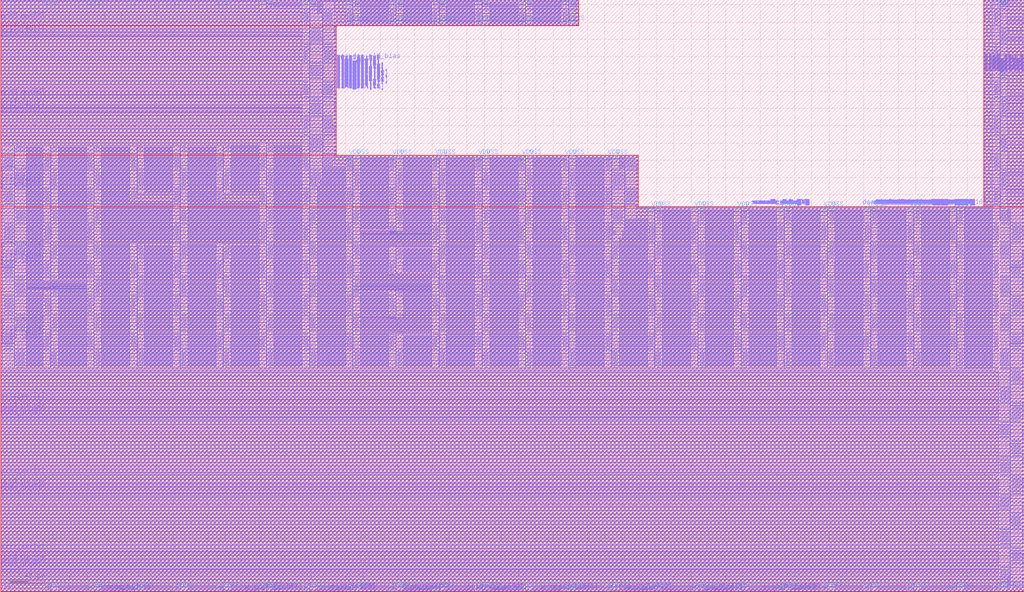
<source format=lef>
##
## LEF for PtnCells ;
## created by Innovus v20.12-s088_1 on Sat Nov 15 16:00:48 2025
##

VERSION 5.8 ;

BUSBITCHARS "[]" ;
DIVIDERCHAR "/" ;

MACRO MCU
  CLASS BLOCK ;
  SIZE 1186.000000 BY 686.000000 ;
  FOREIGN MCU 0.000000 0.000000 ;
  ORIGIN 0 0 ;
  SYMMETRY X Y R90 ;
  PIN resetn_in
    DIRECTION INPUT ;
    USE SIGNAL ;
    ANTENNAPARTIALMETALAREA 0.0555 LAYER M2  ;
    ANTENNAPARTIALMETALSIDEAREA 0.2442 LAYER M2  ;
    ANTENNAPARTIALCUTAREA 0.02 LAYER VIA2  ;
    ANTENNAPARTIALMETALAREA 0.442 LAYER M3  ;
    ANTENNAPARTIALMETALSIDEAREA 1.9888 LAYER M3  ;
    ANTENNAPARTIALCUTAREA 0.02 LAYER VIA3  ;
    ANTENNAPARTIALMETALAREA 0.1444 LAYER M4  ;
    ANTENNAPARTIALMETALSIDEAREA 0.3344 LAYER M4  ;
    ANTENNAPARTIALCUTAREA 0.02 LAYER VIA4  ;
    ANTENNAPARTIALMETALAREA 0.052 LAYER M5  ;
    ANTENNAPARTIALMETALSIDEAREA 0.2728 LAYER M5  ;
    ANTENNAPARTIALCUTAREA 0.02 LAYER VIA5  ;
    ANTENNAPARTIALMETALAREA 25.842 LAYER M6  ;
    ANTENNAPARTIALMETALSIDEAREA 113.749 LAYER M6  ;
    ANTENNAMODEL OXIDE1 ;
    ANTENNAGATEAREA 0.0271 LAYER M6  ;
    ANTENNAMAXAREACAR 974.013 LAYER M6  ;
    ANTENNAMAXSIDEAREACAR 4292.32 LAYER M6  ;
    ANTENNAMAXCUTCAR 3.32103 LAYER VIA6  ;
    PORT
      LAYER M2 ;
        RECT 131.365000 0.000000 131.465000 0.520000 ;
    END
  END resetn_in
  PIN resetn_out
    DIRECTION OUTPUT ;
    USE SIGNAL ;
    ANTENNADIFFAREA 1.692 LAYER M2  ;
    ANTENNAPARTIALMETALAREA 0.325 LAYER M2  ;
    ANTENNAPARTIALMETALSIDEAREA 1.474 LAYER M2  ;
    PORT
      LAYER M2 ;
        RECT 111.130000 0.000000 111.230000 0.520000 ;
    END
  END resetn_out
  PIN resetn_dir
    DIRECTION OUTPUT ;
    USE SIGNAL ;
    ANTENNADIFFAREA 1.692 LAYER M2  ;
    ANTENNAPARTIALMETALAREA 0.6365 LAYER M2  ;
    ANTENNAPARTIALMETALSIDEAREA 2.8446 LAYER M2  ;
    PORT
      LAYER M2 ;
        RECT 121.725000 0.000000 121.825000 0.520000 ;
    END
  END resetn_dir
  PIN resetn_ren
    DIRECTION OUTPUT ;
    USE SIGNAL ;
    ANTENNADIFFAREA 1.458 LAYER M2  ;
    ANTENNAPARTIALMETALAREA 0.5895 LAYER M2  ;
    ANTENNAPARTIALMETALSIDEAREA 2.6378 LAYER M2  ;
    PORT
      LAYER M2 ;
        RECT 125.685000 0.000000 125.785000 0.520000 ;
    END
  END resetn_ren
  PIN prt1_in[7]
    DIRECTION INPUT ;
    USE SIGNAL ;
    ANTENNAPARTIALMETALAREA 15.4155 LAYER M2  ;
    ANTENNAPARTIALMETALSIDEAREA 67.9162 LAYER M2  ;
    ANTENNAMODEL OXIDE1 ;
    ANTENNAGATEAREA 0.0271 LAYER M2  ;
    ANTENNAMAXAREACAR 570.452 LAYER M2  ;
    ANTENNAMAXSIDEAREACAR 2511.78 LAYER M2  ;
    ANTENNAMAXCUTCAR 0.369004 LAYER VIA2  ;
    PORT
      LAYER M2 ;
        RECT 1185.480000 45.565000 1186.000000 45.665000 ;
    END
  END prt1_in[7]
  PIN prt1_in[6]
    DIRECTION INPUT ;
    USE SIGNAL ;
    ANTENNAPARTIALMETALAREA 22.6125 LAYER M2  ;
    ANTENNAPARTIALMETALSIDEAREA 99.495 LAYER M2  ;
    ANTENNAPARTIALCUTAREA 0.02 LAYER VIA2  ;
    ANTENNAPARTIALMETALAREA 10.962 LAYER M3  ;
    ANTENNAPARTIALMETALSIDEAREA 48.2768 LAYER M3  ;
    ANTENNAMODEL OXIDE1 ;
    ANTENNAGATEAREA 0.1038 LAYER M3  ;
    ANTENNAMAXAREACAR 112.492 LAYER M3  ;
    ANTENNAMAXSIDEAREACAR 485.767 LAYER M3  ;
    ANTENNAMAXCUTCAR 1.08401 LAYER VIA3  ;
    PORT
      LAYER M2 ;
        RECT 1185.480000 133.565000 1186.000000 133.665000 ;
    END
  END prt1_in[6]
  PIN prt1_in[5]
    DIRECTION INPUT ;
    USE SIGNAL ;
    ANTENNAPARTIALMETALAREA 14.0905 LAYER M2  ;
    ANTENNAPARTIALMETALSIDEAREA 62.0422 LAYER M2  ;
    ANTENNAPARTIALCUTAREA 0.02 LAYER VIA2  ;
    ANTENNAPARTIALMETALAREA 11.706 LAYER M3  ;
    ANTENNAPARTIALMETALSIDEAREA 51.5504 LAYER M3  ;
    ANTENNAMODEL OXIDE1 ;
    ANTENNAGATEAREA 0.1305 LAYER M3  ;
    ANTENNAMAXAREACAR 98.311 LAYER M3  ;
    ANTENNAMAXSIDEAREACAR 432.269 LAYER M3  ;
    ANTENNAPARTIALCUTAREA 0.02 LAYER VIA3  ;
    ANTENNAMAXCUTCAR 0.782188 LAYER VIA3  ;
    ANTENNAPARTIALMETALAREA 0.222 LAYER M4  ;
    ANTENNAPARTIALMETALSIDEAREA 1.0208 LAYER M4  ;
    ANTENNAGATEAREA 0.2577 LAYER M4  ;
    ANTENNAMAXAREACAR 99.1725 LAYER M4  ;
    ANTENNAMAXSIDEAREACAR 436.23 LAYER M4  ;
    ANTENNAMAXCUTCAR 0.782188 LAYER VIA4  ;
    PORT
      LAYER M2 ;
        RECT 1185.480000 221.565000 1186.000000 221.665000 ;
    END
  END prt1_in[5]
  PIN prt1_in[4]
    DIRECTION INPUT ;
    USE SIGNAL ;
    ANTENNAPARTIALMETALAREA 4.8725 LAYER M2  ;
    ANTENNAPARTIALMETALSIDEAREA 21.439 LAYER M2  ;
    ANTENNAPARTIALCUTAREA 0.02 LAYER VIA2  ;
    ANTENNAPARTIALMETALAREA 11.59 LAYER M3  ;
    ANTENNAPARTIALMETALSIDEAREA 51.04 LAYER M3  ;
    ANTENNAMODEL OXIDE1 ;
    ANTENNAGATEAREA 0.1305 LAYER M3  ;
    ANTENNAMAXAREACAR 97.1232 LAYER M3  ;
    ANTENNAMAXSIDEAREACAR 427.042 LAYER M3  ;
    ANTENNAPARTIALCUTAREA 0.02 LAYER VIA3  ;
    ANTENNAMAXCUTCAR 0.782188 LAYER VIA3  ;
    ANTENNAPARTIALMETALAREA 0.178 LAYER M4  ;
    ANTENNAPARTIALMETALSIDEAREA 0.8272 LAYER M4  ;
    ANTENNAGATEAREA 0.1305 LAYER M4  ;
    ANTENNAMAXAREACAR 98.4872 LAYER M4  ;
    ANTENNAMAXSIDEAREACAR 433.381 LAYER M4  ;
    ANTENNAPARTIALCUTAREA 0.02 LAYER VIA4  ;
    ANTENNAMAXCUTCAR 0.935444 LAYER VIA4  ;
    ANTENNAPARTIALMETALAREA 6.006 LAYER M5  ;
    ANTENNAPARTIALMETALSIDEAREA 26.4704 LAYER M5  ;
    ANTENNAGATEAREA 0.2577 LAYER M5  ;
    ANTENNAMAXAREACAR 121.793 LAYER M5  ;
    ANTENNAMAXSIDEAREACAR 536.099 LAYER M5  ;
    ANTENNAMAXCUTCAR 0.935444 LAYER VIA5  ;
    PORT
      LAYER M2 ;
        RECT 1185.480000 309.565000 1186.000000 309.665000 ;
    END
  END prt1_in[4]
  PIN prt1_in[3]
    DIRECTION INPUT ;
    USE SIGNAL ;
    ANTENNAPARTIALMETALAREA 0.176 LAYER M2  ;
    ANTENNAPARTIALMETALSIDEAREA 0.1936 LAYER M2  ;
    ANTENNAPARTIALCUTAREA 0.02 LAYER VIA2  ;
    ANTENNAPARTIALMETALAREA 1.202 LAYER M3  ;
    ANTENNAPARTIALMETALSIDEAREA 1.4982 LAYER M3  ;
    ANTENNAPARTIALCUTAREA 0.02 LAYER VIA3  ;
    ANTENNAPARTIALMETALAREA 4.242 LAYER M4  ;
    ANTENNAPARTIALMETALSIDEAREA 4.8422 LAYER M4  ;
    ANTENNAMODEL OXIDE1 ;
    ANTENNAGATEAREA 0.2544 LAYER M4  ;
    ANTENNAMAXAREACAR 19.556 LAYER M4  ;
    ANTENNAMAXSIDEAREACAR 25.0566 LAYER M4  ;
    ANTENNAPARTIALCUTAREA 0.02 LAYER VIA4  ;
    ANTENNAMAXCUTCAR 0.314465 LAYER VIA4  ;
    ANTENNAPARTIALMETALAREA 3.52 LAYER M5  ;
    ANTENNAPARTIALMETALSIDEAREA 4.048 LAYER M5  ;
    ANTENNAGATEAREA 0.318 LAYER M5  ;
    ANTENNAMAXAREACAR 30.6252 LAYER M5  ;
    ANTENNAMAXSIDEAREACAR 45.1069 LAYER M5  ;
    ANTENNAMAXCUTCAR 1.25786 LAYER VIA5  ;
    PORT
      LAYER M2 ;
        RECT 1185.480000 397.565000 1186.000000 397.665000 ;
    END
  END prt1_in[3]
  PIN prt1_in[2]
    DIRECTION INPUT ;
    USE SIGNAL ;
    ANTENNAPARTIALMETALAREA 2.1135 LAYER M2  ;
    ANTENNAPARTIALMETALSIDEAREA 9.3434 LAYER M2  ;
    ANTENNAPARTIALCUTAREA 0.02 LAYER VIA2  ;
    ANTENNAPARTIALMETALAREA 12.418 LAYER M3  ;
    ANTENNAPARTIALMETALSIDEAREA 54.7712 LAYER M3  ;
    ANTENNAMODEL OXIDE1 ;
    ANTENNAGATEAREA 0.1931 LAYER M3  ;
    ANTENNAMAXAREACAR 122.456 LAYER M3  ;
    ANTENNAMAXSIDEAREACAR 540.411 LAYER M3  ;
    ANTENNAMAXCUTCAR 1.62602 LAYER VIA3  ;
    PORT
      LAYER M2 ;
        RECT 1185.480000 485.565000 1186.000000 485.665000 ;
    END
  END prt1_in[2]
  PIN prt1_in[1]
    DIRECTION INPUT ;
    USE SIGNAL ;
    ANTENNAPARTIALMETALAREA 13.1575 LAYER M2  ;
    ANTENNAPARTIALMETALSIDEAREA 57.937 LAYER M2  ;
    ANTENNAPARTIALCUTAREA 0.02 LAYER VIA2  ;
    ANTENNAPARTIALMETALAREA 9.782 LAYER M3  ;
    ANTENNAPARTIALMETALSIDEAREA 43.0848 LAYER M3  ;
    ANTENNAMODEL OXIDE1 ;
    ANTENNAGATEAREA 0.0883 LAYER M3  ;
    ANTENNAMAXAREACAR 112.431 LAYER M3  ;
    ANTENNAMAXSIDEAREACAR 494.435 LAYER M3  ;
    ANTENNAMAXCUTCAR 0.453001 LAYER VIA3  ;
    PORT
      LAYER M2 ;
        RECT 1185.480000 573.565000 1186.000000 573.665000 ;
    END
  END prt1_in[1]
  PIN prt1_in[0]
    DIRECTION INPUT ;
    USE SIGNAL ;
    ANTENNAPARTIALMETALAREA 22.0995 LAYER M2  ;
    ANTENNAPARTIALMETALSIDEAREA 97.2378 LAYER M2  ;
    ANTENNAPARTIALCUTAREA 0.02 LAYER VIA2  ;
    ANTENNAPARTIALMETALAREA 4.418 LAYER M3  ;
    ANTENNAPARTIALMETALSIDEAREA 19.4832 LAYER M3  ;
    ANTENNAMODEL OXIDE1 ;
    ANTENNAGATEAREA 0.0883 LAYER M3  ;
    ANTENNAMAXAREACAR 52.3228 LAYER M3  ;
    ANTENNAMAXSIDEAREACAR 229.855 LAYER M3  ;
    ANTENNAMAXCUTCAR 0.453001 LAYER VIA3  ;
    PORT
      LAYER M2 ;
        RECT 1185.480000 661.565000 1186.000000 661.665000 ;
    END
  END prt1_in[0]
  PIN prt1_out[7]
    DIRECTION OUTPUT ;
    USE SIGNAL ;
    ANTENNADIFFAREA 1.458 LAYER M2  ;
    ANTENNAPARTIALMETALAREA 0.052 LAYER M2  ;
    ANTENNAPARTIALMETALSIDEAREA 0.2288 LAYER M2  ;
    PORT
      LAYER M2 ;
        RECT 1185.480000 25.330000 1186.000000 25.430000 ;
    END
  END prt1_out[7]
  PIN prt1_out[6]
    DIRECTION OUTPUT ;
    USE SIGNAL ;
    ANTENNADIFFAREA 1.696 LAYER M2  ;
    ANTENNAPARTIALMETALAREA 12.499 LAYER M2  ;
    ANTENNAPARTIALMETALSIDEAREA 55.0836 LAYER M2  ;
    PORT
      LAYER M2 ;
        RECT 1185.480000 113.330000 1186.000000 113.430000 ;
    END
  END prt1_out[6]
  PIN prt1_out[5]
    DIRECTION OUTPUT ;
    USE SIGNAL ;
    ANTENNADIFFAREA 1.696 LAYER M2  ;
    ANTENNAPARTIALMETALAREA 0.057 LAYER M2  ;
    ANTENNAPARTIALMETALSIDEAREA 0.2948 LAYER M2  ;
    PORT
      LAYER M2 ;
        RECT 1185.480000 201.330000 1186.000000 201.430000 ;
    END
  END prt1_out[5]
  PIN prt1_out[4]
    DIRECTION OUTPUT ;
    USE SIGNAL ;
    ANTENNADIFFAREA 1.696 LAYER M2  ;
    ANTENNAPARTIALMETALAREA 0.057 LAYER M2  ;
    ANTENNAPARTIALMETALSIDEAREA 0.2948 LAYER M2  ;
    PORT
      LAYER M2 ;
        RECT 1185.480000 289.330000 1186.000000 289.430000 ;
    END
  END prt1_out[4]
  PIN prt1_out[3]
    DIRECTION OUTPUT ;
    USE SIGNAL ;
    ANTENNAPARTIALMETALAREA 1.796 LAYER M2  ;
    ANTENNAPARTIALMETALSIDEAREA 7.9024 LAYER M2  ;
    ANTENNAPARTIALCUTAREA 0.02 LAYER VIA2  ;
    ANTENNADIFFAREA 1.696 LAYER M3  ;
    ANTENNAPARTIALMETALAREA 8.186 LAYER M3  ;
    ANTENNAPARTIALMETALSIDEAREA 36.0624 LAYER M3  ;
    PORT
      LAYER M2 ;
        RECT 1185.480000 377.330000 1186.000000 377.430000 ;
    END
  END prt1_out[3]
  PIN prt1_out[2]
    DIRECTION OUTPUT ;
    USE SIGNAL ;
    ANTENNAPARTIALMETALAREA 0.092 LAYER M2  ;
    ANTENNAPARTIALMETALSIDEAREA 0.4048 LAYER M2  ;
    ANTENNAPARTIALCUTAREA 0.02 LAYER VIA2  ;
    ANTENNADIFFAREA 1.696 LAYER M3  ;
    ANTENNAPARTIALMETALAREA 8.804 LAYER M3  ;
    ANTENNAPARTIALMETALSIDEAREA 38.8256 LAYER M3  ;
    PORT
      LAYER M2 ;
        RECT 1185.480000 465.330000 1186.000000 465.430000 ;
    END
  END prt1_out[2]
  PIN prt1_out[1]
    DIRECTION OUTPUT ;
    USE SIGNAL ;
    ANTENNADIFFAREA 1.696 LAYER M2  ;
    ANTENNAPARTIALMETALAREA 14.535 LAYER M2  ;
    ANTENNAPARTIALMETALSIDEAREA 64.042 LAYER M2  ;
    PORT
      LAYER M2 ;
        RECT 1185.480000 553.330000 1186.000000 553.430000 ;
    END
  END prt1_out[1]
  PIN prt1_out[0]
    DIRECTION OUTPUT ;
    USE SIGNAL ;
    ANTENNADIFFAREA 1.696 LAYER M2  ;
    ANTENNAPARTIALMETALAREA 11.575 LAYER M2  ;
    ANTENNAPARTIALMETALSIDEAREA 51.018 LAYER M2  ;
    PORT
      LAYER M2 ;
        RECT 1185.480000 641.330000 1186.000000 641.430000 ;
    END
  END prt1_out[0]
  PIN prt1_dir[7]
    DIRECTION OUTPUT ;
    USE SIGNAL ;
    ANTENNAPARTIALMETALAREA 3.0115 LAYER M2  ;
    ANTENNAPARTIALMETALSIDEAREA 13.2506 LAYER M2  ;
    ANTENNAPARTIALCUTAREA 0.02 LAYER VIA2  ;
    ANTENNADIFFAREA 1.696 LAYER M3  ;
    ANTENNAPARTIALMETALAREA 8.782 LAYER M3  ;
    ANTENNAPARTIALMETALSIDEAREA 38.6848 LAYER M3  ;
    PORT
      LAYER M2 ;
        RECT 1185.480000 35.925000 1186.000000 36.025000 ;
    END
  END prt1_dir[7]
  PIN prt1_dir[6]
    DIRECTION OUTPUT ;
    USE SIGNAL ;
    ANTENNAPARTIALMETALAREA 0.2165 LAYER M2  ;
    ANTENNAPARTIALMETALSIDEAREA 0.9526 LAYER M2  ;
    ANTENNAPARTIALCUTAREA 0.02 LAYER VIA2  ;
    ANTENNADIFFAREA 1.696 LAYER M3  ;
    ANTENNAPARTIALMETALAREA 0.266 LAYER M3  ;
    ANTENNAPARTIALMETALSIDEAREA 1.2144 LAYER M3  ;
    PORT
      LAYER M2 ;
        RECT 1185.480000 123.925000 1186.000000 124.025000 ;
    END
  END prt1_dir[6]
  PIN prt1_dir[5]
    DIRECTION OUTPUT ;
    USE SIGNAL ;
    ANTENNADIFFAREA 1.696 LAYER M2  ;
    ANTENNAPARTIALMETALAREA 0.1215 LAYER M2  ;
    ANTENNAPARTIALMETALSIDEAREA 0.5786 LAYER M2  ;
    PORT
      LAYER M2 ;
        RECT 1185.480000 211.925000 1186.000000 212.025000 ;
    END
  END prt1_dir[5]
  PIN prt1_dir[4]
    DIRECTION OUTPUT ;
    USE SIGNAL ;
    ANTENNAPARTIALMETALAREA 3.3585 LAYER M2  ;
    ANTENNAPARTIALMETALSIDEAREA 14.8214 LAYER M2  ;
    ANTENNAPARTIALCUTAREA 0.02 LAYER VIA2  ;
    ANTENNADIFFAREA 1.696 LAYER M3  ;
    ANTENNAPARTIALMETALAREA 9.098 LAYER M3  ;
    ANTENNAPARTIALMETALSIDEAREA 40.0752 LAYER M3  ;
    PORT
      LAYER M2 ;
        RECT 1185.480000 299.925000 1186.000000 300.025000 ;
    END
  END prt1_dir[4]
  PIN prt1_dir[3]
    DIRECTION OUTPUT ;
    USE SIGNAL ;
    ANTENNAPARTIALMETALAREA 0.0565 LAYER M2  ;
    ANTENNAPARTIALMETALSIDEAREA 0.2486 LAYER M2  ;
    ANTENNAPARTIALCUTAREA 0.02 LAYER VIA2  ;
    ANTENNADIFFAREA 1.696 LAYER M3  ;
    ANTENNAPARTIALMETALAREA 7.064 LAYER M3  ;
    ANTENNAPARTIALMETALSIDEAREA 31.1696 LAYER M3  ;
    PORT
      LAYER M2 ;
        RECT 1185.480000 387.925000 1186.000000 388.025000 ;
    END
  END prt1_dir[3]
  PIN prt1_dir[2]
    DIRECTION OUTPUT ;
    USE SIGNAL ;
    ANTENNADIFFAREA 1.458 LAYER M2  ;
    ANTENNAPARTIALMETALAREA 0.0855 LAYER M2  ;
    ANTENNAPARTIALMETALSIDEAREA 0.4202 LAYER M2  ;
    PORT
      LAYER M2 ;
        RECT 1185.480000 475.925000 1186.000000 476.025000 ;
    END
  END prt1_dir[2]
  PIN prt1_dir[1]
    DIRECTION OUTPUT ;
    USE SIGNAL ;
    ANTENNADIFFAREA 1.458 LAYER M2  ;
    ANTENNAPARTIALMETALAREA 0.0565 LAYER M2  ;
    ANTENNAPARTIALMETALSIDEAREA 0.2926 LAYER M2  ;
    PORT
      LAYER M2 ;
        RECT 1185.480000 563.925000 1186.000000 564.025000 ;
    END
  END prt1_dir[1]
  PIN prt1_dir[0]
    DIRECTION OUTPUT ;
    USE SIGNAL ;
    ANTENNADIFFAREA 1.696 LAYER M2  ;
    ANTENNAPARTIALMETALAREA 12.2345 LAYER M2  ;
    ANTENNAPARTIALMETALSIDEAREA 53.9198 LAYER M2  ;
    PORT
      LAYER M2 ;
        RECT 1185.480000 651.925000 1186.000000 652.025000 ;
    END
  END prt1_dir[0]
  PIN prt1_ren[7]
    DIRECTION OUTPUT ;
    USE SIGNAL ;
    ANTENNADIFFAREA 1.696 LAYER M2  ;
    ANTENNAPARTIALMETALAREA 0.0855 LAYER M2  ;
    ANTENNAPARTIALMETALSIDEAREA 0.4202 LAYER M2  ;
    PORT
      LAYER M2 ;
        RECT 1185.480000 39.885000 1186.000000 39.985000 ;
    END
  END prt1_ren[7]
  PIN prt1_ren[6]
    DIRECTION OUTPUT ;
    USE SIGNAL ;
    ANTENNAPARTIALMETALAREA 1.1805 LAYER M2  ;
    ANTENNAPARTIALMETALSIDEAREA 5.1942 LAYER M2  ;
    ANTENNAPARTIALCUTAREA 0.02 LAYER VIA2  ;
    ANTENNADIFFAREA 1.696 LAYER M3  ;
    ANTENNAPARTIALMETALAREA 1.466 LAYER M3  ;
    ANTENNAPARTIALMETALSIDEAREA 6.4944 LAYER M3  ;
    PORT
      LAYER M2 ;
        RECT 1185.480000 127.885000 1186.000000 127.985000 ;
    END
  END prt1_ren[6]
  PIN prt1_ren[5]
    DIRECTION OUTPUT ;
    USE SIGNAL ;
    ANTENNADIFFAREA 1.696 LAYER M2  ;
    ANTENNAPARTIALMETALAREA 0.1255 LAYER M2  ;
    ANTENNAPARTIALMETALSIDEAREA 0.5962 LAYER M2  ;
    PORT
      LAYER M2 ;
        RECT 1185.480000 215.885000 1186.000000 215.985000 ;
    END
  END prt1_ren[5]
  PIN prt1_ren[4]
    DIRECTION OUTPUT ;
    USE SIGNAL ;
    ANTENNAPARTIALMETALAREA 3.2985 LAYER M2  ;
    ANTENNAPARTIALMETALSIDEAREA 14.5574 LAYER M2  ;
    ANTENNAPARTIALCUTAREA 0.02 LAYER VIA2  ;
    ANTENNADIFFAREA 1.696 LAYER M3  ;
    ANTENNAPARTIALMETALAREA 9.362 LAYER M3  ;
    ANTENNAPARTIALMETALSIDEAREA 41.2368 LAYER M3  ;
    PORT
      LAYER M2 ;
        RECT 1185.480000 303.885000 1186.000000 303.985000 ;
    END
  END prt1_ren[4]
  PIN prt1_ren[3]
    DIRECTION OUTPUT ;
    USE SIGNAL ;
    ANTENNAPARTIALMETALAREA 0.2475 LAYER M2  ;
    ANTENNAPARTIALMETALSIDEAREA 1.089 LAYER M2  ;
    ANTENNAPARTIALCUTAREA 0.02 LAYER VIA2  ;
    ANTENNADIFFAREA 1.696 LAYER M3  ;
    ANTENNAPARTIALMETALAREA 3.566 LAYER M3  ;
    ANTENNAPARTIALMETALSIDEAREA 15.7344 LAYER M3  ;
    PORT
      LAYER M2 ;
        RECT 1185.480000 391.885000 1186.000000 391.985000 ;
    END
  END prt1_ren[3]
  PIN prt1_ren[2]
    DIRECTION OUTPUT ;
    USE SIGNAL ;
    ANTENNAPARTIALMETALAREA 1.5295 LAYER M2  ;
    ANTENNAPARTIALMETALSIDEAREA 6.7738 LAYER M2  ;
    ANTENNAPARTIALCUTAREA 0.02 LAYER VIA2  ;
    ANTENNADIFFAREA 1.696 LAYER M3  ;
    ANTENNAPARTIALMETALAREA 1.702 LAYER M3  ;
    ANTENNAPARTIALMETALSIDEAREA 7.5328 LAYER M3  ;
    PORT
      LAYER M2 ;
        RECT 1185.480000 479.885000 1186.000000 479.985000 ;
    END
  END prt1_ren[2]
  PIN prt1_ren[1]
    DIRECTION OUTPUT ;
    USE SIGNAL ;
    ANTENNADIFFAREA 1.458 LAYER M2  ;
    ANTENNAPARTIALMETALAREA 0.0525 LAYER M2  ;
    ANTENNAPARTIALMETALSIDEAREA 0.275 LAYER M2  ;
    PORT
      LAYER M2 ;
        RECT 1185.480000 567.885000 1186.000000 567.985000 ;
    END
  END prt1_ren[1]
  PIN prt1_ren[0]
    DIRECTION OUTPUT ;
    USE SIGNAL ;
    ANTENNADIFFAREA 1.696 LAYER M2  ;
    ANTENNAPARTIALMETALAREA 12.3905 LAYER M2  ;
    ANTENNAPARTIALMETALSIDEAREA 54.6062 LAYER M2  ;
    PORT
      LAYER M2 ;
        RECT 1185.480000 655.885000 1186.000000 655.985000 ;
    END
  END prt1_ren[0]
  PIN prt2_in[7]
    DIRECTION INPUT ;
    USE SIGNAL ;
    ANTENNAPARTIALMETALAREA 0.7785 LAYER M2  ;
    ANTENNAPARTIALMETALSIDEAREA 3.5134 LAYER M2  ;
    ANTENNAMODEL OXIDE1 ;
    ANTENNAGATEAREA 0.0595 LAYER M2  ;
    ANTENNAMAXAREACAR 18.0714 LAYER M2  ;
    ANTENNAMAXSIDEAREACAR 78.4706 LAYER M2  ;
    ANTENNAMAXCUTCAR 0.336134 LAYER VIA2  ;
    PORT
      LAYER M2 ;
        RECT 302.965000 0.000000 303.065000 0.520000 ;
    END
  END prt2_in[7]
  PIN prt2_in[6]
    DIRECTION INPUT ;
    USE SIGNAL ;
    ANTENNAPARTIALMETALAREA 0.7555 LAYER M2  ;
    ANTENNAPARTIALMETALSIDEAREA 3.4122 LAYER M2  ;
    ANTENNAMODEL OXIDE1 ;
    ANTENNAGATEAREA 0.0347 LAYER M2  ;
    ANTENNAMAXAREACAR 27.7954 LAYER M2  ;
    ANTENNAMAXSIDEAREACAR 121.522 LAYER M2  ;
    ANTENNAMAXCUTCAR 0.576369 LAYER VIA2  ;
    PORT
      LAYER M2 ;
        RECT 388.765000 0.000000 388.865000 0.520000 ;
    END
  END prt2_in[6]
  PIN prt2_in[5]
    DIRECTION INPUT ;
    USE SIGNAL ;
    ANTENNAPARTIALMETALAREA 0.7125 LAYER M2  ;
    ANTENNAPARTIALMETALSIDEAREA 3.135 LAYER M2  ;
    ANTENNAMODEL OXIDE1 ;
    ANTENNAGATEAREA 0.108 LAYER M2  ;
    ANTENNAMAXAREACAR 7.72407 LAYER M2  ;
    ANTENNAMAXSIDEAREACAR 32.9611 LAYER M2  ;
    ANTENNAMAXCUTCAR 0.185185 LAYER VIA2  ;
    PORT
      LAYER M2 ;
        RECT 474.565000 0.000000 474.665000 0.520000 ;
    END
  END prt2_in[5]
  PIN prt2_in[4]
    DIRECTION INPUT ;
    USE SIGNAL ;
    ANTENNAPARTIALMETALAREA 0.5555 LAYER M2  ;
    ANTENNAPARTIALMETALSIDEAREA 2.4442 LAYER M2  ;
    ANTENNAPARTIALCUTAREA 0.02 LAYER VIA2  ;
    ANTENNAPARTIALMETALAREA 4.362 LAYER M3  ;
    ANTENNAPARTIALMETALSIDEAREA 19.2368 LAYER M3  ;
    ANTENNAMODEL OXIDE1 ;
    ANTENNAGATEAREA 0.0347 LAYER M3  ;
    ANTENNAMAXAREACAR 146.784 LAYER M3  ;
    ANTENNAMAXSIDEAREACAR 630.772 LAYER M3  ;
    ANTENNAMAXCUTCAR 1.15274 LAYER VIA3  ;
    PORT
      LAYER M2 ;
        RECT 560.365000 0.000000 560.465000 0.520000 ;
    END
  END prt2_in[4]
  PIN prt2_in[3]
    DIRECTION INPUT ;
    USE SIGNAL ;
    ANTENNAPARTIALMETALAREA 1.234 LAYER M2  ;
    ANTENNAPARTIALMETALSIDEAREA 1.5334 LAYER M2  ;
    ANTENNAMODEL OXIDE1 ;
    ANTENNAGATEAREA 0.1908 LAYER M2  ;
    ANTENNAMAXAREACAR 6.88784 LAYER M2  ;
    ANTENNAMAXSIDEAREACAR 9.43291 LAYER M2  ;
    ANTENNAMAXCUTCAR 0.104822 LAYER VIA2  ;
    PORT
      LAYER M2 ;
        RECT 646.165000 0.000000 646.265000 0.520000 ;
    END
  END prt2_in[3]
  PIN prt2_in[2]
    DIRECTION INPUT ;
    USE SIGNAL ;
    ANTENNAPARTIALMETALAREA 0.6785 LAYER M2  ;
    ANTENNAPARTIALMETALSIDEAREA 2.9854 LAYER M2  ;
    ANTENNAMODEL OXIDE1 ;
    ANTENNAGATEAREA 0.0893 LAYER M2  ;
    ANTENNAMAXAREACAR 11.5812 LAYER M2  ;
    ANTENNAMAXSIDEAREACAR 48.6697 LAYER M2  ;
    ANTENNAMAXCUTCAR 0.223964 LAYER VIA2  ;
    PORT
      LAYER M2 ;
        RECT 731.965000 0.000000 732.065000 0.520000 ;
    END
  END prt2_in[2]
  PIN prt2_in[1]
    DIRECTION INPUT ;
    USE SIGNAL ;
    ANTENNAPARTIALMETALAREA 0.7155 LAYER M2  ;
    ANTENNAPARTIALMETALSIDEAREA 3.1482 LAYER M2  ;
    ANTENNAMODEL OXIDE1 ;
    ANTENNAGATEAREA 0.0893 LAYER M2  ;
    ANTENNAMAXAREACAR 11.3908 LAYER M2  ;
    ANTENNAMAXSIDEAREACAR 48.0739 LAYER M2  ;
    ANTENNAMAXCUTCAR 0.223964 LAYER VIA2  ;
    PORT
      LAYER M2 ;
        RECT 817.765000 0.000000 817.865000 0.520000 ;
    END
  END prt2_in[1]
  PIN prt2_in[0]
    DIRECTION INPUT ;
    USE SIGNAL ;
    ANTENNAPARTIALMETALAREA 0.0555 LAYER M2  ;
    ANTENNAPARTIALMETALSIDEAREA 0.2442 LAYER M2  ;
    ANTENNAPARTIALCUTAREA 0.02 LAYER VIA2  ;
    ANTENNAPARTIALMETALAREA 30.982 LAYER M3  ;
    ANTENNAPARTIALMETALSIDEAREA 136.365 LAYER M3  ;
    ANTENNAMODEL OXIDE1 ;
    ANTENNAGATEAREA 0.0381 LAYER M3  ;
    ANTENNAMAXAREACAR 850.332 LAYER M3  ;
    ANTENNAMAXSIDEAREACAR 3731.77 LAYER M3  ;
    ANTENNAMAXCUTCAR 1.04987 LAYER VIA3  ;
    PORT
      LAYER M2 ;
        RECT 903.565000 0.000000 903.665000 0.520000 ;
    END
  END prt2_in[0]
  PIN prt2_out[7]
    DIRECTION OUTPUT ;
    USE SIGNAL ;
    ANTENNAPARTIALMETALAREA 0.471 LAYER M2  ;
    ANTENNAPARTIALMETALSIDEAREA 2.0724 LAYER M2  ;
    ANTENNAPARTIALCUTAREA 0.02 LAYER VIA2  ;
    ANTENNADIFFAREA 1.696 LAYER M3  ;
    ANTENNAPARTIALMETALAREA 9.862 LAYER M3  ;
    ANTENNAPARTIALMETALSIDEAREA 43.4368 LAYER M3  ;
    PORT
      LAYER M2 ;
        RECT 282.730000 0.000000 282.830000 0.520000 ;
    END
  END prt2_out[7]
  PIN prt2_out[6]
    DIRECTION OUTPUT ;
    USE SIGNAL ;
    ANTENNADIFFAREA 1.696 LAYER M2  ;
    ANTENNAPARTIALMETALAREA 0.681 LAYER M2  ;
    ANTENNAPARTIALMETALSIDEAREA 3.0404 LAYER M2  ;
    PORT
      LAYER M2 ;
        RECT 368.530000 0.000000 368.630000 0.520000 ;
    END
  END prt2_out[6]
  PIN prt2_out[5]
    DIRECTION OUTPUT ;
    USE SIGNAL ;
    ANTENNADIFFAREA 1.696 LAYER M2  ;
    ANTENNAPARTIALMETALAREA 0.577 LAYER M2  ;
    ANTENNAPARTIALMETALSIDEAREA 2.6708 LAYER M2  ;
    PORT
      LAYER M2 ;
        RECT 454.330000 0.000000 454.430000 0.520000 ;
    END
  END prt2_out[5]
  PIN prt2_out[4]
    DIRECTION OUTPUT ;
    USE SIGNAL ;
    ANTENNAPARTIALMETALAREA 0.679 LAYER M2  ;
    ANTENNAPARTIALMETALSIDEAREA 2.9876 LAYER M2  ;
    ANTENNAPARTIALCUTAREA 0.02 LAYER VIA2  ;
    ANTENNADIFFAREA 1.696 LAYER M3  ;
    ANTENNAPARTIALMETALAREA 10.038 LAYER M3  ;
    ANTENNAPARTIALMETALSIDEAREA 44.2112 LAYER M3  ;
    PORT
      LAYER M2 ;
        RECT 540.130000 0.000000 540.230000 0.520000 ;
    END
  END prt2_out[4]
  PIN prt2_out[3]
    DIRECTION OUTPUT ;
    USE SIGNAL ;
    ANTENNADIFFAREA 1.692 LAYER M2  ;
    ANTENNAPARTIALMETALAREA 0.312 LAYER M2  ;
    ANTENNAPARTIALMETALSIDEAREA 1.3728 LAYER M2  ;
    PORT
      LAYER M2 ;
        RECT 625.930000 0.000000 626.030000 0.520000 ;
    END
  END prt2_out[3]
  PIN prt2_out[2]
    DIRECTION OUTPUT ;
    USE SIGNAL ;
    ANTENNAPARTIALMETALAREA 0.152 LAYER M2  ;
    ANTENNAPARTIALMETALSIDEAREA 0.6688 LAYER M2  ;
    ANTENNAPARTIALCUTAREA 0.02 LAYER VIA2  ;
    ANTENNADIFFAREA 1.696 LAYER M3  ;
    ANTENNAPARTIALMETALAREA 13.586 LAYER M3  ;
    ANTENNAPARTIALMETALSIDEAREA 59.8224 LAYER M3  ;
    PORT
      LAYER M2 ;
        RECT 711.730000 0.000000 711.830000 0.520000 ;
    END
  END prt2_out[2]
  PIN prt2_out[1]
    DIRECTION OUTPUT ;
    USE SIGNAL ;
    ANTENNADIFFAREA 1.692 LAYER M2  ;
    ANTENNAPARTIALMETALAREA 0.279 LAYER M2  ;
    ANTENNAPARTIALMETALSIDEAREA 1.2276 LAYER M2  ;
    PORT
      LAYER M2 ;
        RECT 797.530000 0.000000 797.630000 0.520000 ;
    END
  END prt2_out[1]
  PIN prt2_out[0]
    DIRECTION OUTPUT ;
    USE SIGNAL ;
    ANTENNADIFFAREA 1.696 LAYER M2  ;
    ANTENNAPARTIALMETALAREA 0.512 LAYER M2  ;
    ANTENNAPARTIALMETALSIDEAREA 2.2528 LAYER M2  ;
    PORT
      LAYER M2 ;
        RECT 883.330000 0.000000 883.430000 0.520000 ;
    END
  END prt2_out[0]
  PIN prt2_dir[7]
    DIRECTION OUTPUT ;
    USE SIGNAL ;
    ANTENNAPARTIALMETALAREA 0.711 LAYER M2  ;
    ANTENNAPARTIALMETALSIDEAREA 3.1284 LAYER M2  ;
    ANTENNAPARTIALCUTAREA 0.02 LAYER VIA2  ;
    ANTENNADIFFAREA 1.696 LAYER M3  ;
    ANTENNAPARTIALMETALAREA 8.602 LAYER M3  ;
    ANTENNAPARTIALMETALSIDEAREA 37.8928 LAYER M3  ;
    PORT
      LAYER M2 ;
        RECT 293.325000 0.000000 293.425000 0.520000 ;
    END
  END prt2_dir[7]
  PIN prt2_dir[6]
    DIRECTION OUTPUT ;
    USE SIGNAL ;
    ANTENNADIFFAREA 1.696 LAYER M2  ;
    ANTENNAPARTIALMETALAREA 0.5835 LAYER M2  ;
    ANTENNAPARTIALMETALSIDEAREA 2.6554 LAYER M2  ;
    PORT
      LAYER M2 ;
        RECT 379.125000 0.000000 379.225000 0.520000 ;
    END
  END prt2_dir[6]
  PIN prt2_dir[5]
    DIRECTION OUTPUT ;
    USE SIGNAL ;
    ANTENNADIFFAREA 1.696 LAYER M2  ;
    ANTENNAPARTIALMETALAREA 0.6815 LAYER M2  ;
    ANTENNAPARTIALMETALSIDEAREA 3.0426 LAYER M2  ;
    PORT
      LAYER M2 ;
        RECT 464.925000 0.000000 465.025000 0.520000 ;
    END
  END prt2_dir[5]
  PIN prt2_dir[4]
    DIRECTION OUTPUT ;
    USE SIGNAL ;
    ANTENNADIFFAREA 1.692 LAYER M2  ;
    ANTENNAPARTIALMETALAREA 0.2715 LAYER M2  ;
    ANTENNAPARTIALMETALSIDEAREA 1.1946 LAYER M2  ;
    PORT
      LAYER M2 ;
        RECT 550.725000 0.000000 550.825000 0.520000 ;
    END
  END prt2_dir[4]
  PIN prt2_dir[3]
    DIRECTION OUTPUT ;
    USE SIGNAL ;
    ANTENNADIFFAREA 1.692 LAYER M2  ;
    ANTENNAPARTIALMETALAREA 0.2715 LAYER M2  ;
    ANTENNAPARTIALMETALSIDEAREA 1.1946 LAYER M2  ;
    PORT
      LAYER M2 ;
        RECT 636.525000 0.000000 636.625000 0.520000 ;
    END
  END prt2_dir[3]
  PIN prt2_dir[2]
    DIRECTION OUTPUT ;
    USE SIGNAL ;
    ANTENNAPARTIALMETALAREA 0.531 LAYER M2  ;
    ANTENNAPARTIALMETALSIDEAREA 2.3364 LAYER M2  ;
    ANTENNAPARTIALCUTAREA 0.02 LAYER VIA2  ;
    ANTENNADIFFAREA 1.696 LAYER M3  ;
    ANTENNAPARTIALMETALAREA 14.362 LAYER M3  ;
    ANTENNAPARTIALMETALSIDEAREA 63.2368 LAYER M3  ;
    PORT
      LAYER M2 ;
        RECT 722.325000 0.000000 722.425000 0.520000 ;
    END
  END prt2_dir[2]
  PIN prt2_dir[1]
    DIRECTION OUTPUT ;
    USE SIGNAL ;
    ANTENNADIFFAREA 1.696 LAYER M2  ;
    ANTENNAPARTIALMETALAREA 0.6595 LAYER M2  ;
    ANTENNAPARTIALMETALSIDEAREA 2.9018 LAYER M2  ;
    PORT
      LAYER M2 ;
        RECT 808.125000 0.000000 808.225000 0.520000 ;
    END
  END prt2_dir[1]
  PIN prt2_dir[0]
    DIRECTION OUTPUT ;
    USE SIGNAL ;
    ANTENNADIFFAREA 1.458 LAYER M2  ;
    ANTENNAPARTIALMETALAREA 0.2785 LAYER M2  ;
    ANTENNAPARTIALMETALSIDEAREA 1.2254 LAYER M2  ;
    PORT
      LAYER M2 ;
        RECT 893.925000 0.000000 894.025000 0.520000 ;
    END
  END prt2_dir[0]
  PIN prt2_ren[7]
    DIRECTION OUTPUT ;
    USE SIGNAL ;
    ANTENNAPARTIALMETALAREA 0.6435 LAYER M2  ;
    ANTENNAPARTIALMETALSIDEAREA 2.8314 LAYER M2  ;
    ANTENNAPARTIALCUTAREA 0.02 LAYER VIA2  ;
    ANTENNADIFFAREA 1.696 LAYER M3  ;
    ANTENNAPARTIALMETALAREA 8.878 LAYER M3  ;
    ANTENNAPARTIALMETALSIDEAREA 39.1072 LAYER M3  ;
    PORT
      LAYER M2 ;
        RECT 297.285000 0.000000 297.385000 0.520000 ;
    END
  END prt2_ren[7]
  PIN prt2_ren[6]
    DIRECTION OUTPUT ;
    USE SIGNAL ;
    ANTENNADIFFAREA 1.696 LAYER M2  ;
    ANTENNAPARTIALMETALAREA 0.7235 LAYER M2  ;
    ANTENNAPARTIALMETALSIDEAREA 3.2714 LAYER M2  ;
    PORT
      LAYER M2 ;
        RECT 383.085000 0.000000 383.185000 0.520000 ;
    END
  END prt2_ren[6]
  PIN prt2_ren[5]
    DIRECTION OUTPUT ;
    USE SIGNAL ;
    ANTENNAPARTIALMETALAREA 0.7345 LAYER M2  ;
    ANTENNAPARTIALMETALSIDEAREA 3.2318 LAYER M2  ;
    ANTENNAPARTIALCUTAREA 0.02 LAYER VIA2  ;
    ANTENNADIFFAREA 1.696 LAYER M3  ;
    ANTENNAPARTIALMETALAREA 1.758 LAYER M3  ;
    ANTENNAPARTIALMETALSIDEAREA 7.7792 LAYER M3  ;
    PORT
      LAYER M2 ;
        RECT 468.885000 0.000000 468.985000 0.520000 ;
    END
  END prt2_ren[5]
  PIN prt2_ren[4]
    DIRECTION OUTPUT ;
    USE SIGNAL ;
    ANTENNADIFFAREA 1.696 LAYER M2  ;
    ANTENNAPARTIALMETALAREA 0.5625 LAYER M2  ;
    ANTENNAPARTIALMETALSIDEAREA 2.519 LAYER M2  ;
    PORT
      LAYER M2 ;
        RECT 554.685000 0.000000 554.785000 0.520000 ;
    END
  END prt2_ren[4]
  PIN prt2_ren[3]
    DIRECTION OUTPUT ;
    USE SIGNAL ;
    ANTENNAPARTIALMETALAREA 0.8875 LAYER M2  ;
    ANTENNAPARTIALMETALSIDEAREA 3.905 LAYER M2  ;
    ANTENNAPARTIALCUTAREA 0.02 LAYER VIA2  ;
    ANTENNADIFFAREA 1.696 LAYER M3  ;
    ANTENNAPARTIALMETALAREA 3.146 LAYER M3  ;
    ANTENNAPARTIALMETALSIDEAREA 13.8864 LAYER M3  ;
    PORT
      LAYER M2 ;
        RECT 640.485000 0.000000 640.585000 0.520000 ;
    END
  END prt2_ren[3]
  PIN prt2_ren[2]
    DIRECTION OUTPUT ;
    USE SIGNAL ;
    ANTENNAPARTIALMETALAREA 0.667 LAYER M2  ;
    ANTENNAPARTIALMETALSIDEAREA 2.9348 LAYER M2  ;
    ANTENNAPARTIALCUTAREA 0.02 LAYER VIA2  ;
    ANTENNADIFFAREA 1.696 LAYER M3  ;
    ANTENNAPARTIALMETALAREA 2.2095 LAYER M3  ;
    ANTENNAPARTIALMETALSIDEAREA 9.7658 LAYER M3  ;
    PORT
      LAYER M2 ;
        RECT 726.285000 0.000000 726.385000 0.520000 ;
    END
  END prt2_ren[2]
  PIN prt2_ren[1]
    DIRECTION OUTPUT ;
    USE SIGNAL ;
    ANTENNADIFFAREA 1.696 LAYER M2  ;
    ANTENNAPARTIALMETALAREA 0.2855 LAYER M2  ;
    ANTENNAPARTIALMETALSIDEAREA 1.3002 LAYER M2  ;
    PORT
      LAYER M2 ;
        RECT 812.085000 0.000000 812.185000 0.520000 ;
    END
  END prt2_ren[1]
  PIN prt2_ren[0]
    DIRECTION OUTPUT ;
    USE SIGNAL ;
    ANTENNADIFFAREA 1.696 LAYER M2  ;
    ANTENNAPARTIALMETALAREA 0.6855 LAYER M2  ;
    ANTENNAPARTIALMETALSIDEAREA 3.0602 LAYER M2  ;
    PORT
      LAYER M2 ;
        RECT 897.885000 0.000000 897.985000 0.520000 ;
    END
  END prt2_ren[0]
  PIN prt3_in[7]
    DIRECTION INPUT ;
    USE SIGNAL ;
    ANTENNAPARTIALMETALAREA 18.7995 LAYER M2  ;
    ANTENNAPARTIALMETALSIDEAREA 82.8058 LAYER M2  ;
    ANTENNAMODEL OXIDE1 ;
    ANTENNAGATEAREA 0.0271 LAYER M2  ;
    ANTENNAMAXAREACAR 698.801 LAYER M2  ;
    ANTENNAMAXSIDEAREACAR 3074.69 LAYER M2  ;
    ANTENNAMAXCUTCAR 0.738007 LAYER VIA2  ;
    PORT
      LAYER M2 ;
        RECT 0.000000 641.335000 0.520000 641.435000 ;
    END
  END prt3_in[7]
  PIN prt3_in[6]
    DIRECTION INPUT ;
    USE SIGNAL ;
    ANTENNAPARTIALMETALAREA 15.9905 LAYER M2  ;
    ANTENNAPARTIALMETALSIDEAREA 70.4022 LAYER M2  ;
    ANTENNAPARTIALCUTAREA 0.02 LAYER VIA2  ;
    ANTENNAPARTIALMETALAREA 16.178 LAYER M3  ;
    ANTENNAPARTIALMETALSIDEAREA 71.2272 LAYER M3  ;
    ANTENNAMODEL OXIDE1 ;
    ANTENNAGATEAREA 0.0271 LAYER M3  ;
    ANTENNAMAXAREACAR 610.052 LAYER M3  ;
    ANTENNAMAXSIDEAREACAR 2670.41 LAYER M3  ;
    ANTENNAMAXCUTCAR 1.47601 LAYER VIA3  ;
    PORT
      LAYER M2 ;
        RECT 0.000000 553.335000 0.520000 553.435000 ;
    END
  END prt3_in[6]
  PIN prt3_in[5]
    DIRECTION INPUT ;
    USE SIGNAL ;
    ANTENNAPARTIALMETALAREA 7.9325 LAYER M2  ;
    ANTENNAPARTIALMETALSIDEAREA 34.903 LAYER M2  ;
    ANTENNAPARTIALCUTAREA 0.02 LAYER VIA2  ;
    ANTENNAPARTIALMETALAREA 15.938 LAYER M3  ;
    ANTENNAPARTIALMETALSIDEAREA 70.1712 LAYER M3  ;
    ANTENNAPARTIALCUTAREA 0.02 LAYER VIA3  ;
    ANTENNAPARTIALMETALAREA 2.258 LAYER M4  ;
    ANTENNAPARTIALMETALSIDEAREA 9.9792 LAYER M4  ;
    ANTENNAMODEL OXIDE1 ;
    ANTENNAGATEAREA 0.1038 LAYER M4  ;
    ANTENNAMAXAREACAR 39.3685 LAYER M4  ;
    ANTENNAMAXSIDEAREACAR 175.57 LAYER M4  ;
    ANTENNAMAXCUTCAR 1.35501 LAYER VIA4  ;
    PORT
      LAYER M2 ;
        RECT 0.000000 465.335000 0.520000 465.435000 ;
    END
  END prt3_in[5]
  PIN prt3_in[4]
    DIRECTION INPUT ;
    USE SIGNAL ;
    ANTENNAPARTIALMETALAREA 0.6325 LAYER M2  ;
    ANTENNAPARTIALMETALSIDEAREA 2.783 LAYER M2  ;
    ANTENNAPARTIALCUTAREA 0.02 LAYER VIA2  ;
    ANTENNAPARTIALMETALAREA 13.382 LAYER M3  ;
    ANTENNAPARTIALMETALSIDEAREA 58.9248 LAYER M3  ;
    ANTENNAPARTIALCUTAREA 0.02 LAYER VIA3  ;
    ANTENNAPARTIALMETALAREA 0.278 LAYER M4  ;
    ANTENNAPARTIALMETALSIDEAREA 1.2672 LAYER M4  ;
    ANTENNAPARTIALCUTAREA 0.02 LAYER VIA4  ;
    ANTENNAPARTIALMETALAREA 3.622 LAYER M5  ;
    ANTENNAPARTIALMETALSIDEAREA 15.9808 LAYER M5  ;
    ANTENNAMODEL OXIDE1 ;
    ANTENNAGATEAREA 0.1038 LAYER M5  ;
    ANTENNAMAXAREACAR 47.4781 LAYER M5  ;
    ANTENNAMAXSIDEAREACAR 209.971 LAYER M5  ;
    ANTENNAMAXCUTCAR 0.876988 LAYER VIA5  ;
    PORT
      LAYER M2 ;
        RECT 0.000000 377.335000 0.520000 377.435000 ;
    END
  END prt3_in[4]
  PIN prt3_in[3]
    DIRECTION INPUT ;
    USE SIGNAL ;
    ANTENNAPARTIALMETALAREA 4.7355 LAYER M2  ;
    ANTENNAPARTIALMETALSIDEAREA 20.8362 LAYER M2  ;
    ANTENNAPARTIALCUTAREA 0.02 LAYER VIA2  ;
    ANTENNAPARTIALMETALAREA 18.226 LAYER M3  ;
    ANTENNAPARTIALMETALSIDEAREA 80.2384 LAYER M3  ;
    ANTENNAMODEL OXIDE1 ;
    ANTENNAGATEAREA 0.1707 LAYER M3  ;
    ANTENNAMAXAREACAR 119.268 LAYER M3  ;
    ANTENNAMAXSIDEAREACAR 524.402 LAYER M3  ;
    ANTENNAMAXCUTCAR 0.813008 LAYER VIA3  ;
    PORT
      LAYER M2 ;
        RECT 0.000000 289.335000 0.520000 289.435000 ;
    END
  END prt3_in[3]
  PIN prt3_in[2]
    DIRECTION INPUT ;
    USE SIGNAL ;
    ANTENNAPARTIALMETALAREA 0.5755 LAYER M2  ;
    ANTENNAPARTIALMETALSIDEAREA 2.5322 LAYER M2  ;
    ANTENNAPARTIALCUTAREA 0.02 LAYER VIA2  ;
    ANTENNAPARTIALMETALAREA 16.952 LAYER M3  ;
    ANTENNAPARTIALMETALSIDEAREA 74.7648 LAYER M3  ;
    ANTENNAMODEL OXIDE1 ;
    ANTENNAGATEAREA 0.0271 LAYER M3  ;
    ANTENNAMAXAREACAR 644.59 LAYER M3  ;
    ANTENNAMAXSIDEAREACAR 2824.86 LAYER M3  ;
    ANTENNAMAXCUTCAR 1.47601 LAYER VIA3  ;
    PORT
      LAYER M2 ;
        RECT 0.000000 201.335000 0.520000 201.435000 ;
    END
  END prt3_in[2]
  PIN prt3_in[1]
    DIRECTION INPUT ;
    USE SIGNAL ;
    ANTENNAPARTIALMETALAREA 14.5355 LAYER M2  ;
    ANTENNAPARTIALMETALSIDEAREA 63.9562 LAYER M2  ;
    ANTENNAPARTIALCUTAREA 0.02 LAYER VIA2  ;
    ANTENNAPARTIALMETALAREA 4.722 LAYER M3  ;
    ANTENNAPARTIALMETALSIDEAREA 20.8208 LAYER M3  ;
    ANTENNAMODEL OXIDE1 ;
    ANTENNAGATEAREA 0.0271 LAYER M3  ;
    ANTENNAMAXAREACAR 285.009 LAYER M3  ;
    ANTENNAMAXSIDEAREACAR 1255.83 LAYER M3  ;
    ANTENNAMAXCUTCAR 1.10701 LAYER VIA3  ;
    PORT
      LAYER M2 ;
        RECT 0.000000 113.335000 0.520000 113.435000 ;
    END
  END prt3_in[1]
  PIN prt3_in[0]
    DIRECTION INPUT ;
    USE SIGNAL ;
    ANTENNAPARTIALMETALAREA 1.9105 LAYER M2  ;
    ANTENNAPARTIALMETALSIDEAREA 8.4502 LAYER M2  ;
    ANTENNAPARTIALCUTAREA 0.02 LAYER VIA2  ;
    ANTENNAPARTIALMETALAREA 9.438 LAYER M3  ;
    ANTENNAPARTIALMETALSIDEAREA 41.5712 LAYER M3  ;
    ANTENNAMODEL OXIDE1 ;
    ANTENNAGATEAREA 0.0347 LAYER M3  ;
    ANTENNAMAXAREACAR 294.622 LAYER M3  ;
    ANTENNAMAXSIDEAREACAR 1280.64 LAYER M3  ;
    ANTENNAMAXCUTCAR 1.15274 LAYER VIA3  ;
    PORT
      LAYER M2 ;
        RECT 0.000000 25.335000 0.520000 25.435000 ;
    END
  END prt3_in[0]
  PIN prt3_out[7]
    DIRECTION OUTPUT ;
    USE SIGNAL ;
    ANTENNADIFFAREA 1.696 LAYER M2  ;
    ANTENNAPARTIALMETALAREA 14.743 LAYER M2  ;
    ANTENNAPARTIALMETALSIDEAREA 64.9572 LAYER M2  ;
    PORT
      LAYER M2 ;
        RECT 0.000000 661.570000 0.520000 661.670000 ;
    END
  END prt3_out[7]
  PIN prt3_out[6]
    DIRECTION OUTPUT ;
    USE SIGNAL ;
    ANTENNADIFFAREA 1.696 LAYER M2  ;
    ANTENNAPARTIALMETALAREA 6.423 LAYER M2  ;
    ANTENNAPARTIALMETALSIDEAREA 28.3492 LAYER M2  ;
    PORT
      LAYER M2 ;
        RECT 0.000000 573.570000 0.520000 573.670000 ;
    END
  END prt3_out[6]
  PIN prt3_out[5]
    DIRECTION OUTPUT ;
    USE SIGNAL ;
    ANTENNAPARTIALMETALAREA 1.036 LAYER M2  ;
    ANTENNAPARTIALMETALSIDEAREA 4.5584 LAYER M2  ;
    ANTENNAPARTIALCUTAREA 0.02 LAYER VIA2  ;
    ANTENNADIFFAREA 1.696 LAYER M3  ;
    ANTENNAPARTIALMETALAREA 1.766 LAYER M3  ;
    ANTENNAPARTIALMETALSIDEAREA 7.8144 LAYER M3  ;
    PORT
      LAYER M2 ;
        RECT 0.000000 485.570000 0.520000 485.670000 ;
    END
  END prt3_out[5]
  PIN prt3_out[4]
    DIRECTION OUTPUT ;
    USE SIGNAL ;
    ANTENNADIFFAREA 1.696 LAYER M2  ;
    ANTENNAPARTIALMETALAREA 1.379 LAYER M2  ;
    ANTENNAPARTIALMETALSIDEAREA 6.1556 LAYER M2  ;
    PORT
      LAYER M2 ;
        RECT 0.000000 397.570000 0.520000 397.670000 ;
    END
  END prt3_out[4]
  PIN prt3_out[3]
    DIRECTION OUTPUT ;
    USE SIGNAL ;
    ANTENNAPARTIALMETALAREA 1.792 LAYER M2  ;
    ANTENNAPARTIALMETALSIDEAREA 7.8848 LAYER M2  ;
    ANTENNAPARTIALCUTAREA 0.02 LAYER VIA2  ;
    ANTENNADIFFAREA 1.696 LAYER M3  ;
    ANTENNAPARTIALMETALAREA 1.806 LAYER M3  ;
    ANTENNAPARTIALMETALSIDEAREA 7.9904 LAYER M3  ;
    PORT
      LAYER M2 ;
        RECT 0.000000 309.570000 0.520000 309.670000 ;
    END
  END prt3_out[3]
  PIN prt3_out[2]
    DIRECTION OUTPUT ;
    USE SIGNAL ;
    ANTENNADIFFAREA 1.696 LAYER M2  ;
    ANTENNAPARTIALMETALAREA 4.175 LAYER M2  ;
    ANTENNAPARTIALMETALSIDEAREA 18.458 LAYER M2  ;
    PORT
      LAYER M2 ;
        RECT 0.000000 221.570000 0.520000 221.670000 ;
    END
  END prt3_out[2]
  PIN prt3_out[1]
    DIRECTION OUTPUT ;
    USE SIGNAL ;
    ANTENNADIFFAREA 1.696 LAYER M2  ;
    ANTENNAPARTIALMETALAREA 12.855 LAYER M2  ;
    ANTENNAPARTIALMETALSIDEAREA 56.65 LAYER M2  ;
    PORT
      LAYER M2 ;
        RECT 0.000000 133.570000 0.520000 133.670000 ;
    END
  END prt3_out[1]
  PIN prt3_out[0]
    DIRECTION OUTPUT ;
    USE SIGNAL ;
    ANTENNADIFFAREA 1.696 LAYER M2  ;
    ANTENNAPARTIALMETALAREA 3.901 LAYER M2  ;
    ANTENNAPARTIALMETALSIDEAREA 17.2084 LAYER M2  ;
    PORT
      LAYER M2 ;
        RECT 0.000000 45.570000 0.520000 45.670000 ;
    END
  END prt3_out[0]
  PIN prt3_dir[7]
    DIRECTION OUTPUT ;
    USE SIGNAL ;
    ANTENNADIFFAREA 1.696 LAYER M2  ;
    ANTENNAPARTIALMETALAREA 14.2415 LAYER M2  ;
    ANTENNAPARTIALMETALSIDEAREA 62.7066 LAYER M2  ;
    PORT
      LAYER M2 ;
        RECT 0.000000 650.975000 0.520000 651.075000 ;
    END
  END prt3_dir[7]
  PIN prt3_dir[6]
    DIRECTION OUTPUT ;
    USE SIGNAL ;
    ANTENNADIFFAREA 1.696 LAYER M2  ;
    ANTENNAPARTIALMETALAREA 5.0055 LAYER M2  ;
    ANTENNAPARTIALMETALSIDEAREA 22.1562 LAYER M2  ;
    PORT
      LAYER M2 ;
        RECT 0.000000 562.975000 0.520000 563.075000 ;
    END
  END prt3_dir[6]
  PIN prt3_dir[5]
    DIRECTION OUTPUT ;
    USE SIGNAL ;
    ANTENNAPARTIALMETALAREA 0.0565 LAYER M2  ;
    ANTENNAPARTIALMETALSIDEAREA 0.2486 LAYER M2  ;
    ANTENNAPARTIALCUTAREA 0.02 LAYER VIA2  ;
    ANTENNADIFFAREA 1.696 LAYER M3  ;
    ANTENNAPARTIALMETALAREA 0.186 LAYER M3  ;
    ANTENNAPARTIALMETALSIDEAREA 0.8624 LAYER M3  ;
    PORT
      LAYER M2 ;
        RECT 0.000000 474.975000 0.520000 475.075000 ;
    END
  END prt3_dir[5]
  PIN prt3_dir[4]
    DIRECTION OUTPUT ;
    USE SIGNAL ;
    ANTENNAPARTIALMETALAREA 0.4165 LAYER M2  ;
    ANTENNAPARTIALMETALSIDEAREA 1.8326 LAYER M2  ;
    ANTENNAPARTIALCUTAREA 0.02 LAYER VIA2  ;
    ANTENNADIFFAREA 1.696 LAYER M3  ;
    ANTENNAPARTIALMETALAREA 14.842 LAYER M3  ;
    ANTENNAPARTIALMETALSIDEAREA 65.3488 LAYER M3  ;
    PORT
      LAYER M2 ;
        RECT 0.000000 386.975000 0.520000 387.075000 ;
    END
  END prt3_dir[4]
  PIN prt3_dir[3]
    DIRECTION OUTPUT ;
    USE SIGNAL ;
    ANTENNAPARTIALMETALAREA 0.1515 LAYER M2  ;
    ANTENNAPARTIALMETALSIDEAREA 0.6666 LAYER M2  ;
    ANTENNAPARTIALCUTAREA 0.02 LAYER VIA2  ;
    ANTENNADIFFAREA 1.696 LAYER M3  ;
    ANTENNAPARTIALMETALAREA 14.646 LAYER M3  ;
    ANTENNAPARTIALMETALSIDEAREA 64.4864 LAYER M3  ;
    PORT
      LAYER M2 ;
        RECT 0.000000 298.975000 0.520000 299.075000 ;
    END
  END prt3_dir[3]
  PIN prt3_dir[2]
    DIRECTION OUTPUT ;
    USE SIGNAL ;
    ANTENNADIFFAREA 1.696 LAYER M2  ;
    ANTENNAPARTIALMETALAREA 13.7345 LAYER M2  ;
    ANTENNAPARTIALMETALSIDEAREA 60.5198 LAYER M2  ;
    PORT
      LAYER M2 ;
        RECT 0.000000 210.975000 0.520000 211.075000 ;
    END
  END prt3_dir[2]
  PIN prt3_dir[1]
    DIRECTION OUTPUT ;
    USE SIGNAL ;
    ANTENNAPARTIALMETALAREA 14.0495 LAYER M2  ;
    ANTENNAPARTIALMETALSIDEAREA 61.8618 LAYER M2  ;
    ANTENNAPARTIALCUTAREA 0.02 LAYER VIA2  ;
    ANTENNADIFFAREA 1.696 LAYER M3  ;
    ANTENNAPARTIALMETALAREA 0.646 LAYER M3  ;
    ANTENNAPARTIALMETALSIDEAREA 2.8864 LAYER M3  ;
    PORT
      LAYER M2 ;
        RECT 0.000000 122.975000 0.520000 123.075000 ;
    END
  END prt3_dir[1]
  PIN prt3_dir[0]
    DIRECTION OUTPUT ;
    USE SIGNAL ;
    ANTENNADIFFAREA 1.696 LAYER M2  ;
    ANTENNAPARTIALMETALAREA 3.1345 LAYER M2  ;
    ANTENNAPARTIALMETALSIDEAREA 13.8798 LAYER M2  ;
    PORT
      LAYER M2 ;
        RECT 0.000000 34.975000 0.520000 35.075000 ;
    END
  END prt3_dir[0]
  PIN prt3_ren[7]
    DIRECTION OUTPUT ;
    USE SIGNAL ;
    ANTENNADIFFAREA 1.696 LAYER M2  ;
    ANTENNAPARTIALMETALAREA 13.3255 LAYER M2  ;
    ANTENNAPARTIALMETALSIDEAREA 58.7642 LAYER M2  ;
    PORT
      LAYER M2 ;
        RECT 0.000000 647.015000 0.520000 647.115000 ;
    END
  END prt3_ren[7]
  PIN prt3_ren[6]
    DIRECTION OUTPUT ;
    USE SIGNAL ;
    ANTENNADIFFAREA 1.696 LAYER M2  ;
    ANTENNAPARTIALMETALAREA 5.1075 LAYER M2  ;
    ANTENNAPARTIALMETALSIDEAREA 22.561 LAYER M2  ;
    PORT
      LAYER M2 ;
        RECT 0.000000 559.015000 0.520000 559.115000 ;
    END
  END prt3_ren[6]
  PIN prt3_ren[5]
    DIRECTION OUTPUT ;
    USE SIGNAL ;
    ANTENNAPARTIALMETALAREA 0.2605 LAYER M2  ;
    ANTENNAPARTIALMETALSIDEAREA 1.1462 LAYER M2  ;
    ANTENNAPARTIALCUTAREA 0.02 LAYER VIA2  ;
    ANTENNADIFFAREA 1.696 LAYER M3  ;
    ANTENNAPARTIALMETALAREA 0.286 LAYER M3  ;
    ANTENNAPARTIALMETALSIDEAREA 1.3024 LAYER M3  ;
    PORT
      LAYER M2 ;
        RECT 0.000000 471.015000 0.520000 471.115000 ;
    END
  END prt3_ren[5]
  PIN prt3_ren[4]
    DIRECTION OUTPUT ;
    USE SIGNAL ;
    ANTENNAPARTIALMETALAREA 0.6605 LAYER M2  ;
    ANTENNAPARTIALMETALSIDEAREA 2.9062 LAYER M2  ;
    ANTENNAPARTIALCUTAREA 0.02 LAYER VIA2  ;
    ANTENNADIFFAREA 1.696 LAYER M3  ;
    ANTENNAPARTIALMETALAREA 14.77 LAYER M3  ;
    ANTENNAPARTIALMETALSIDEAREA 65.032 LAYER M3  ;
    ANTENNAMODEL OXIDE1 ;
    ANTENNAGATEAREA 0.0582 LAYER M3  ;
    ANTENNAMAXAREACAR 258.459 LAYER M3  ;
    ANTENNAMAXSIDEAREACAR 1136.85 LAYER M3  ;
    ANTENNAMAXCUTCAR 0.687285 LAYER VIA3  ;
    PORT
      LAYER M2 ;
        RECT 0.000000 383.015000 0.520000 383.115000 ;
    END
  END prt3_ren[4]
  PIN prt3_ren[3]
    DIRECTION OUTPUT ;
    USE SIGNAL ;
    ANTENNAPARTIALMETALAREA 0.0405 LAYER M2  ;
    ANTENNAPARTIALMETALSIDEAREA 0.1782 LAYER M2  ;
    ANTENNAPARTIALCUTAREA 0.02 LAYER VIA2  ;
    ANTENNADIFFAREA 1.696 LAYER M3  ;
    ANTENNAPARTIALMETALAREA 6.568 LAYER M3  ;
    ANTENNAPARTIALMETALSIDEAREA 28.9872 LAYER M3  ;
    PORT
      LAYER M2 ;
        RECT 0.000000 295.015000 0.520000 295.115000 ;
    END
  END prt3_ren[3]
  PIN prt3_ren[2]
    DIRECTION OUTPUT ;
    USE SIGNAL ;
    ANTENNADIFFAREA 1.696 LAYER M2  ;
    ANTENNAPARTIALMETALAREA 9.6885 LAYER M2  ;
    ANTENNAPARTIALMETALSIDEAREA 42.7614 LAYER M2  ;
    PORT
      LAYER M2 ;
        RECT 0.000000 207.015000 0.520000 207.115000 ;
    END
  END prt3_ren[2]
  PIN prt3_ren[1]
    DIRECTION OUTPUT ;
    USE SIGNAL ;
    ANTENNADIFFAREA 1.696 LAYER M2  ;
    ANTENNAPARTIALMETALAREA 14.3125 LAYER M2  ;
    ANTENNAPARTIALMETALSIDEAREA 63.107 LAYER M2  ;
    PORT
      LAYER M2 ;
        RECT 0.000000 119.015000 0.520000 119.115000 ;
    END
  END prt3_ren[1]
  PIN prt3_ren[0]
    DIRECTION OUTPUT ;
    USE SIGNAL ;
    ANTENNAPARTIALMETALAREA 0.5805 LAYER M2  ;
    ANTENNAPARTIALMETALSIDEAREA 2.5542 LAYER M2  ;
    ANTENNAPARTIALCUTAREA 0.02 LAYER VIA2  ;
    ANTENNADIFFAREA 1.696 LAYER M3  ;
    ANTENNAPARTIALMETALAREA 0.118 LAYER M3  ;
    ANTENNAPARTIALMETALSIDEAREA 0.5632 LAYER M3  ;
    PORT
      LAYER M2 ;
        RECT 0.000000 31.015000 0.520000 31.115000 ;
    END
  END prt3_ren[0]
  PIN prt4_in[7]
    DIRECTION INPUT ;
    USE SIGNAL ;
    ANTENNAPARTIALMETALAREA 1.9555 LAYER M2  ;
    ANTENNAPARTIALMETALSIDEAREA 8.6042 LAYER M2  ;
    ANTENNAPARTIALCUTAREA 0.02 LAYER VIA2  ;
    ANTENNAPARTIALMETALAREA 26.828 LAYER M3  ;
    ANTENNAPARTIALMETALSIDEAREA 118.131 LAYER M3  ;
    ANTENNAMODEL OXIDE1 ;
    ANTENNAGATEAREA 0.1038 LAYER M3  ;
    ANTENNAMAXAREACAR 389.192 LAYER M3  ;
    ANTENNAMAXSIDEAREACAR 1708.37 LAYER M3  ;
    ANTENNAMAXCUTCAR 1.62602 LAYER VIA3  ;
    PORT
      LAYER M2 ;
        RECT 646.165000 685.480000 646.265000 686.000000 ;
    END
  END prt4_in[7]
  PIN prt4_in[6]
    DIRECTION INPUT ;
    USE SIGNAL ;
    ANTENNAPARTIALMETALAREA 1.8555 LAYER M2  ;
    ANTENNAPARTIALMETALSIDEAREA 8.1642 LAYER M2  ;
    ANTENNAPARTIALCUTAREA 0.02 LAYER VIA2  ;
    ANTENNAPARTIALMETALAREA 19.838 LAYER M3  ;
    ANTENNAPARTIALMETALSIDEAREA 87.4192 LAYER M3  ;
    ANTENNAMODEL OXIDE1 ;
    ANTENNAGATEAREA 0.1038 LAYER M3  ;
    ANTENNAMAXAREACAR 198.371 LAYER M3  ;
    ANTENNAMAXSIDEAREACAR 873.831 LAYER M3  ;
    ANTENNAMAXCUTCAR 1.08401 LAYER VIA3  ;
    PORT
      LAYER M2 ;
        RECT 560.365000 685.480000 560.465000 686.000000 ;
    END
  END prt4_in[6]
  PIN prt4_in[5]
    DIRECTION INPUT ;
    USE SIGNAL ;
    ANTENNAPARTIALMETALAREA 1.6785 LAYER M2  ;
    ANTENNAPARTIALMETALSIDEAREA 7.3854 LAYER M2  ;
    ANTENNAPARTIALCUTAREA 0.02 LAYER VIA2  ;
    ANTENNAPARTIALMETALAREA 9.504 LAYER M3  ;
    ANTENNAPARTIALMETALSIDEAREA 41.9056 LAYER M3  ;
    ANTENNAMODEL OXIDE1 ;
    ANTENNAGATEAREA 0.1038 LAYER M3  ;
    ANTENNAMAXAREACAR 251.47 LAYER M3  ;
    ANTENNAMAXSIDEAREACAR 1102.34 LAYER M3  ;
    ANTENNAMAXCUTCAR 2.16802 LAYER VIA3  ;
    PORT
      LAYER M2 ;
        RECT 474.565000 685.480000 474.665000 686.000000 ;
    END
  END prt4_in[5]
  PIN prt4_in[4]
    DIRECTION INPUT ;
    USE SIGNAL ;
    ANTENNAPARTIALMETALAREA 1.9755 LAYER M2  ;
    ANTENNAPARTIALMETALSIDEAREA 8.6922 LAYER M2  ;
    ANTENNAPARTIALCUTAREA 0.02 LAYER VIA2  ;
    ANTENNAPARTIALMETALAREA 0.382 LAYER M3  ;
    ANTENNAPARTIALMETALSIDEAREA 1.7248 LAYER M3  ;
    ANTENNAPARTIALCUTAREA 0.02 LAYER VIA3  ;
    ANTENNAPARTIALMETALAREA 4.858 LAYER M4  ;
    ANTENNAPARTIALMETALSIDEAREA 21.4192 LAYER M4  ;
    ANTENNAMODEL OXIDE1 ;
    ANTENNAGATEAREA 0.1204 LAYER M4  ;
    ANTENNAMAXAREACAR 63.5979 LAYER M4  ;
    ANTENNAMAXSIDEAREACAR 279.093 LAYER M4  ;
    ANTENNAMAXCUTCAR 1.25012 LAYER VIA4  ;
    PORT
      LAYER M2 ;
        RECT 388.765000 685.480000 388.865000 686.000000 ;
    END
  END prt4_in[4]
  PIN prt4_in[3]
    DIRECTION INPUT ;
    USE SIGNAL ;
    ANTENNAPARTIALMETALAREA 6.4505 LAYER M2  ;
    ANTENNAPARTIALMETALSIDEAREA 28.4262 LAYER M2  ;
    ANTENNAPARTIALCUTAREA 0.02 LAYER VIA2  ;
    ANTENNAPARTIALMETALAREA 1.246 LAYER M3  ;
    ANTENNAPARTIALMETALSIDEAREA 5.5264 LAYER M3  ;
    ANTENNAMODEL OXIDE1 ;
    ANTENNAGATEAREA 0.1456 LAYER M3  ;
    ANTENNAMAXAREACAR 15.2257 LAYER M3  ;
    ANTENNAMAXSIDEAREACAR 66.8666 LAYER M3  ;
    ANTENNAMAXCUTCAR 1.08401 LAYER VIA3  ;
    PORT
      LAYER M2 ;
        RECT 302.965000 685.480000 303.065000 686.000000 ;
    END
  END prt4_in[3]
  PIN prt4_in[2]
    DIRECTION INPUT ;
    USE SIGNAL ;
    ANTENNAPARTIALMETALAREA 0.911 LAYER M2  ;
    ANTENNAPARTIALMETALSIDEAREA 4.0084 LAYER M2  ;
    ANTENNAPARTIALCUTAREA 0.02 LAYER VIA2  ;
    ANTENNAPARTIALMETALAREA 11.998 LAYER M3  ;
    ANTENNAPARTIALMETALSIDEAREA 52.8352 LAYER M3  ;
    ANTENNAPARTIALCUTAREA 0.02 LAYER VIA3  ;
    ANTENNAPARTIALMETALAREA 6.818 LAYER M4  ;
    ANTENNAPARTIALMETALSIDEAREA 30.0432 LAYER M4  ;
    ANTENNAMODEL OXIDE1 ;
    ANTENNAGATEAREA 0.1038 LAYER M4  ;
    ANTENNAMAXAREACAR 96.3583 LAYER M4  ;
    ANTENNAMAXSIDEAREACAR 423.219 LAYER M4  ;
    ANTENNAMAXCUTCAR 1.81869 LAYER VIA4  ;
    PORT
      LAYER M2 ;
        RECT 217.165000 685.480000 217.265000 686.000000 ;
    END
  END prt4_in[2]
  PIN prt4_in[1]
    DIRECTION INPUT ;
    USE SIGNAL ;
    ANTENNAPARTIALMETALAREA 0.731 LAYER M2  ;
    ANTENNAPARTIALMETALSIDEAREA 3.2164 LAYER M2  ;
    ANTENNAPARTIALCUTAREA 0.02 LAYER VIA2  ;
    ANTENNAPARTIALMETALAREA 20.818 LAYER M3  ;
    ANTENNAPARTIALMETALSIDEAREA 91.6432 LAYER M3  ;
    ANTENNAPARTIALCUTAREA 0.02 LAYER VIA3  ;
    ANTENNAPARTIALMETALAREA 6.556 LAYER M4  ;
    ANTENNAPARTIALMETALSIDEAREA 28.9344 LAYER M4  ;
    ANTENNAMODEL OXIDE1 ;
    ANTENNAGATEAREA 0.0636 LAYER M4  ;
    ANTENNAMAXAREACAR 126.222 LAYER M4  ;
    ANTENNAMAXSIDEAREACAR 557.921 LAYER M4  ;
    ANTENNAPARTIALCUTAREA 0.02 LAYER VIA4  ;
    ANTENNAMAXCUTCAR 1.41509 LAYER VIA4  ;
    ANTENNAPARTIALMETALAREA 0.506 LAYER M5  ;
    ANTENNAPARTIALMETALSIDEAREA 2.2704 LAYER M5  ;
    ANTENNAGATEAREA 0.1305 LAYER M5  ;
    ANTENNAMAXAREACAR 130.099 LAYER M5  ;
    ANTENNAMAXSIDEAREACAR 575.319 LAYER M5  ;
    ANTENNAMAXCUTCAR 1.41509 LAYER VIA5  ;
    PORT
      LAYER M2 ;
        RECT 131.365000 685.480000 131.465000 686.000000 ;
    END
  END prt4_in[1]
  PIN prt4_in[0]
    DIRECTION INPUT ;
    USE SIGNAL ;
    ANTENNAPARTIALMETALAREA 0.2725 LAYER M2  ;
    ANTENNAPARTIALMETALSIDEAREA 1.199 LAYER M2  ;
    ANTENNAPARTIALCUTAREA 0.02 LAYER VIA2  ;
    ANTENNAPARTIALMETALAREA 27.886 LAYER M3  ;
    ANTENNAPARTIALMETALSIDEAREA 122.742 LAYER M3  ;
    ANTENNAMODEL OXIDE1 ;
    ANTENNAGATEAREA 0.0271 LAYER M3  ;
    ANTENNAMAXAREACAR 1080.52 LAYER M3  ;
    ANTENNAMAXSIDEAREACAR 4736.44 LAYER M3  ;
    ANTENNAMAXCUTCAR 1.47601 LAYER VIA3  ;
    PORT
      LAYER M2 ;
        RECT 45.565000 685.480000 45.665000 686.000000 ;
    END
  END prt4_in[0]
  PIN prt4_out[7]
    DIRECTION OUTPUT ;
    USE SIGNAL ;
    ANTENNAPARTIALMETALAREA 5.292 LAYER M2  ;
    ANTENNAPARTIALMETALSIDEAREA 5.8806 LAYER M2  ;
    ANTENNAPARTIALCUTAREA 0.02 LAYER VIA2  ;
    ANTENNADIFFAREA 1.696 LAYER M3  ;
    ANTENNAPARTIALMETALAREA 82.8 LAYER M3  ;
    ANTENNAPARTIALMETALSIDEAREA 91.256 LAYER M3  ;
    PORT
      LAYER M2 ;
        RECT 625.930000 685.480000 626.030000 686.000000 ;
    END
  END prt4_out[7]
  PIN prt4_out[6]
    DIRECTION OUTPUT ;
    USE SIGNAL ;
    ANTENNAPARTIALMETALAREA 10.332 LAYER M2  ;
    ANTENNAPARTIALMETALSIDEAREA 11.4246 LAYER M2  ;
    ANTENNAPARTIALCUTAREA 0.02 LAYER VIA2  ;
    ANTENNADIFFAREA 1.696 LAYER M3  ;
    ANTENNAPARTIALMETALAREA 9.6 LAYER M3  ;
    ANTENNAPARTIALMETALSIDEAREA 10.736 LAYER M3  ;
    PORT
      LAYER M2 ;
        RECT 540.130000 685.480000 540.230000 686.000000 ;
    END
  END prt4_out[6]
  PIN prt4_out[5]
    DIRECTION OUTPUT ;
    USE SIGNAL ;
    ANTENNAPARTIALMETALAREA 0.43 LAYER M2  ;
    ANTENNAPARTIALMETALSIDEAREA 0.473 LAYER M2  ;
    ANTENNAPARTIALCUTAREA 0.02 LAYER VIA2  ;
    ANTENNADIFFAREA 1.696 LAYER M3  ;
    ANTENNAPARTIALMETALAREA 19.68 LAYER M3  ;
    ANTENNAPARTIALMETALSIDEAREA 22 LAYER M3  ;
    PORT
      LAYER M2 ;
        RECT 454.330000 685.480000 454.430000 686.000000 ;
    END
  END prt4_out[5]
  PIN prt4_out[4]
    DIRECTION OUTPUT ;
    USE SIGNAL ;
    ANTENNAPARTIALMETALAREA 0.188 LAYER M2  ;
    ANTENNAPARTIALMETALSIDEAREA 0.2068 LAYER M2  ;
    ANTENNAPARTIALCUTAREA 0.02 LAYER VIA2  ;
    ANTENNADIFFAREA 1.696 LAYER M3  ;
    ANTENNAPARTIALMETALAREA 7.922 LAYER M3  ;
    ANTENNAPARTIALMETALSIDEAREA 8.8902 LAYER M3  ;
    PORT
      LAYER M2 ;
        RECT 368.530000 685.480000 368.630000 686.000000 ;
    END
  END prt4_out[4]
  PIN prt4_out[3]
    DIRECTION OUTPUT ;
    USE SIGNAL ;
    ANTENNAPARTIALMETALAREA 0.831 LAYER M2  ;
    ANTENNAPARTIALMETALSIDEAREA 3.6564 LAYER M2  ;
    ANTENNAPARTIALCUTAREA 0.02 LAYER VIA2  ;
    ANTENNADIFFAREA 1.968 LAYER M3  ;
    ANTENNAPARTIALMETALAREA 5.998 LAYER M3  ;
    ANTENNAPARTIALMETALSIDEAREA 26.4352 LAYER M3  ;
    PORT
      LAYER M2 ;
        RECT 282.730000 685.480000 282.830000 686.000000 ;
    END
  END prt4_out[3]
  PIN prt4_out[2]
    DIRECTION OUTPUT ;
    USE SIGNAL ;
    ANTENNAPARTIALMETALAREA 0.331 LAYER M2  ;
    ANTENNAPARTIALMETALSIDEAREA 1.4564 LAYER M2  ;
    ANTENNAPARTIALCUTAREA 0.02 LAYER VIA2  ;
    ANTENNADIFFAREA 1.696 LAYER M3  ;
    ANTENNAPARTIALMETALAREA 14.278 LAYER M3  ;
    ANTENNAPARTIALMETALSIDEAREA 62.8672 LAYER M3  ;
    PORT
      LAYER M2 ;
        RECT 196.930000 685.480000 197.030000 686.000000 ;
    END
  END prt4_out[2]
  PIN prt4_out[1]
    DIRECTION OUTPUT ;
    USE SIGNAL ;
    ANTENNAPARTIALMETALAREA 0.056 LAYER M2  ;
    ANTENNAPARTIALMETALSIDEAREA 0.2464 LAYER M2  ;
    ANTENNAPARTIALCUTAREA 0.02 LAYER VIA2  ;
    ANTENNAPARTIALMETALAREA 0.302 LAYER M3  ;
    ANTENNAPARTIALMETALSIDEAREA 1.3728 LAYER M3  ;
    ANTENNAPARTIALCUTAREA 0.02 LAYER VIA3  ;
    ANTENNAPARTIALMETALAREA 0.1444 LAYER M4  ;
    ANTENNAPARTIALMETALSIDEAREA 0.3344 LAYER M4  ;
    ANTENNAPARTIALCUTAREA 0.02 LAYER VIA4  ;
    ANTENNAPARTIALMETALAREA 0.052 LAYER M5  ;
    ANTENNAPARTIALMETALSIDEAREA 0.2728 LAYER M5  ;
    ANTENNAPARTIALCUTAREA 0.02 LAYER VIA5  ;
    ANTENNADIFFAREA 1.696 LAYER M6  ;
    ANTENNAPARTIALMETALAREA 16.922 LAYER M6  ;
    ANTENNAPARTIALMETALSIDEAREA 74.5008 LAYER M6  ;
    PORT
      LAYER M2 ;
        RECT 111.130000 685.480000 111.230000 686.000000 ;
    END
  END prt4_out[1]
  PIN prt4_out[0]
    DIRECTION OUTPUT ;
    USE SIGNAL ;
    ANTENNAPARTIALMETALAREA 0.056 LAYER M2  ;
    ANTENNAPARTIALMETALSIDEAREA 0.2464 LAYER M2  ;
    ANTENNAPARTIALCUTAREA 0.02 LAYER VIA2  ;
    ANTENNAPARTIALMETALAREA 0.182 LAYER M3  ;
    ANTENNAPARTIALMETALSIDEAREA 0.8448 LAYER M3  ;
    ANTENNAPARTIALCUTAREA 0.02 LAYER VIA3  ;
    ANTENNAPARTIALMETALAREA 0.1444 LAYER M4  ;
    ANTENNAPARTIALMETALSIDEAREA 0.3344 LAYER M4  ;
    ANTENNAPARTIALCUTAREA 0.02 LAYER VIA4  ;
    ANTENNAPARTIALMETALAREA 0.052 LAYER M5  ;
    ANTENNAPARTIALMETALSIDEAREA 0.2728 LAYER M5  ;
    ANTENNAPARTIALCUTAREA 0.02 LAYER VIA5  ;
    ANTENNADIFFAREA 1.696 LAYER M6  ;
    ANTENNAPARTIALMETALAREA 16.702 LAYER M6  ;
    ANTENNAPARTIALMETALSIDEAREA 73.5328 LAYER M6  ;
    PORT
      LAYER M2 ;
        RECT 25.330000 685.480000 25.430000 686.000000 ;
    END
  END prt4_out[0]
  PIN prt4_dir[7]
    DIRECTION OUTPUT ;
    USE SIGNAL ;
    ANTENNAPARTIALMETALAREA 0.2915 LAYER M2  ;
    ANTENNAPARTIALMETALSIDEAREA 1.2826 LAYER M2  ;
    ANTENNAPARTIALCUTAREA 0.02 LAYER VIA2  ;
    ANTENNADIFFAREA 1.696 LAYER M3  ;
    ANTENNAPARTIALMETALAREA 11.506 LAYER M3  ;
    ANTENNAPARTIALMETALSIDEAREA 50.6704 LAYER M3  ;
    PORT
      LAYER M2 ;
        RECT 636.525000 685.480000 636.625000 686.000000 ;
    END
  END prt4_dir[7]
  PIN prt4_dir[6]
    DIRECTION OUTPUT ;
    USE SIGNAL ;
    ANTENNADIFFAREA 1.696 LAYER M2  ;
    ANTENNAPARTIALMETALAREA 2.3785 LAYER M2  ;
    ANTENNAPARTIALMETALSIDEAREA 10.5534 LAYER M2  ;
    PORT
      LAYER M2 ;
        RECT 550.725000 685.480000 550.825000 686.000000 ;
    END
  END prt4_dir[6]
  PIN prt4_dir[5]
    DIRECTION OUTPUT ;
    USE SIGNAL ;
    ANTENNADIFFAREA 1.968 LAYER M2  ;
    ANTENNAPARTIALMETALAREA 2.5785 LAYER M2  ;
    ANTENNAPARTIALMETALSIDEAREA 11.4334 LAYER M2  ;
    PORT
      LAYER M2 ;
        RECT 464.925000 685.480000 465.025000 686.000000 ;
    END
  END prt4_dir[5]
  PIN prt4_dir[4]
    DIRECTION OUTPUT ;
    USE SIGNAL ;
    ANTENNADIFFAREA 1.968 LAYER M2  ;
    ANTENNAPARTIALMETALAREA 3.6385 LAYER M2  ;
    ANTENNAPARTIALMETALSIDEAREA 16.0974 LAYER M2  ;
    PORT
      LAYER M2 ;
        RECT 379.125000 685.480000 379.225000 686.000000 ;
    END
  END prt4_dir[4]
  PIN prt4_dir[3]
    DIRECTION OUTPUT ;
    USE SIGNAL ;
    ANTENNAPARTIALMETALAREA 0.871 LAYER M2  ;
    ANTENNAPARTIALMETALSIDEAREA 3.8324 LAYER M2  ;
    ANTENNAPARTIALCUTAREA 0.02 LAYER VIA2  ;
    ANTENNADIFFAREA 1.968 LAYER M3  ;
    ANTENNAPARTIALMETALAREA 5.242 LAYER M3  ;
    ANTENNAPARTIALMETALSIDEAREA 23.1088 LAYER M3  ;
    PORT
      LAYER M2 ;
        RECT 293.325000 685.480000 293.425000 686.000000 ;
    END
  END prt4_dir[3]
  PIN prt4_dir[2]
    DIRECTION OUTPUT ;
    USE SIGNAL ;
    ANTENNAPARTIALMETALAREA 0.511 LAYER M2  ;
    ANTENNAPARTIALMETALSIDEAREA 2.2484 LAYER M2  ;
    ANTENNAPARTIALCUTAREA 0.02 LAYER VIA2  ;
    ANTENNADIFFAREA 1.696 LAYER M3  ;
    ANTENNAPARTIALMETALAREA 13.278 LAYER M3  ;
    ANTENNAPARTIALMETALSIDEAREA 58.4672 LAYER M3  ;
    PORT
      LAYER M2 ;
        RECT 207.525000 685.480000 207.625000 686.000000 ;
    END
  END prt4_dir[2]
  PIN prt4_dir[1]
    DIRECTION OUTPUT ;
    USE SIGNAL ;
    ANTENNAPARTIALMETALAREA 0.0565 LAYER M2  ;
    ANTENNAPARTIALMETALSIDEAREA 0.2486 LAYER M2  ;
    ANTENNAPARTIALCUTAREA 0.02 LAYER VIA2  ;
    ANTENNAPARTIALMETALAREA 0.462 LAYER M3  ;
    ANTENNAPARTIALMETALSIDEAREA 2.0768 LAYER M3  ;
    ANTENNAPARTIALCUTAREA 0.02 LAYER VIA3  ;
    ANTENNAPARTIALMETALAREA 0.1444 LAYER M4  ;
    ANTENNAPARTIALMETALSIDEAREA 0.3344 LAYER M4  ;
    ANTENNAPARTIALCUTAREA 0.02 LAYER VIA4  ;
    ANTENNAPARTIALMETALAREA 0.052 LAYER M5  ;
    ANTENNAPARTIALMETALSIDEAREA 0.2728 LAYER M5  ;
    ANTENNAPARTIALCUTAREA 0.02 LAYER VIA5  ;
    ANTENNADIFFAREA 1.696 LAYER M6  ;
    ANTENNAPARTIALMETALAREA 17.122 LAYER M6  ;
    ANTENNAPARTIALMETALSIDEAREA 75.3808 LAYER M6  ;
    PORT
      LAYER M2 ;
        RECT 121.725000 685.480000 121.825000 686.000000 ;
    END
  END prt4_dir[1]
  PIN prt4_dir[0]
    DIRECTION OUTPUT ;
    USE SIGNAL ;
    ANTENNAPARTIALMETALAREA 0.7795 LAYER M2  ;
    ANTENNAPARTIALMETALSIDEAREA 3.4298 LAYER M2  ;
    ANTENNAPARTIALCUTAREA 0.02 LAYER VIA2  ;
    ANTENNAPARTIALMETALAREA 0.202 LAYER M3  ;
    ANTENNAPARTIALMETALSIDEAREA 0.9328 LAYER M3  ;
    ANTENNAPARTIALCUTAREA 0.02 LAYER VIA3  ;
    ANTENNAPARTIALMETALAREA 0.1444 LAYER M4  ;
    ANTENNAPARTIALMETALSIDEAREA 0.3344 LAYER M4  ;
    ANTENNAPARTIALCUTAREA 0.02 LAYER VIA4  ;
    ANTENNAPARTIALMETALAREA 0.052 LAYER M5  ;
    ANTENNAPARTIALMETALSIDEAREA 0.2728 LAYER M5  ;
    ANTENNAPARTIALCUTAREA 0.02 LAYER VIA5  ;
    ANTENNADIFFAREA 1.696 LAYER M6  ;
    ANTENNAPARTIALMETALAREA 16.386 LAYER M6  ;
    ANTENNAPARTIALMETALSIDEAREA 72.1424 LAYER M6  ;
    PORT
      LAYER M2 ;
        RECT 35.925000 685.480000 36.025000 686.000000 ;
    END
  END prt4_dir[0]
  PIN prt4_ren[7]
    DIRECTION OUTPUT ;
    USE SIGNAL ;
    ANTENNAPARTIALMETALAREA 0.5075 LAYER M2  ;
    ANTENNAPARTIALMETALSIDEAREA 2.233 LAYER M2  ;
    ANTENNAPARTIALCUTAREA 0.02 LAYER VIA2  ;
    ANTENNADIFFAREA 1.696 LAYER M3  ;
    ANTENNAPARTIALMETALAREA 13.502 LAYER M3  ;
    ANTENNAPARTIALMETALSIDEAREA 59.4528 LAYER M3  ;
    PORT
      LAYER M2 ;
        RECT 640.485000 685.480000 640.585000 686.000000 ;
    END
  END prt4_ren[7]
  PIN prt4_ren[6]
    DIRECTION OUTPUT ;
    USE SIGNAL ;
    ANTENNADIFFAREA 1.696 LAYER M2  ;
    ANTENNAPARTIALMETALAREA 0.9475 LAYER M2  ;
    ANTENNAPARTIALMETALSIDEAREA 4.257 LAYER M2  ;
    PORT
      LAYER M2 ;
        RECT 554.685000 685.480000 554.785000 686.000000 ;
    END
  END prt4_ren[6]
  PIN prt4_ren[5]
    DIRECTION OUTPUT ;
    USE SIGNAL ;
    ANTENNAPARTIALMETALAREA 1.2105 LAYER M2  ;
    ANTENNAPARTIALMETALSIDEAREA 5.3262 LAYER M2  ;
    ANTENNAPARTIALCUTAREA 0.02 LAYER VIA2  ;
    ANTENNADIFFAREA 1.696 LAYER M3  ;
    ANTENNAPARTIALMETALAREA 7.066 LAYER M3  ;
    ANTENNAPARTIALMETALSIDEAREA 31.1344 LAYER M3  ;
    PORT
      LAYER M2 ;
        RECT 468.885000 685.480000 468.985000 686.000000 ;
    END
  END prt4_ren[5]
  PIN prt4_ren[4]
    DIRECTION OUTPUT ;
    USE SIGNAL ;
    ANTENNADIFFAREA 1.696 LAYER M2  ;
    ANTENNAPARTIALMETALAREA 1.7055 LAYER M2  ;
    ANTENNAPARTIALMETALSIDEAREA 7.5482 LAYER M2  ;
    PORT
      LAYER M2 ;
        RECT 383.085000 685.480000 383.185000 686.000000 ;
    END
  END prt4_ren[4]
  PIN prt4_ren[3]
    DIRECTION OUTPUT ;
    USE SIGNAL ;
    ANTENNADIFFAREA 1.696 LAYER M2  ;
    ANTENNAPARTIALMETALAREA 1.1625 LAYER M2  ;
    ANTENNAPARTIALMETALSIDEAREA 5.159 LAYER M2  ;
    PORT
      LAYER M2 ;
        RECT 297.285000 685.480000 297.385000 686.000000 ;
    END
  END prt4_ren[3]
  PIN prt4_ren[2]
    DIRECTION OUTPUT ;
    USE SIGNAL ;
    ANTENNAPARTIALMETALAREA 0.4435 LAYER M2  ;
    ANTENNAPARTIALMETALSIDEAREA 1.9514 LAYER M2  ;
    ANTENNAPARTIALCUTAREA 0.02 LAYER VIA2  ;
    ANTENNADIFFAREA 1.696 LAYER M3  ;
    ANTENNAPARTIALMETALAREA 13.202 LAYER M3  ;
    ANTENNAPARTIALMETALSIDEAREA 58.1328 LAYER M3  ;
    PORT
      LAYER M2 ;
        RECT 211.485000 685.480000 211.585000 686.000000 ;
    END
  END prt4_ren[2]
  PIN prt4_ren[1]
    DIRECTION OUTPUT ;
    USE SIGNAL ;
    ANTENNAPARTIALMETALAREA 0.8035 LAYER M2  ;
    ANTENNAPARTIALMETALSIDEAREA 3.5354 LAYER M2  ;
    ANTENNAPARTIALCUTAREA 0.02 LAYER VIA2  ;
    ANTENNAPARTIALMETALAREA 0.386 LAYER M3  ;
    ANTENNAPARTIALMETALSIDEAREA 1.7424 LAYER M3  ;
    ANTENNAPARTIALCUTAREA 0.02 LAYER VIA3  ;
    ANTENNAPARTIALMETALAREA 0.1444 LAYER M4  ;
    ANTENNAPARTIALMETALSIDEAREA 0.3344 LAYER M4  ;
    ANTENNAPARTIALCUTAREA 0.02 LAYER VIA4  ;
    ANTENNAPARTIALMETALAREA 0.052 LAYER M5  ;
    ANTENNAPARTIALMETALSIDEAREA 0.2728 LAYER M5  ;
    ANTENNAPARTIALCUTAREA 0.02 LAYER VIA5  ;
    ANTENNADIFFAREA 1.696 LAYER M6  ;
    ANTENNAPARTIALMETALAREA 16.342 LAYER M6  ;
    ANTENNAPARTIALMETALSIDEAREA 71.9488 LAYER M6  ;
    PORT
      LAYER M2 ;
        RECT 125.685000 685.480000 125.785000 686.000000 ;
    END
  END prt4_ren[1]
  PIN prt4_ren[0]
    DIRECTION OUTPUT ;
    USE SIGNAL ;
    ANTENNAPARTIALMETALAREA 0.0405 LAYER M2  ;
    ANTENNAPARTIALMETALSIDEAREA 0.1782 LAYER M2  ;
    ANTENNAPARTIALCUTAREA 0.02 LAYER VIA2  ;
    ANTENNAPARTIALMETALAREA 0.242 LAYER M3  ;
    ANTENNAPARTIALMETALSIDEAREA 1.1088 LAYER M3  ;
    ANTENNAPARTIALCUTAREA 0.02 LAYER VIA3  ;
    ANTENNAPARTIALMETALAREA 0.1444 LAYER M4  ;
    ANTENNAPARTIALMETALSIDEAREA 0.3344 LAYER M4  ;
    ANTENNAPARTIALCUTAREA 0.02 LAYER VIA4  ;
    ANTENNAPARTIALMETALAREA 0.052 LAYER M5  ;
    ANTENNAPARTIALMETALSIDEAREA 0.2728 LAYER M5  ;
    ANTENNAPARTIALCUTAREA 0.02 LAYER VIA5  ;
    ANTENNADIFFAREA 1.696 LAYER M6  ;
    ANTENNAPARTIALMETALAREA 17.146 LAYER M6  ;
    ANTENNAPARTIALMETALSIDEAREA 75.4864 LAYER M6  ;
    PORT
      LAYER M2 ;
        RECT 39.885000 685.480000 39.985000 686.000000 ;
    END
  END prt4_ren[0]
  PIN use_dac_glb_bias
    DIRECTION OUTPUT ;
    USE SIGNAL ;
    ANTENNAPARTIALMETALAREA 0.0545 LAYER M2  ;
    ANTENNAPARTIALMETALSIDEAREA 0.2398 LAYER M2  ;
    ANTENNAPARTIALCUTAREA 0.02 LAYER VIA2  ;
    ANTENNADIFFAREA 1.696 LAYER M3  ;
    ANTENNAPARTIALMETALAREA 0.242 LAYER M3  ;
    ANTENNAPARTIALMETALSIDEAREA 1.1088 LAYER M3  ;
    PORT
      LAYER M2 ;
        RECT 388.480000 614.515000 389.000000 614.615000 ;
    END
  END use_dac_glb_bias
  PIN en_bias_buf
    DIRECTION OUTPUT ;
    USE SIGNAL ;
    ANTENNAPARTIALMETALAREA 0.056 LAYER M2  ;
    ANTENNAPARTIALMETALSIDEAREA 0.2464 LAYER M2  ;
    ANTENNAPARTIALCUTAREA 0.02 LAYER VIA2  ;
    ANTENNADIFFAREA 1.696 LAYER M3  ;
    ANTENNAPARTIALMETALAREA 0.246 LAYER M3  ;
    ANTENNAPARTIALMETALSIDEAREA 1.1264 LAYER M3  ;
    PORT
      LAYER M2 ;
        RECT 388.480000 613.970000 389.000000 614.070000 ;
    END
  END en_bias_buf
  PIN en_bias_gen
    DIRECTION OUTPUT ;
    USE SIGNAL ;
    ANTENNAPARTIALMETALAREA 0.041 LAYER M2  ;
    ANTENNAPARTIALMETALSIDEAREA 0.1804 LAYER M2  ;
    ANTENNAPARTIALCUTAREA 0.02 LAYER VIA2  ;
    ANTENNAPARTIALMETALAREA 0.566 LAYER M3  ;
    ANTENNAPARTIALMETALSIDEAREA 2.5344 LAYER M3  ;
    ANTENNAPARTIALCUTAREA 0.02 LAYER VIA3  ;
    ANTENNADIFFAREA 1.696 LAYER M4  ;
    ANTENNAPARTIALMETALAREA 6.096 LAYER M4  ;
    ANTENNAPARTIALMETALSIDEAREA 26.9104 LAYER M4  ;
    PORT
      LAYER M2 ;
        RECT 388.480000 612.880000 389.000000 612.980000 ;
    END
  END en_bias_gen
  PIN BIAS_ADJ[5]
    DIRECTION OUTPUT ;
    USE SIGNAL ;
    ANTENNAPARTIALMETALAREA 0.052 LAYER M2  ;
    ANTENNAPARTIALMETALSIDEAREA 0.2288 LAYER M2  ;
    ANTENNAPARTIALCUTAREA 0.02 LAYER VIA2  ;
    ANTENNADIFFAREA 1.696 LAYER M3  ;
    ANTENNAPARTIALMETALAREA 0.358 LAYER M3  ;
    ANTENNAPARTIALMETALSIDEAREA 1.6192 LAYER M3  ;
    PORT
      LAYER M2 ;
        RECT 388.480000 609.610000 389.000000 609.710000 ;
    END
  END BIAS_ADJ[5]
  PIN BIAS_ADJ[4]
    DIRECTION OUTPUT ;
    USE SIGNAL ;
    ANTENNAPARTIALMETALAREA 0.0575 LAYER M2  ;
    ANTENNAPARTIALMETALSIDEAREA 0.253 LAYER M2  ;
    ANTENNAPARTIALCUTAREA 0.02 LAYER VIA2  ;
    ANTENNAPARTIALMETALAREA 0.382 LAYER M3  ;
    ANTENNAPARTIALMETALSIDEAREA 1.7248 LAYER M3  ;
    ANTENNAPARTIALCUTAREA 0.02 LAYER VIA3  ;
    ANTENNADIFFAREA 1.696 LAYER M4  ;
    ANTENNAPARTIALMETALAREA 2.438 LAYER M4  ;
    ANTENNAPARTIALMETALSIDEAREA 10.7712 LAYER M4  ;
    PORT
      LAYER M2 ;
        RECT 388.480000 610.155000 389.000000 610.255000 ;
    END
  END BIAS_ADJ[4]
  PIN BIAS_ADJ[3]
    DIRECTION OUTPUT ;
    USE SIGNAL ;
    ANTENNAPARTIALMETALAREA 0.019 LAYER M2  ;
    ANTENNAPARTIALMETALSIDEAREA 0.0836 LAYER M2  ;
    ANTENNAPARTIALCUTAREA 0.01 LAYER VIA2  ;
    ANTENNADIFFAREA 1.696 LAYER M3  ;
    ANTENNAPARTIALMETALAREA 0.178 LAYER M3  ;
    ANTENNAPARTIALMETALSIDEAREA 0.8272 LAYER M3  ;
    PORT
      LAYER M2 ;
        RECT 388.480000 610.700000 389.000000 610.800000 ;
    END
  END BIAS_ADJ[3]
  PIN BIAS_ADJ[2]
    DIRECTION OUTPUT ;
    USE SIGNAL ;
    ANTENNADIFFAREA 1.696 LAYER M2  ;
    ANTENNAPARTIALMETALAREA 0.344 LAYER M2  ;
    ANTENNAPARTIALMETALSIDEAREA 1.6016 LAYER M2  ;
    PORT
      LAYER M2 ;
        RECT 388.480000 611.245000 389.000000 611.345000 ;
    END
  END BIAS_ADJ[2]
  PIN BIAS_ADJ[1]
    DIRECTION OUTPUT ;
    USE SIGNAL ;
    ANTENNAPARTIALMETALAREA 0.054 LAYER M2  ;
    ANTENNAPARTIALMETALSIDEAREA 0.2376 LAYER M2  ;
    ANTENNAPARTIALCUTAREA 0.02 LAYER VIA2  ;
    ANTENNAPARTIALMETALAREA 0.282 LAYER M3  ;
    ANTENNAPARTIALMETALSIDEAREA 1.2848 LAYER M3  ;
    ANTENNAPARTIALCUTAREA 0.02 LAYER VIA3  ;
    ANTENNADIFFAREA 1.696 LAYER M4  ;
    ANTENNAPARTIALMETALAREA 0.282 LAYER M4  ;
    ANTENNAPARTIALMETALSIDEAREA 1.2848 LAYER M4  ;
    PORT
      LAYER M2 ;
        RECT 388.480000 611.790000 389.000000 611.890000 ;
    END
  END BIAS_ADJ[1]
  PIN BIAS_ADJ[0]
    DIRECTION OUTPUT ;
    USE SIGNAL ;
    ANTENNAPARTIALMETALAREA 0.0595 LAYER M2  ;
    ANTENNAPARTIALMETALSIDEAREA 0.2618 LAYER M2  ;
    ANTENNAPARTIALCUTAREA 0.02 LAYER VIA2  ;
    ANTENNAPARTIALMETALAREA 0.382 LAYER M3  ;
    ANTENNAPARTIALMETALSIDEAREA 1.7248 LAYER M3  ;
    ANTENNAPARTIALCUTAREA 0.02 LAYER VIA3  ;
    ANTENNADIFFAREA 1.696 LAYER M4  ;
    ANTENNAPARTIALMETALAREA 0.278 LAYER M4  ;
    ANTENNAPARTIALMETALSIDEAREA 1.2672 LAYER M4  ;
    PORT
      LAYER M2 ;
        RECT 388.480000 612.335000 389.000000 612.435000 ;
    END
  END BIAS_ADJ[0]
  PIN BIAS_DBP[13]
    DIRECTION OUTPUT ;
    USE SIGNAL ;
    ANTENNAPARTIALMETALAREA 0.031 LAYER M2  ;
    ANTENNAPARTIALMETALSIDEAREA 0.1364 LAYER M2  ;
    ANTENNAPARTIALCUTAREA 0.02 LAYER VIA2  ;
    ANTENNAPARTIALMETALAREA 0.446 LAYER M3  ;
    ANTENNAPARTIALMETALSIDEAREA 2.0064 LAYER M3  ;
    ANTENNAPARTIALCUTAREA 0.02 LAYER VIA3  ;
    ANTENNAPARTIALMETALAREA 0.718 LAYER M4  ;
    ANTENNAPARTIALMETALSIDEAREA 3.2032 LAYER M4  ;
    ANTENNAPARTIALCUTAREA 0.01 LAYER VIA4  ;
    ANTENNAPARTIALMETALAREA 0.052 LAYER M5  ;
    ANTENNAPARTIALMETALSIDEAREA 0.2728 LAYER M5  ;
    ANTENNAPARTIALCUTAREA 0.02 LAYER VIA5  ;
    ANTENNADIFFAREA 1.696 LAYER M6  ;
    ANTENNAPARTIALMETALAREA 1.426 LAYER M6  ;
    ANTENNAPARTIALMETALSIDEAREA 6.3184 LAYER M6  ;
    PORT
      LAYER M2 ;
        RECT 388.480000 601.980000 389.000000 602.080000 ;
    END
  END BIAS_DBP[13]
  PIN BIAS_DBP[12]
    DIRECTION OUTPUT ;
    USE SIGNAL ;
    ANTENNADIFFAREA 1.696 LAYER M2  ;
    ANTENNAPARTIALMETALAREA 2.7985 LAYER M2  ;
    ANTENNAPARTIALMETALSIDEAREA 12.4014 LAYER M2  ;
    PORT
      LAYER M2 ;
        RECT 388.480000 602.525000 389.000000 602.625000 ;
    END
  END BIAS_DBP[12]
  PIN BIAS_DBP[11]
    DIRECTION OUTPUT ;
    USE SIGNAL ;
    ANTENNAPARTIALMETALAREA 0.028 LAYER M2  ;
    ANTENNAPARTIALMETALSIDEAREA 0.1232 LAYER M2  ;
    ANTENNAPARTIALCUTAREA 0.02 LAYER VIA2  ;
    ANTENNADIFFAREA 1.696 LAYER M3  ;
    ANTENNAPARTIALMETALAREA 0.366 LAYER M3  ;
    ANTENNAPARTIALMETALSIDEAREA 1.6544 LAYER M3  ;
    PORT
      LAYER M2 ;
        RECT 388.480000 603.070000 389.000000 603.170000 ;
    END
  END BIAS_DBP[11]
  PIN BIAS_DBP[10]
    DIRECTION OUTPUT ;
    USE SIGNAL ;
    ANTENNAPARTIALMETALAREA 0.1185 LAYER M2  ;
    ANTENNAPARTIALMETALSIDEAREA 0.5654 LAYER M2  ;
    ANTENNAPARTIALCUTAREA 0.02 LAYER VIA2  ;
    ANTENNAPARTIALMETALAREA 1.442 LAYER M3  ;
    ANTENNAPARTIALMETALSIDEAREA 6.3888 LAYER M3  ;
    ANTENNAPARTIALCUTAREA 0.02 LAYER VIA3  ;
    ANTENNADIFFAREA 1.696 LAYER M4  ;
    ANTENNAPARTIALMETALAREA 1.642 LAYER M4  ;
    ANTENNAPARTIALMETALSIDEAREA 7.2688 LAYER M4  ;
    PORT
      LAYER M2 ;
        RECT 388.480000 603.615000 389.000000 603.715000 ;
    END
  END BIAS_DBP[10]
  PIN BIAS_DBP[9]
    DIRECTION OUTPUT ;
    USE SIGNAL ;
    ANTENNAPARTIALMETALAREA 0.059 LAYER M2  ;
    ANTENNAPARTIALMETALSIDEAREA 0.2596 LAYER M2  ;
    ANTENNAPARTIALCUTAREA 0.02 LAYER VIA2  ;
    ANTENNAPARTIALMETALAREA 0.238 LAYER M3  ;
    ANTENNAPARTIALMETALSIDEAREA 1.0912 LAYER M3  ;
    ANTENNAPARTIALCUTAREA 0.01 LAYER VIA3  ;
    ANTENNADIFFAREA 1.696 LAYER M4  ;
    ANTENNAPARTIALMETALAREA 6.278 LAYER M4  ;
    ANTENNAPARTIALMETALSIDEAREA 27.6672 LAYER M4  ;
    PORT
      LAYER M2 ;
        RECT 388.480000 604.160000 389.000000 604.260000 ;
    END
  END BIAS_DBP[9]
  PIN BIAS_DBP[8]
    DIRECTION OUTPUT ;
    USE SIGNAL ;
    ANTENNAPARTIALMETALAREA 0.0535 LAYER M2  ;
    ANTENNAPARTIALMETALSIDEAREA 0.2354 LAYER M2  ;
    ANTENNAPARTIALCUTAREA 0.02 LAYER VIA2  ;
    ANTENNADIFFAREA 1.696 LAYER M3  ;
    ANTENNAPARTIALMETALAREA 1.542 LAYER M3  ;
    ANTENNAPARTIALMETALSIDEAREA 6.8288 LAYER M3  ;
    PORT
      LAYER M2 ;
        RECT 388.480000 604.705000 389.000000 604.805000 ;
    END
  END BIAS_DBP[8]
  PIN BIAS_DBP[7]
    DIRECTION OUTPUT ;
    USE SIGNAL ;
    ANTENNAPARTIALCUTAREA 0.02 LAYER VIA2  ;
    ANTENNADIFFAREA 1.696 LAYER M3  ;
    ANTENNAPARTIALMETALAREA 0.222 LAYER M3  ;
    ANTENNAPARTIALMETALSIDEAREA 1.0208 LAYER M3  ;
    PORT
      LAYER M2 ;
        RECT 388.480000 605.250000 389.000000 605.350000 ;
    END
  END BIAS_DBP[7]
  PIN BIAS_DBP[6]
    DIRECTION OUTPUT ;
    USE SIGNAL ;
    ANTENNADIFFAREA 1.696 LAYER M2  ;
    ANTENNAPARTIALMETALAREA 0.0675 LAYER M2  ;
    ANTENNAPARTIALMETALSIDEAREA 0.341 LAYER M2  ;
    PORT
      LAYER M2 ;
        RECT 388.480000 605.795000 389.000000 605.895000 ;
    END
  END BIAS_DBP[6]
  PIN BIAS_DBP[5]
    DIRECTION OUTPUT ;
    USE SIGNAL ;
    ANTENNADIFFAREA 1.696 LAYER M2  ;
    ANTENNAPARTIALMETALAREA 0.064 LAYER M2  ;
    ANTENNAPARTIALMETALSIDEAREA 0.3256 LAYER M2  ;
    PORT
      LAYER M2 ;
        RECT 388.480000 606.340000 389.000000 606.440000 ;
    END
  END BIAS_DBP[5]
  PIN BIAS_DBP[4]
    DIRECTION OUTPUT ;
    USE SIGNAL ;
    ANTENNAPARTIALCUTAREA 0.02 LAYER VIA2  ;
    ANTENNAPARTIALMETALAREA 0.4255 LAYER M3  ;
    ANTENNAPARTIALMETALSIDEAREA 1.9162 LAYER M3  ;
    ANTENNAPARTIALCUTAREA 0.02 LAYER VIA3  ;
    ANTENNAPARTIALMETALAREA 0.178 LAYER M4  ;
    ANTENNAPARTIALMETALSIDEAREA 0.8272 LAYER M4  ;
    ANTENNAPARTIALCUTAREA 0.02 LAYER VIA4  ;
    ANTENNAPARTIALMETALAREA 1.366 LAYER M5  ;
    ANTENNAPARTIALMETALSIDEAREA 6.0544 LAYER M5  ;
    ANTENNAPARTIALCUTAREA 0.02 LAYER VIA5  ;
    ANTENNADIFFAREA 1.696 LAYER M6  ;
    ANTENNAPARTIALMETALAREA 4.158 LAYER M6  ;
    ANTENNAPARTIALMETALSIDEAREA 18.3392 LAYER M6  ;
    PORT
      LAYER M2 ;
        RECT 388.480000 606.885000 389.000000 606.985000 ;
    END
  END BIAS_DBP[4]
  PIN BIAS_DBP[3]
    DIRECTION OUTPUT ;
    USE SIGNAL ;
    ANTENNAPARTIALMETALAREA 0.022 LAYER M2  ;
    ANTENNAPARTIALMETALSIDEAREA 0.0968 LAYER M2  ;
    ANTENNAPARTIALCUTAREA 0.01 LAYER VIA2  ;
    ANTENNADIFFAREA 1.696 LAYER M3  ;
    ANTENNAPARTIALMETALAREA 0.988 LAYER M3  ;
    ANTENNAPARTIALMETALSIDEAREA 4.4352 LAYER M3  ;
    PORT
      LAYER M2 ;
        RECT 388.480000 607.430000 389.000000 607.530000 ;
    END
  END BIAS_DBP[3]
  PIN BIAS_DBP[2]
    DIRECTION OUTPUT ;
    USE SIGNAL ;
    ANTENNAPARTIALMETALAREA 0.0605 LAYER M2  ;
    ANTENNAPARTIALMETALSIDEAREA 0.2662 LAYER M2  ;
    ANTENNAPARTIALCUTAREA 0.02 LAYER VIA2  ;
    ANTENNAPARTIALMETALAREA 0.218 LAYER M3  ;
    ANTENNAPARTIALMETALSIDEAREA 1.0032 LAYER M3  ;
    ANTENNAPARTIALCUTAREA 0.02 LAYER VIA3  ;
    ANTENNADIFFAREA 1.696 LAYER M4  ;
    ANTENNAPARTIALMETALAREA 1.122 LAYER M4  ;
    ANTENNAPARTIALMETALSIDEAREA 4.9808 LAYER M4  ;
    PORT
      LAYER M2 ;
        RECT 388.480000 607.975000 389.000000 608.075000 ;
    END
  END BIAS_DBP[2]
  PIN BIAS_DBP[1]
    DIRECTION OUTPUT ;
    USE SIGNAL ;
    ANTENNAPARTIALMETALAREA 0.055 LAYER M2  ;
    ANTENNAPARTIALMETALSIDEAREA 0.242 LAYER M2  ;
    ANTENNAPARTIALCUTAREA 0.02 LAYER VIA2  ;
    ANTENNAPARTIALMETALAREA 0.302 LAYER M3  ;
    ANTENNAPARTIALMETALSIDEAREA 1.3728 LAYER M3  ;
    ANTENNAPARTIALCUTAREA 0.02 LAYER VIA3  ;
    ANTENNADIFFAREA 1.696 LAYER M4  ;
    ANTENNAPARTIALMETALAREA 0.782 LAYER M4  ;
    ANTENNAPARTIALMETALSIDEAREA 3.4848 LAYER M4  ;
    PORT
      LAYER M2 ;
        RECT 388.480000 608.520000 389.000000 608.620000 ;
    END
  END BIAS_DBP[1]
  PIN BIAS_DBP[0]
    DIRECTION OUTPUT ;
    USE SIGNAL ;
    ANTENNAPARTIALMETALAREA 0.028 LAYER M2  ;
    ANTENNAPARTIALMETALSIDEAREA 0.1232 LAYER M2  ;
    ANTENNAPARTIALCUTAREA 0.02 LAYER VIA2  ;
    ANTENNAPARTIALMETALAREA 1.566 LAYER M3  ;
    ANTENNAPARTIALMETALSIDEAREA 6.9344 LAYER M3  ;
    ANTENNAPARTIALCUTAREA 0.02 LAYER VIA3  ;
    ANTENNADIFFAREA 1.696 LAYER M4  ;
    ANTENNAPARTIALMETALAREA 2.098 LAYER M4  ;
    ANTENNAPARTIALMETALSIDEAREA 9.2752 LAYER M4  ;
    PORT
      LAYER M2 ;
        RECT 388.480000 609.065000 389.000000 609.165000 ;
    END
  END BIAS_DBP[0]
  PIN BIAS_DBN[13]
    DIRECTION OUTPUT ;
    USE SIGNAL ;
    ANTENNADIFFAREA 1.696 LAYER M2  ;
    ANTENNAPARTIALMETALAREA 0.613 LAYER M2  ;
    ANTENNAPARTIALMETALSIDEAREA 2.7412 LAYER M2  ;
    PORT
      LAYER M2 ;
        RECT 388.480000 579.090000 389.000000 579.190000 ;
    END
  END BIAS_DBN[13]
  PIN BIAS_DBN[12]
    DIRECTION OUTPUT ;
    USE SIGNAL ;
    ANTENNAPARTIALMETALAREA 0.028 LAYER M2  ;
    ANTENNAPARTIALMETALSIDEAREA 0.1232 LAYER M2  ;
    ANTENNAPARTIALCUTAREA 0.02 LAYER VIA2  ;
    ANTENNAPARTIALMETALAREA 1.626 LAYER M3  ;
    ANTENNAPARTIALMETALSIDEAREA 7.1984 LAYER M3  ;
    ANTENNAPARTIALCUTAREA 0.02 LAYER VIA3  ;
    ANTENNAPARTIALMETALAREA 4.258 LAYER M4  ;
    ANTENNAPARTIALMETALSIDEAREA 18.7792 LAYER M4  ;
    ANTENNAPARTIALCUTAREA 0.02 LAYER VIA4  ;
    ANTENNAPARTIALMETALAREA 0.206 LAYER M5  ;
    ANTENNAPARTIALMETALSIDEAREA 0.9504 LAYER M5  ;
    ANTENNAPARTIALCUTAREA 0.02 LAYER VIA5  ;
    ANTENNADIFFAREA 1.696 LAYER M6  ;
    ANTENNAPARTIALMETALAREA 3.918 LAYER M6  ;
    ANTENNAPARTIALMETALSIDEAREA 17.2832 LAYER M6  ;
    PORT
      LAYER M2 ;
        RECT 388.480000 579.635000 389.000000 579.735000 ;
    END
  END BIAS_DBN[12]
  PIN BIAS_DBN[11]
    DIRECTION OUTPUT ;
    USE SIGNAL ;
    ANTENNADIFFAREA 1.696 LAYER M2  ;
    ANTENNAPARTIALMETALAREA 0.038 LAYER M2  ;
    ANTENNAPARTIALMETALSIDEAREA 0.2112 LAYER M2  ;
    PORT
      LAYER M2 ;
        RECT 388.480000 580.180000 389.000000 580.280000 ;
    END
  END BIAS_DBN[11]
  PIN BIAS_DBN[10]
    DIRECTION OUTPUT ;
    USE SIGNAL ;
    ANTENNAPARTIALCUTAREA 0.02 LAYER VIA2  ;
    ANTENNAPARTIALMETALAREA 0.3935 LAYER M3  ;
    ANTENNAPARTIALMETALSIDEAREA 1.7754 LAYER M3  ;
    ANTENNAPARTIALCUTAREA 0.02 LAYER VIA3  ;
    ANTENNADIFFAREA 1.696 LAYER M4  ;
    ANTENNAPARTIALMETALAREA 5.998 LAYER M4  ;
    ANTENNAPARTIALMETALSIDEAREA 26.4352 LAYER M4  ;
    PORT
      LAYER M2 ;
        RECT 388.480000 580.725000 389.000000 580.825000 ;
    END
  END BIAS_DBN[10]
  PIN BIAS_DBN[9]
    DIRECTION OUTPUT ;
    USE SIGNAL ;
    ANTENNAPARTIALMETALAREA 0.05 LAYER M2  ;
    ANTENNAPARTIALMETALSIDEAREA 0.22 LAYER M2  ;
    ANTENNAPARTIALCUTAREA 0.02 LAYER VIA2  ;
    ANTENNAPARTIALMETALAREA 0.422 LAYER M3  ;
    ANTENNAPARTIALMETALSIDEAREA 1.9008 LAYER M3  ;
    ANTENNAPARTIALCUTAREA 0.02 LAYER VIA3  ;
    ANTENNAPARTIALMETALAREA 0.078 LAYER M4  ;
    ANTENNAPARTIALMETALSIDEAREA 0.3872 LAYER M4  ;
    ANTENNAPARTIALCUTAREA 0.02 LAYER VIA4  ;
    ANTENNAPARTIALMETALAREA 4.186 LAYER M5  ;
    ANTENNAPARTIALMETALSIDEAREA 18.4624 LAYER M5  ;
    ANTENNAPARTIALCUTAREA 0.02 LAYER VIA5  ;
    ANTENNADIFFAREA 1.696 LAYER M6  ;
    ANTENNAPARTIALMETALAREA 8.978 LAYER M6  ;
    ANTENNAPARTIALMETALSIDEAREA 39.5472 LAYER M6  ;
    PORT
      LAYER M2 ;
        RECT 388.480000 581.270000 389.000000 581.370000 ;
    END
  END BIAS_DBN[9]
  PIN BIAS_DBN[8]
    DIRECTION OUTPUT ;
    USE SIGNAL ;
    ANTENNAPARTIALMETALAREA 0.028 LAYER M2  ;
    ANTENNAPARTIALMETALSIDEAREA 0.1232 LAYER M2  ;
    ANTENNAPARTIALCUTAREA 0.02 LAYER VIA2  ;
    ANTENNADIFFAREA 1.696 LAYER M3  ;
    ANTENNAPARTIALMETALAREA 0.702 LAYER M3  ;
    ANTENNAPARTIALMETALSIDEAREA 3.1328 LAYER M3  ;
    PORT
      LAYER M2 ;
        RECT 388.480000 581.815000 389.000000 581.915000 ;
    END
  END BIAS_DBN[8]
  PIN BIAS_DBN[7]
    DIRECTION OUTPUT ;
    USE SIGNAL ;
    ANTENNADIFFAREA 1.696 LAYER M2  ;
    ANTENNAPARTIALMETALAREA 0.236 LAYER M2  ;
    ANTENNAPARTIALMETALSIDEAREA 1.1264 LAYER M2  ;
    PORT
      LAYER M2 ;
        RECT 388.480000 582.360000 389.000000 582.460000 ;
    END
  END BIAS_DBN[7]
  PIN BIAS_DBN[6]
    DIRECTION OUTPUT ;
    USE SIGNAL ;
    ANTENNAPARTIALMETALAREA 0.0535 LAYER M2  ;
    ANTENNAPARTIALMETALSIDEAREA 0.2354 LAYER M2  ;
    ANTENNAPARTIALCUTAREA 0.02 LAYER VIA2  ;
    ANTENNAPARTIALMETALAREA 4.658 LAYER M3  ;
    ANTENNAPARTIALMETALSIDEAREA 20.5392 LAYER M3  ;
    ANTENNAPARTIALCUTAREA 0.02 LAYER VIA3  ;
    ANTENNAPARTIALMETALAREA 6.302 LAYER M4  ;
    ANTENNAPARTIALMETALSIDEAREA 27.7728 LAYER M4  ;
    ANTENNAPARTIALCUTAREA 0.02 LAYER VIA4  ;
    ANTENNAPARTIALMETALAREA 0.206 LAYER M5  ;
    ANTENNAPARTIALMETALSIDEAREA 0.9504 LAYER M5  ;
    ANTENNAPARTIALCUTAREA 0.02 LAYER VIA5  ;
    ANTENNADIFFAREA 1.696 LAYER M6  ;
    ANTENNAPARTIALMETALAREA 3.098 LAYER M6  ;
    ANTENNAPARTIALMETALSIDEAREA 13.6752 LAYER M6  ;
    ANTENNAMODEL OXIDE1 ;
    ANTENNAGATEAREA 0.0693 LAYER M6  ;
    ANTENNAMAXAREACAR 162.882 LAYER M6  ;
    ANTENNAMAXSIDEAREACAR 719.276 LAYER M6  ;
    ANTENNAMAXCUTCAR 1.0101 LAYER VIA6  ;
    PORT
      LAYER M2 ;
        RECT 388.480000 582.905000 389.000000 583.005000 ;
    END
  END BIAS_DBN[6]
  PIN BIAS_DBN[5]
    DIRECTION OUTPUT ;
    USE SIGNAL ;
    ANTENNAPARTIALCUTAREA 0.02 LAYER VIA2  ;
    ANTENNAPARTIALMETALAREA 0.458 LAYER M3  ;
    ANTENNAPARTIALMETALSIDEAREA 2.0592 LAYER M3  ;
    ANTENNAPARTIALCUTAREA 0.02 LAYER VIA3  ;
    ANTENNADIFFAREA 1.696 LAYER M4  ;
    ANTENNAPARTIALMETALAREA 1.138 LAYER M4  ;
    ANTENNAPARTIALMETALSIDEAREA 5.0512 LAYER M4  ;
    PORT
      LAYER M2 ;
        RECT 388.480000 583.450000 389.000000 583.550000 ;
    END
  END BIAS_DBN[5]
  PIN BIAS_DBN[4]
    DIRECTION OUTPUT ;
    USE SIGNAL ;
    ANTENNADIFFAREA 1.696 LAYER M2  ;
    ANTENNAPARTIALMETALAREA 5.964 LAYER M2  ;
    ANTENNAPARTIALMETALSIDEAREA 26.3296 LAYER M2  ;
    PORT
      LAYER M2 ;
        RECT 388.480000 583.995000 389.000000 584.095000 ;
    END
  END BIAS_DBN[4]
  PIN BIAS_DBN[3]
    DIRECTION OUTPUT ;
    USE SIGNAL ;
    ANTENNAPARTIALMETALAREA 0.059 LAYER M2  ;
    ANTENNAPARTIALMETALSIDEAREA 0.2596 LAYER M2  ;
    ANTENNAPARTIALCUTAREA 0.02 LAYER VIA2  ;
    ANTENNAPARTIALMETALAREA 0.242 LAYER M3  ;
    ANTENNAPARTIALMETALSIDEAREA 1.1088 LAYER M3  ;
    ANTENNAPARTIALCUTAREA 0.02 LAYER VIA3  ;
    ANTENNADIFFAREA 1.696 LAYER M4  ;
    ANTENNAPARTIALMETALAREA 1.158 LAYER M4  ;
    ANTENNAPARTIALMETALSIDEAREA 5.1392 LAYER M4  ;
    PORT
      LAYER M2 ;
        RECT 388.480000 584.540000 389.000000 584.640000 ;
    END
  END BIAS_DBN[3]
  PIN BIAS_DBN[2]
    DIRECTION OUTPUT ;
    USE SIGNAL ;
    ANTENNAPARTIALCUTAREA 0.02 LAYER VIA2  ;
    ANTENNADIFFAREA 1.696 LAYER M3  ;
    ANTENNAPARTIALMETALAREA 1.6275 LAYER M3  ;
    ANTENNAPARTIALMETALSIDEAREA 7.249 LAYER M3  ;
    PORT
      LAYER M2 ;
        RECT 388.480000 585.085000 389.000000 585.185000 ;
    END
  END BIAS_DBN[2]
  PIN BIAS_DBN[1]
    DIRECTION OUTPUT ;
    USE SIGNAL ;
    ANTENNAPARTIALMETALAREA 0.022 LAYER M2  ;
    ANTENNAPARTIALMETALSIDEAREA 0.0968 LAYER M2  ;
    ANTENNAPARTIALCUTAREA 0.01 LAYER VIA2  ;
    ANTENNAPARTIALMETALAREA 0.282 LAYER M3  ;
    ANTENNAPARTIALMETALSIDEAREA 1.2848 LAYER M3  ;
    ANTENNAPARTIALCUTAREA 0.02 LAYER VIA3  ;
    ANTENNADIFFAREA 1.696 LAYER M4  ;
    ANTENNAPARTIALMETALAREA 8.418 LAYER M4  ;
    ANTENNAPARTIALMETALSIDEAREA 37.0832 LAYER M4  ;
    PORT
      LAYER M2 ;
        RECT 388.480000 585.630000 389.000000 585.730000 ;
    END
  END BIAS_DBN[1]
  PIN BIAS_DBN[0]
    DIRECTION OUTPUT ;
    USE SIGNAL ;
    ANTENNAPARTIALMETALAREA 0.0605 LAYER M2  ;
    ANTENNAPARTIALMETALSIDEAREA 0.2662 LAYER M2  ;
    ANTENNAPARTIALCUTAREA 0.02 LAYER VIA2  ;
    ANTENNAPARTIALMETALAREA 0.282 LAYER M3  ;
    ANTENNAPARTIALMETALSIDEAREA 1.2848 LAYER M3  ;
    ANTENNAPARTIALCUTAREA 0.02 LAYER VIA3  ;
    ANTENNADIFFAREA 1.696 LAYER M4  ;
    ANTENNAPARTIALMETALAREA 0.978 LAYER M4  ;
    ANTENNAPARTIALMETALSIDEAREA 4.3472 LAYER M4  ;
    PORT
      LAYER M2 ;
        RECT 388.480000 586.175000 389.000000 586.275000 ;
    END
  END BIAS_DBN[0]
  PIN BIAS_DBPC[13]
    DIRECTION OUTPUT ;
    USE SIGNAL ;
    ANTENNAPARTIALMETALAREA 0.058 LAYER M2  ;
    ANTENNAPARTIALMETALSIDEAREA 0.2552 LAYER M2  ;
    ANTENNAPARTIALCUTAREA 0.02 LAYER VIA2  ;
    ANTENNADIFFAREA 1.696 LAYER M3  ;
    ANTENNAPARTIALMETALAREA 0.858 LAYER M3  ;
    ANTENNAPARTIALMETALSIDEAREA 3.8192 LAYER M3  ;
    PORT
      LAYER M2 ;
        RECT 388.480000 594.350000 389.000000 594.450000 ;
    END
  END BIAS_DBPC[13]
  PIN BIAS_DBPC[12]
    DIRECTION OUTPUT ;
    USE SIGNAL ;
    ANTENNADIFFAREA 1.696 LAYER M2  ;
    ANTENNAPARTIALMETALAREA 0.2625 LAYER M2  ;
    ANTENNAPARTIALMETALSIDEAREA 1.243 LAYER M2  ;
    PORT
      LAYER M2 ;
        RECT 388.480000 594.895000 389.000000 594.995000 ;
    END
  END BIAS_DBPC[12]
  PIN BIAS_DBPC[11]
    DIRECTION OUTPUT ;
    USE SIGNAL ;
    ANTENNAPARTIALMETALAREA 0.028 LAYER M2  ;
    ANTENNAPARTIALMETALSIDEAREA 0.1232 LAYER M2  ;
    ANTENNAPARTIALCUTAREA 0.02 LAYER VIA2  ;
    ANTENNAPARTIALMETALAREA 0.442 LAYER M3  ;
    ANTENNAPARTIALMETALSIDEAREA 1.9888 LAYER M3  ;
    ANTENNAPARTIALCUTAREA 0.01 LAYER VIA3  ;
    ANTENNADIFFAREA 1.696 LAYER M4  ;
    ANTENNAPARTIALMETALAREA 5.018 LAYER M4  ;
    ANTENNAPARTIALMETALSIDEAREA 22.1232 LAYER M4  ;
    PORT
      LAYER M2 ;
        RECT 388.480000 595.440000 389.000000 595.540000 ;
    END
  END BIAS_DBPC[11]
  PIN BIAS_DBPC[10]
    DIRECTION OUTPUT ;
    USE SIGNAL ;
    ANTENNADIFFAREA 1.696 LAYER M2  ;
    ANTENNAPARTIALMETALAREA 3.476 LAYER M2  ;
    ANTENNAPARTIALMETALSIDEAREA 15.3824 LAYER M2  ;
    PORT
      LAYER M2 ;
        RECT 388.480000 595.985000 389.000000 596.085000 ;
    END
  END BIAS_DBPC[10]
  PIN BIAS_DBPC[9]
    DIRECTION OUTPUT ;
    USE SIGNAL ;
    ANTENNAPARTIALMETALAREA 0.056 LAYER M2  ;
    ANTENNAPARTIALMETALSIDEAREA 0.2464 LAYER M2  ;
    ANTENNAPARTIALCUTAREA 0.01 LAYER VIA2  ;
    ANTENNADIFFAREA 1.696 LAYER M3  ;
    ANTENNAPARTIALMETALAREA 0.202 LAYER M3  ;
    ANTENNAPARTIALMETALSIDEAREA 0.9328 LAYER M3  ;
    PORT
      LAYER M2 ;
        RECT 388.480000 596.530000 389.000000 596.630000 ;
    END
  END BIAS_DBPC[9]
  PIN BIAS_DBPC[8]
    DIRECTION OUTPUT ;
    USE SIGNAL ;
    ANTENNADIFFAREA 1.696 LAYER M2  ;
    ANTENNAPARTIALMETALAREA 0.038 LAYER M2  ;
    ANTENNAPARTIALMETALSIDEAREA 0.2112 LAYER M2  ;
    PORT
      LAYER M2 ;
        RECT 388.480000 597.075000 389.000000 597.175000 ;
    END
  END BIAS_DBPC[8]
  PIN BIAS_DBPC[7]
    DIRECTION OUTPUT ;
    USE SIGNAL ;
    ANTENNAPARTIALMETALAREA 0.021 LAYER M2  ;
    ANTENNAPARTIALMETALSIDEAREA 0.0924 LAYER M2  ;
    ANTENNAPARTIALCUTAREA 0.01 LAYER VIA2  ;
    ANTENNADIFFAREA 1.696 LAYER M3  ;
    ANTENNAPARTIALMETALAREA 1.008 LAYER M3  ;
    ANTENNAPARTIALMETALSIDEAREA 4.5232 LAYER M3  ;
    PORT
      LAYER M2 ;
        RECT 388.480000 597.620000 389.000000 597.720000 ;
    END
  END BIAS_DBPC[7]
  PIN BIAS_DBPC[6]
    DIRECTION OUTPUT ;
    USE SIGNAL ;
    ANTENNAPARTIALMETALAREA 0.0595 LAYER M2  ;
    ANTENNAPARTIALMETALSIDEAREA 0.2618 LAYER M2  ;
    ANTENNAPARTIALCUTAREA 0.02 LAYER VIA2  ;
    ANTENNAPARTIALMETALAREA 0.338 LAYER M3  ;
    ANTENNAPARTIALMETALSIDEAREA 1.5312 LAYER M3  ;
    ANTENNAPARTIALCUTAREA 0.02 LAYER VIA3  ;
    ANTENNADIFFAREA 1.696 LAYER M4  ;
    ANTENNAPARTIALMETALAREA 3.898 LAYER M4  ;
    ANTENNAPARTIALMETALSIDEAREA 17.1952 LAYER M4  ;
    PORT
      LAYER M2 ;
        RECT 388.480000 598.165000 389.000000 598.265000 ;
    END
  END BIAS_DBPC[6]
  PIN BIAS_DBPC[5]
    DIRECTION OUTPUT ;
    USE SIGNAL ;
    ANTENNAPARTIALMETALAREA 0.054 LAYER M2  ;
    ANTENNAPARTIALMETALSIDEAREA 0.2376 LAYER M2  ;
    ANTENNAPARTIALCUTAREA 0.02 LAYER VIA2  ;
    ANTENNADIFFAREA 1.696 LAYER M3  ;
    ANTENNAPARTIALMETALAREA 1.302 LAYER M3  ;
    ANTENNAPARTIALMETALSIDEAREA 5.7728 LAYER M3  ;
    PORT
      LAYER M2 ;
        RECT 388.480000 598.710000 389.000000 598.810000 ;
    END
  END BIAS_DBPC[5]
  PIN BIAS_DBPC[4]
    DIRECTION OUTPUT ;
    USE SIGNAL ;
    ANTENNADIFFAREA 1.696 LAYER M2  ;
    ANTENNAPARTIALMETALAREA 3.7105 LAYER M2  ;
    ANTENNAPARTIALMETALSIDEAREA 16.4142 LAYER M2  ;
    PORT
      LAYER M2 ;
        RECT 388.480000 599.255000 389.000000 599.355000 ;
    END
  END BIAS_DBPC[4]
  PIN BIAS_DBPC[3]
    DIRECTION OUTPUT ;
    USE SIGNAL ;
    ANTENNAPARTIALMETALAREA 0.019 LAYER M2  ;
    ANTENNAPARTIALMETALSIDEAREA 0.0836 LAYER M2  ;
    ANTENNAPARTIALCUTAREA 0.01 LAYER VIA2  ;
    ANTENNADIFFAREA 1.696 LAYER M3  ;
    ANTENNAPARTIALMETALAREA 0.202 LAYER M3  ;
    ANTENNAPARTIALMETALSIDEAREA 0.9328 LAYER M3  ;
    PORT
      LAYER M2 ;
        RECT 388.480000 599.800000 389.000000 599.900000 ;
    END
  END BIAS_DBPC[3]
  PIN BIAS_DBPC[2]
    DIRECTION OUTPUT ;
    USE SIGNAL ;
    ANTENNAPARTIALMETALAREA 0.0575 LAYER M2  ;
    ANTENNAPARTIALMETALSIDEAREA 0.253 LAYER M2  ;
    ANTENNAPARTIALCUTAREA 0.02 LAYER VIA2  ;
    ANTENNADIFFAREA 1.696 LAYER M3  ;
    ANTENNAPARTIALMETALAREA 1.502 LAYER M3  ;
    ANTENNAPARTIALMETALSIDEAREA 6.6528 LAYER M3  ;
    PORT
      LAYER M2 ;
        RECT 388.480000 600.345000 389.000000 600.445000 ;
    END
  END BIAS_DBPC[2]
  PIN BIAS_DBPC[1]
    DIRECTION OUTPUT ;
    USE SIGNAL ;
    ANTENNAPARTIALCUTAREA 0.02 LAYER VIA2  ;
    ANTENNAPARTIALMETALAREA 0.366 LAYER M3  ;
    ANTENNAPARTIALMETALSIDEAREA 1.6544 LAYER M3  ;
    ANTENNAPARTIALCUTAREA 0.02 LAYER VIA3  ;
    ANTENNADIFFAREA 1.696 LAYER M4  ;
    ANTENNAPARTIALMETALAREA 2.422 LAYER M4  ;
    ANTENNAPARTIALMETALSIDEAREA 10.7008 LAYER M4  ;
    PORT
      LAYER M2 ;
        RECT 388.480000 600.890000 389.000000 600.990000 ;
    END
  END BIAS_DBPC[1]
  PIN BIAS_DBPC[0]
    DIRECTION OUTPUT ;
    USE SIGNAL ;
    ANTENNAPARTIALMETALAREA 0.028 LAYER M2  ;
    ANTENNAPARTIALMETALSIDEAREA 0.1232 LAYER M2  ;
    ANTENNAPARTIALCUTAREA 0.02 LAYER VIA2  ;
    ANTENNAPARTIALMETALAREA 0.286 LAYER M3  ;
    ANTENNAPARTIALMETALSIDEAREA 1.3024 LAYER M3  ;
    ANTENNAPARTIALCUTAREA 0.02 LAYER VIA3  ;
    ANTENNADIFFAREA 1.696 LAYER M4  ;
    ANTENNAPARTIALMETALAREA 1.278 LAYER M4  ;
    ANTENNAPARTIALMETALSIDEAREA 5.6672 LAYER M4  ;
    PORT
      LAYER M2 ;
        RECT 388.480000 601.435000 389.000000 601.535000 ;
    END
  END BIAS_DBPC[0]
  PIN BIAS_DBNC[13]
    DIRECTION OUTPUT ;
    USE SIGNAL ;
    ANTENNAPARTIALMETALAREA 0.173 LAYER M2  ;
    ANTENNAPARTIALMETALSIDEAREA 0.8052 LAYER M2  ;
    ANTENNAPARTIALCUTAREA 0.02 LAYER VIA2  ;
    ANTENNADIFFAREA 1.696 LAYER M3  ;
    ANTENNAPARTIALMETALAREA 0.862 LAYER M3  ;
    ANTENNAPARTIALMETALSIDEAREA 3.8368 LAYER M3  ;
    PORT
      LAYER M2 ;
        RECT 388.480000 586.720000 389.000000 586.820000 ;
    END
  END BIAS_DBNC[13]
  PIN BIAS_DBNC[12]
    DIRECTION OUTPUT ;
    USE SIGNAL ;
    ANTENNAPARTIALMETALAREA 0.028 LAYER M2  ;
    ANTENNAPARTIALMETALSIDEAREA 0.1232 LAYER M2  ;
    ANTENNAPARTIALCUTAREA 0.02 LAYER VIA2  ;
    ANTENNADIFFAREA 1.696 LAYER M3  ;
    ANTENNAPARTIALMETALAREA 1.426 LAYER M3  ;
    ANTENNAPARTIALMETALSIDEAREA 6.3184 LAYER M3  ;
    PORT
      LAYER M2 ;
        RECT 388.480000 587.265000 389.000000 587.365000 ;
    END
  END BIAS_DBNC[12]
  PIN BIAS_DBNC[11]
    DIRECTION OUTPUT ;
    USE SIGNAL ;
    ANTENNAPARTIALCUTAREA 0.02 LAYER VIA2  ;
    ANTENNADIFFAREA 1.696 LAYER M3  ;
    ANTENNAPARTIALMETALAREA 1.706 LAYER M3  ;
    ANTENNAPARTIALMETALSIDEAREA 7.5504 LAYER M3  ;
    PORT
      LAYER M2 ;
        RECT 388.480000 587.810000 389.000000 587.910000 ;
    END
  END BIAS_DBNC[11]
  PIN BIAS_DBNC[10]
    DIRECTION OUTPUT ;
    USE SIGNAL ;
    ANTENNAPARTIALMETALAREA 0.0585 LAYER M2  ;
    ANTENNAPARTIALMETALSIDEAREA 0.2574 LAYER M2  ;
    ANTENNAPARTIALCUTAREA 0.02 LAYER VIA2  ;
    ANTENNADIFFAREA 1.696 LAYER M3  ;
    ANTENNAPARTIALMETALAREA 1.744 LAYER M3  ;
    ANTENNAPARTIALMETALSIDEAREA 7.7616 LAYER M3  ;
    PORT
      LAYER M2 ;
        RECT 388.480000 588.355000 389.000000 588.455000 ;
    END
  END BIAS_DBNC[10]
  PIN BIAS_DBNC[9]
    DIRECTION OUTPUT ;
    USE SIGNAL ;
    ANTENNAPARTIALMETALAREA 0.019 LAYER M2  ;
    ANTENNAPARTIALMETALSIDEAREA 0.0836 LAYER M2  ;
    ANTENNAPARTIALCUTAREA 0.01 LAYER VIA2  ;
    ANTENNADIFFAREA 1.696 LAYER M3  ;
    ANTENNAPARTIALMETALAREA 1.878 LAYER M3  ;
    ANTENNAPARTIALMETALSIDEAREA 8.3072 LAYER M3  ;
    PORT
      LAYER M2 ;
        RECT 388.480000 588.900000 389.000000 589.000000 ;
    END
  END BIAS_DBNC[9]
  PIN BIAS_DBNC[8]
    DIRECTION OUTPUT ;
    USE SIGNAL ;
    ANTENNAPARTIALMETALAREA 0.0235 LAYER M2  ;
    ANTENNAPARTIALMETALSIDEAREA 0.1034 LAYER M2  ;
    ANTENNAPARTIALCUTAREA 0.01 LAYER VIA2  ;
    ANTENNADIFFAREA 1.696 LAYER M3  ;
    ANTENNAPARTIALMETALAREA 0.618 LAYER M3  ;
    ANTENNAPARTIALMETALSIDEAREA 2.7632 LAYER M3  ;
    PORT
      LAYER M2 ;
        RECT 388.480000 589.445000 389.000000 589.545000 ;
    END
  END BIAS_DBNC[8]
  PIN BIAS_DBNC[7]
    DIRECTION OUTPUT ;
    USE SIGNAL ;
    ANTENNAPARTIALMETALAREA 0.03 LAYER M2  ;
    ANTENNAPARTIALMETALSIDEAREA 0.132 LAYER M2  ;
    ANTENNAPARTIALCUTAREA 0.02 LAYER VIA2  ;
    ANTENNADIFFAREA 1.696 LAYER M3  ;
    ANTENNAPARTIALMETALAREA 0.346 LAYER M3  ;
    ANTENNAPARTIALMETALSIDEAREA 1.5664 LAYER M3  ;
    PORT
      LAYER M2 ;
        RECT 388.480000 589.990000 389.000000 590.090000 ;
    END
  END BIAS_DBNC[7]
  PIN BIAS_DBNC[6]
    DIRECTION OUTPUT ;
    USE SIGNAL ;
    ANTENNADIFFAREA 1.696 LAYER M2  ;
    ANTENNAPARTIALMETALAREA 0.0615 LAYER M2  ;
    ANTENNAPARTIALMETALSIDEAREA 0.3146 LAYER M2  ;
    PORT
      LAYER M2 ;
        RECT 388.480000 590.535000 389.000000 590.635000 ;
    END
  END BIAS_DBNC[6]
  PIN BIAS_DBNC[5]
    DIRECTION OUTPUT ;
    USE SIGNAL ;
    ANTENNAPARTIALMETALAREA 0.021 LAYER M2  ;
    ANTENNAPARTIALMETALSIDEAREA 0.0924 LAYER M2  ;
    ANTENNAPARTIALCUTAREA 0.01 LAYER VIA2  ;
    ANTENNAPARTIALMETALAREA 0.362 LAYER M3  ;
    ANTENNAPARTIALMETALSIDEAREA 1.6368 LAYER M3  ;
    ANTENNAPARTIALCUTAREA 0.02 LAYER VIA3  ;
    ANTENNAPARTIALMETALAREA 1.038 LAYER M4  ;
    ANTENNAPARTIALMETALSIDEAREA 4.6112 LAYER M4  ;
    ANTENNAPARTIALCUTAREA 0.02 LAYER VIA4  ;
    ANTENNAPARTIALMETALAREA 1.226 LAYER M5  ;
    ANTENNAPARTIALMETALSIDEAREA 5.4384 LAYER M5  ;
    ANTENNAPARTIALCUTAREA 0.02 LAYER VIA5  ;
    ANTENNADIFFAREA 1.696 LAYER M6  ;
    ANTENNAPARTIALMETALAREA 7.418 LAYER M6  ;
    ANTENNAPARTIALMETALSIDEAREA 32.6832 LAYER M6  ;
    PORT
      LAYER M2 ;
        RECT 388.480000 591.080000 389.000000 591.180000 ;
    END
  END BIAS_DBNC[5]
  PIN BIAS_DBNC[4]
    DIRECTION OUTPUT ;
    USE SIGNAL ;
    ANTENNADIFFAREA 1.696 LAYER M2  ;
    ANTENNAPARTIALMETALAREA 0.038 LAYER M2  ;
    ANTENNAPARTIALMETALSIDEAREA 0.2112 LAYER M2  ;
    PORT
      LAYER M2 ;
        RECT 388.480000 591.625000 389.000000 591.725000 ;
    END
  END BIAS_DBNC[4]
  PIN BIAS_DBNC[3]
    DIRECTION OUTPUT ;
    USE SIGNAL ;
    ANTENNAPARTIALMETALAREA 0.056 LAYER M2  ;
    ANTENNAPARTIALMETALSIDEAREA 0.2464 LAYER M2  ;
    ANTENNAPARTIALCUTAREA 0.01 LAYER VIA2  ;
    ANTENNADIFFAREA 1.696 LAYER M3  ;
    ANTENNAPARTIALMETALAREA 1.502 LAYER M3  ;
    ANTENNAPARTIALMETALSIDEAREA 6.6528 LAYER M3  ;
    PORT
      LAYER M2 ;
        RECT 388.480000 592.170000 389.000000 592.270000 ;
    END
  END BIAS_DBNC[3]
  PIN BIAS_DBNC[2]
    DIRECTION OUTPUT ;
    USE SIGNAL ;
    ANTENNAPARTIALMETALAREA 0.1105 LAYER M2  ;
    ANTENNAPARTIALMETALSIDEAREA 0.5302 LAYER M2  ;
    ANTENNAPARTIALCUTAREA 0.01 LAYER VIA2  ;
    ANTENNADIFFAREA 1.696 LAYER M3  ;
    ANTENNAPARTIALMETALAREA 0.918 LAYER M3  ;
    ANTENNAPARTIALMETALSIDEAREA 4.0832 LAYER M3  ;
    PORT
      LAYER M2 ;
        RECT 388.480000 592.715000 389.000000 592.815000 ;
    END
  END BIAS_DBNC[2]
  PIN BIAS_DBNC[1]
    DIRECTION OUTPUT ;
    USE SIGNAL ;
    ANTENNAPARTIALMETALAREA 0.028 LAYER M2  ;
    ANTENNAPARTIALMETALSIDEAREA 0.1232 LAYER M2  ;
    ANTENNAPARTIALCUTAREA 0.02 LAYER VIA2  ;
    ANTENNADIFFAREA 1.696 LAYER M3  ;
    ANTENNAPARTIALMETALAREA 1.104 LAYER M3  ;
    ANTENNAPARTIALMETALSIDEAREA 4.9456 LAYER M3  ;
    PORT
      LAYER M2 ;
        RECT 388.480000 593.260000 389.000000 593.360000 ;
    END
  END BIAS_DBNC[1]
  PIN BIAS_DBNC[0]
    DIRECTION OUTPUT ;
    USE SIGNAL ;
    ANTENNADIFFAREA 1.696 LAYER M2  ;
    ANTENNAPARTIALMETALAREA 0.0245 LAYER M2  ;
    ANTENNAPARTIALMETALSIDEAREA 0.1518 LAYER M2  ;
    PORT
      LAYER M2 ;
        RECT 388.480000 593.805000 389.000000 593.905000 ;
    END
  END BIAS_DBNC[0]
  PIN BIAS_TC_POT[5]
    DIRECTION OUTPUT ;
    USE SIGNAL ;
    ANTENNAPARTIALMETALAREA 0.5305 LAYER M2  ;
    ANTENNAPARTIALMETALSIDEAREA 2.3782 LAYER M2  ;
    ANTENNAMODEL OXIDE1 ;
    ANTENNAGATEAREA 0.0693 LAYER M2  ;
    ANTENNAMAXAREACAR 8.27742 LAYER M2  ;
    ANTENNAMAXSIDEAREACAR 36.8629 LAYER M2  ;
    ANTENNAPARTIALCUTAREA 0.02 LAYER VIA2  ;
    ANTENNAMAXCUTCAR 0.4329 LAYER VIA2  ;
    ANTENNAPARTIALMETALAREA 0.122 LAYER M3  ;
    ANTENNAPARTIALMETALSIDEAREA 0.5808 LAYER M3  ;
    ANTENNAGATEAREA 0.0693 LAYER M3  ;
    ANTENNAMAXAREACAR 10.0379 LAYER M3  ;
    ANTENNAMAXSIDEAREACAR 45.2439 LAYER M3  ;
    ANTENNAPARTIALCUTAREA 0.02 LAYER VIA3  ;
    ANTENNAMAXCUTCAR 0.721501 LAYER VIA3  ;
    ANTENNADIFFAREA 1.696 LAYER M4  ;
    ANTENNAPARTIALMETALAREA 0.922 LAYER M4  ;
    ANTENNAPARTIALMETALSIDEAREA 4.1008 LAYER M4  ;
    ANTENNAGATEAREA 0.0693 LAYER M4  ;
    ANTENNAMAXAREACAR 23.3424 LAYER M4  ;
    ANTENNAMAXSIDEAREACAR 104.418 LAYER M4  ;
    ANTENNAMAXCUTCAR 0.721501 LAYER VIA4  ;
    PORT
      LAYER M2 ;
        RECT 1052.065000 445.480000 1052.165000 446.000000 ;
    END
  END BIAS_TC_POT[5]
  PIN BIAS_TC_POT[4]
    DIRECTION OUTPUT ;
    USE SIGNAL ;
    ANTENNADIFFAREA 1.696 LAYER M2  ;
    ANTENNAPARTIALMETALAREA 0.535 LAYER M2  ;
    ANTENNAPARTIALMETALSIDEAREA 2.442 LAYER M2  ;
    PORT
      LAYER M2 ;
        RECT 1052.610000 445.480000 1052.710000 446.000000 ;
    END
  END BIAS_TC_POT[4]
  PIN BIAS_TC_POT[3]
    DIRECTION OUTPUT ;
    USE SIGNAL ;
    ANTENNAPARTIALMETALAREA 0.2135 LAYER M2  ;
    ANTENNAPARTIALMETALSIDEAREA 0.9394 LAYER M2  ;
    ANTENNAPARTIALCUTAREA 0.02 LAYER VIA2  ;
    ANTENNAPARTIALMETALAREA 0.586 LAYER M3  ;
    ANTENNAPARTIALMETALSIDEAREA 2.6224 LAYER M3  ;
    ANTENNAPARTIALCUTAREA 0.02 LAYER VIA3  ;
    ANTENNADIFFAREA 1.696 LAYER M4  ;
    ANTENNAPARTIALMETALAREA 0.618 LAYER M4  ;
    ANTENNAPARTIALMETALSIDEAREA 2.7632 LAYER M4  ;
    PORT
      LAYER M2 ;
        RECT 1053.155000 445.480000 1053.255000 446.000000 ;
    END
  END BIAS_TC_POT[3]
  PIN BIAS_TC_POT[2]
    DIRECTION OUTPUT ;
    USE SIGNAL ;
    ANTENNAPARTIALMETALAREA 0.302 LAYER M2  ;
    ANTENNAPARTIALMETALSIDEAREA 1.3288 LAYER M2  ;
    ANTENNAPARTIALCUTAREA 0.02 LAYER VIA2  ;
    ANTENNADIFFAREA 1.696 LAYER M3  ;
    ANTENNAPARTIALMETALAREA 0.498 LAYER M3  ;
    ANTENNAPARTIALMETALSIDEAREA 2.2352 LAYER M3  ;
    PORT
      LAYER M2 ;
        RECT 1053.700000 445.480000 1053.800000 446.000000 ;
    END
  END BIAS_TC_POT[2]
  PIN BIAS_TC_POT[1]
    DIRECTION OUTPUT ;
    USE SIGNAL ;
    ANTENNAPARTIALCUTAREA 0.02 LAYER VIA2  ;
    ANTENNAPARTIALMETALAREA 0.2665 LAYER M3  ;
    ANTENNAPARTIALMETALSIDEAREA 1.2166 LAYER M3  ;
    ANTENNAPARTIALCUTAREA 0.02 LAYER VIA3  ;
    ANTENNADIFFAREA 1.696 LAYER M4  ;
    ANTENNAPARTIALMETALAREA 2.062 LAYER M4  ;
    ANTENNAPARTIALMETALSIDEAREA 9.1168 LAYER M4  ;
    PORT
      LAYER M2 ;
        RECT 1054.245000 445.480000 1054.345000 446.000000 ;
    END
  END BIAS_TC_POT[1]
  PIN BIAS_TC_POT[0]
    DIRECTION OUTPUT ;
    USE SIGNAL ;
    ANTENNAPARTIALMETALAREA 0.207 LAYER M2  ;
    ANTENNAPARTIALMETALSIDEAREA 0.9108 LAYER M2  ;
    ANTENNAPARTIALCUTAREA 0.02 LAYER VIA2  ;
    ANTENNAPARTIALMETALAREA 0.08 LAYER M3  ;
    ANTENNAPARTIALMETALSIDEAREA 0.396 LAYER M3  ;
    ANTENNAPARTIALCUTAREA 0.02 LAYER VIA3  ;
    ANTENNAPARTIALMETALAREA 0.166 LAYER M4  ;
    ANTENNAPARTIALMETALSIDEAREA 0.7744 LAYER M4  ;
    ANTENNAPARTIALCUTAREA 0.02 LAYER VIA4  ;
    ANTENNADIFFAREA 1.696 LAYER M5  ;
    ANTENNAPARTIALMETALAREA 0.322 LAYER M5  ;
    ANTENNAPARTIALMETALSIDEAREA 1.4608 LAYER M5  ;
    PORT
      LAYER M2 ;
        RECT 1054.790000 445.480000 1054.890000 446.000000 ;
    END
  END BIAS_TC_POT[0]
  PIN BIAS_LC_POT[5]
    DIRECTION OUTPUT ;
    USE SIGNAL ;
    ANTENNAPARTIALMETALAREA 0.1325 LAYER M2  ;
    ANTENNAPARTIALMETALSIDEAREA 0.583 LAYER M2  ;
    ANTENNAPARTIALCUTAREA 0.02 LAYER VIA2  ;
    ANTENNADIFFAREA 1.696 LAYER M3  ;
    ANTENNAPARTIALMETALAREA 1.69 LAYER M3  ;
    ANTENNAPARTIALMETALSIDEAREA 7.48 LAYER M3  ;
    ANTENNAMODEL OXIDE1 ;
    ANTENNAGATEAREA 0.0693 LAYER M3  ;
    ANTENNAMAXAREACAR 28.7482 LAYER M3  ;
    ANTENNAMAXSIDEAREACAR 126.309 LAYER M3  ;
    ANTENNAMAXCUTCAR 0.577201 LAYER VIA3  ;
    PORT
      LAYER M2 ;
        RECT 1055.335000 445.480000 1055.435000 446.000000 ;
    END
  END BIAS_LC_POT[5]
  PIN BIAS_LC_POT[4]
    DIRECTION OUTPUT ;
    USE SIGNAL ;
    ANTENNAPARTIALMETALAREA 0.091 LAYER M2  ;
    ANTENNAPARTIALMETALSIDEAREA 0.4004 LAYER M2  ;
    ANTENNAPARTIALCUTAREA 0.02 LAYER VIA2  ;
    ANTENNAPARTIALMETALAREA 0.139 LAYER M3  ;
    ANTENNAPARTIALMETALSIDEAREA 0.6556 LAYER M3  ;
    ANTENNAPARTIALCUTAREA 0.02 LAYER VIA3  ;
    ANTENNADIFFAREA 1.696 LAYER M4  ;
    ANTENNAPARTIALMETALAREA 2.32 LAYER M4  ;
    ANTENNAPARTIALMETALSIDEAREA 10.296 LAYER M4  ;
    ANTENNAMODEL OXIDE1 ;
    ANTENNAGATEAREA 0.0366 LAYER M4  ;
    ANTENNAMAXAREACAR 85.1298 LAYER M4  ;
    ANTENNAMAXSIDEAREACAR 376.552 LAYER M4  ;
    ANTENNAMAXCUTCAR 1.63934 LAYER VIA4  ;
    PORT
      LAYER M2 ;
        RECT 1055.880000 445.480000 1055.980000 446.000000 ;
    END
  END BIAS_LC_POT[4]
  PIN BIAS_LC_POT[3]
    DIRECTION OUTPUT ;
    USE SIGNAL ;
    ANTENNAPARTIALMETALAREA 1.11 LAYER M2  ;
    ANTENNAPARTIALMETALSIDEAREA 4.928 LAYER M2  ;
    ANTENNAPARTIALCUTAREA 0.02 LAYER VIA2  ;
    ANTENNADIFFAREA 1.696 LAYER M3  ;
    ANTENNAPARTIALMETALAREA 1.402 LAYER M3  ;
    ANTENNAPARTIALMETALSIDEAREA 6.2128 LAYER M3  ;
    ANTENNAMODEL OXIDE1 ;
    ANTENNAGATEAREA 0.0693 LAYER M3  ;
    ANTENNAMAXAREACAR 24.7583 LAYER M3  ;
    ANTENNAMAXSIDEAREACAR 108.713 LAYER M3  ;
    ANTENNAMAXCUTCAR 0.577201 LAYER VIA3  ;
    PORT
      LAYER M2 ;
        RECT 1056.425000 445.480000 1056.525000 446.000000 ;
    END
  END BIAS_LC_POT[3]
  PIN BIAS_LC_POT[2]
    DIRECTION OUTPUT ;
    USE SIGNAL ;
    ANTENNAPARTIALMETALAREA 0.767 LAYER M2  ;
    ANTENNAPARTIALMETALSIDEAREA 3.3748 LAYER M2  ;
    ANTENNAMODEL OXIDE1 ;
    ANTENNAGATEAREA 0.0486 LAYER M2  ;
    ANTENNAMAXAREACAR 18.357 LAYER M2  ;
    ANTENNAMAXSIDEAREACAR 78.2922 LAYER M2  ;
    ANTENNAPARTIALCUTAREA 0.02 LAYER VIA2  ;
    ANTENNAMAXCUTCAR 0.823045 LAYER VIA2  ;
    ANTENNADIFFAREA 1.696 LAYER M3  ;
    ANTENNAPARTIALMETALAREA 0.858 LAYER M3  ;
    ANTENNAPARTIALMETALSIDEAREA 3.8192 LAYER M3  ;
    ANTENNAGATEAREA 0.0486 LAYER M3  ;
    ANTENNAMAXAREACAR 36.0113 LAYER M3  ;
    ANTENNAMAXSIDEAREACAR 156.877 LAYER M3  ;
    ANTENNAMAXCUTCAR 0.823045 LAYER VIA3  ;
    PORT
      LAYER M2 ;
        RECT 1056.970000 445.480000 1057.070000 446.000000 ;
    END
  END BIAS_LC_POT[2]
  PIN BIAS_LC_POT[1]
    DIRECTION OUTPUT ;
    USE SIGNAL ;
    ANTENNAPARTIALMETALAREA 0.6805 LAYER M2  ;
    ANTENNAPARTIALMETALSIDEAREA 2.9942 LAYER M2  ;
    ANTENNAPARTIALCUTAREA 0.02 LAYER VIA2  ;
    ANTENNADIFFAREA 1.696 LAYER M3  ;
    ANTENNAPARTIALMETALAREA 0.318 LAYER M3  ;
    ANTENNAPARTIALMETALSIDEAREA 1.4432 LAYER M3  ;
    PORT
      LAYER M2 ;
        RECT 1057.515000 445.480000 1057.615000 446.000000 ;
    END
  END BIAS_LC_POT[1]
  PIN BIAS_LC_POT[0]
    DIRECTION OUTPUT ;
    USE SIGNAL ;
    ANTENNAPARTIALMETALAREA 0.386 LAYER M2  ;
    ANTENNAPARTIALMETALSIDEAREA 1.6984 LAYER M2  ;
    ANTENNAPARTIALCUTAREA 0.02 LAYER VIA2  ;
    ANTENNADIFFAREA 1.696 LAYER M3  ;
    ANTENNAPARTIALMETALAREA 0.122 LAYER M3  ;
    ANTENNAPARTIALMETALSIDEAREA 0.5808 LAYER M3  ;
    PORT
      LAYER M2 ;
        RECT 1058.060000 445.480000 1058.160000 446.000000 ;
    END
  END BIAS_LC_POT[0]
  PIN BIAS_TIA_G_POT[16]
    DIRECTION OUTPUT ;
    USE SIGNAL ;
    ANTENNADIFFAREA 1.458 LAYER M2  ;
    ANTENNAPARTIALMETALAREA 0.298 LAYER M2  ;
    ANTENNAPARTIALMETALSIDEAREA 1.3112 LAYER M2  ;
    PORT
      LAYER M2 ;
        RECT 1059.150000 445.480000 1059.250000 446.000000 ;
    END
  END BIAS_TIA_G_POT[16]
  PIN BIAS_TIA_G_POT[15]
    DIRECTION OUTPUT ;
    USE SIGNAL ;
    ANTENNAPARTIALMETALAREA 0.9965 LAYER M2  ;
    ANTENNAPARTIALMETALSIDEAREA 4.3846 LAYER M2  ;
    ANTENNAPARTIALCUTAREA 0.02 LAYER VIA2  ;
    ANTENNAPARTIALMETALAREA 2.886 LAYER M3  ;
    ANTENNAPARTIALMETALSIDEAREA 12.7424 LAYER M3  ;
    ANTENNAPARTIALCUTAREA 0.02 LAYER VIA3  ;
    ANTENNAPARTIALMETALAREA 0.182 LAYER M4  ;
    ANTENNAPARTIALMETALSIDEAREA 0.8448 LAYER M4  ;
    ANTENNAPARTIALCUTAREA 0.02 LAYER VIA4  ;
    ANTENNADIFFAREA 1.696 LAYER M5  ;
    ANTENNAPARTIALMETALAREA 6.678 LAYER M5  ;
    ANTENNAPARTIALMETALSIDEAREA 29.4272 LAYER M5  ;
    PORT
      LAYER M2 ;
        RECT 1043.345000 445.480000 1043.445000 446.000000 ;
    END
  END BIAS_TIA_G_POT[15]
  PIN BIAS_TIA_G_POT[14]
    DIRECTION OUTPUT ;
    USE SIGNAL ;
    ANTENNAPARTIALMETALAREA 0.087 LAYER M2  ;
    ANTENNAPARTIALMETALSIDEAREA 0.3828 LAYER M2  ;
    ANTENNAPARTIALCUTAREA 0.02 LAYER VIA2  ;
    ANTENNAPARTIALMETALAREA 0.726 LAYER M3  ;
    ANTENNAPARTIALMETALSIDEAREA 3.2384 LAYER M3  ;
    ANTENNAPARTIALCUTAREA 0.02 LAYER VIA3  ;
    ANTENNAPARTIALMETALAREA 0.562 LAYER M4  ;
    ANTENNAPARTIALMETALSIDEAREA 2.5168 LAYER M4  ;
    ANTENNAPARTIALCUTAREA 0.02 LAYER VIA4  ;
    ANTENNADIFFAREA 1.696 LAYER M5  ;
    ANTENNAPARTIALMETALAREA 3.946 LAYER M5  ;
    ANTENNAPARTIALMETALSIDEAREA 17.4064 LAYER M5  ;
    PORT
      LAYER M2 ;
        RECT 1043.890000 445.480000 1043.990000 446.000000 ;
    END
  END BIAS_TIA_G_POT[14]
  PIN BIAS_TIA_G_POT[13]
    DIRECTION OUTPUT ;
    USE SIGNAL ;
    ANTENNAPARTIALMETALAREA 0.2455 LAYER M2  ;
    ANTENNAPARTIALMETALSIDEAREA 1.0802 LAYER M2  ;
    ANTENNAPARTIALCUTAREA 0.02 LAYER VIA2  ;
    ANTENNAPARTIALMETALAREA 1.802 LAYER M3  ;
    ANTENNAPARTIALMETALSIDEAREA 7.9728 LAYER M3  ;
    ANTENNAPARTIALCUTAREA 0.02 LAYER VIA3  ;
    ANTENNAPARTIALMETALAREA 0.282 LAYER M4  ;
    ANTENNAPARTIALMETALSIDEAREA 1.2848 LAYER M4  ;
    ANTENNAPARTIALCUTAREA 0.02 LAYER VIA4  ;
    ANTENNADIFFAREA 1.696 LAYER M5  ;
    ANTENNAPARTIALMETALAREA 3.878 LAYER M5  ;
    ANTENNAPARTIALMETALSIDEAREA 17.1072 LAYER M5  ;
    PORT
      LAYER M2 ;
        RECT 1044.435000 445.480000 1044.535000 446.000000 ;
    END
  END BIAS_TIA_G_POT[13]
  PIN BIAS_TIA_G_POT[12]
    DIRECTION OUTPUT ;
    USE SIGNAL ;
    ANTENNAPARTIALMETALAREA 1.214 LAYER M2  ;
    ANTENNAPARTIALMETALSIDEAREA 5.3416 LAYER M2  ;
    ANTENNAPARTIALCUTAREA 0.02 LAYER VIA2  ;
    ANTENNADIFFAREA 1.696 LAYER M3  ;
    ANTENNAPARTIALMETALAREA 6.542 LAYER M3  ;
    ANTENNAPARTIALMETALSIDEAREA 28.8288 LAYER M3  ;
    PORT
      LAYER M2 ;
        RECT 1044.980000 445.480000 1045.080000 446.000000 ;
    END
  END BIAS_TIA_G_POT[12]
  PIN BIAS_TIA_G_POT[11]
    DIRECTION OUTPUT ;
    USE SIGNAL ;
    ANTENNAPARTIALMETALAREA 0.171 LAYER M2  ;
    ANTENNAPARTIALMETALSIDEAREA 0.7524 LAYER M2  ;
    ANTENNAPARTIALCUTAREA 0.02 LAYER VIA2  ;
    ANTENNAPARTIALMETALAREA 0.1444 LAYER M3  ;
    ANTENNAPARTIALMETALSIDEAREA 0.3344 LAYER M3  ;
    ANTENNAPARTIALCUTAREA 0.02 LAYER VIA3  ;
    ANTENNAPARTIALMETALAREA 0.418 LAYER M4  ;
    ANTENNAPARTIALMETALSIDEAREA 1.8832 LAYER M4  ;
    ANTENNAPARTIALCUTAREA 0.02 LAYER VIA4  ;
    ANTENNAPARTIALMETALAREA 4.062 LAYER M5  ;
    ANTENNAPARTIALMETALSIDEAREA 17.9168 LAYER M5  ;
    ANTENNAPARTIALCUTAREA 0.02 LAYER VIA5  ;
    ANTENNADIFFAREA 1.696 LAYER M6  ;
    ANTENNAPARTIALMETALAREA 0.402 LAYER M6  ;
    ANTENNAPARTIALMETALSIDEAREA 1.8128 LAYER M6  ;
    PORT
      LAYER M2 ;
        RECT 1045.525000 445.480000 1045.625000 446.000000 ;
    END
  END BIAS_TIA_G_POT[11]
  PIN BIAS_TIA_G_POT[10]
    DIRECTION OUTPUT ;
    USE SIGNAL ;
    ANTENNAPARTIALMETALAREA 1.109 LAYER M2  ;
    ANTENNAPARTIALMETALSIDEAREA 4.8796 LAYER M2  ;
    ANTENNAPARTIALCUTAREA 0.01 LAYER VIA2  ;
    ANTENNADIFFAREA 1.696 LAYER M3  ;
    ANTENNAPARTIALMETALAREA 6.678 LAYER M3  ;
    ANTENNAPARTIALMETALSIDEAREA 29.4272 LAYER M3  ;
    PORT
      LAYER M2 ;
        RECT 1046.070000 445.480000 1046.170000 446.000000 ;
    END
  END BIAS_TIA_G_POT[10]
  PIN BIAS_TIA_G_POT[9]
    DIRECTION OUTPUT ;
    USE SIGNAL ;
    ANTENNAPARTIALMETALAREA 0.3475 LAYER M2  ;
    ANTENNAPARTIALMETALSIDEAREA 1.529 LAYER M2  ;
    ANTENNAPARTIALCUTAREA 0.02 LAYER VIA2  ;
    ANTENNADIFFAREA 1.696 LAYER M3  ;
    ANTENNAPARTIALMETALAREA 0.782 LAYER M3  ;
    ANTENNAPARTIALMETALSIDEAREA 3.4848 LAYER M3  ;
    PORT
      LAYER M2 ;
        RECT 1046.615000 445.480000 1046.715000 446.000000 ;
    END
  END BIAS_TIA_G_POT[9]
  PIN BIAS_TIA_G_POT[8]
    DIRECTION OUTPUT ;
    USE SIGNAL ;
    ANTENNAPARTIALMETALAREA 0.301 LAYER M2  ;
    ANTENNAPARTIALMETALSIDEAREA 1.3684 LAYER M2  ;
    ANTENNAPARTIALCUTAREA 0.02 LAYER VIA2  ;
    ANTENNADIFFAREA 1.696 LAYER M3  ;
    ANTENNAPARTIALMETALAREA 3.202 LAYER M3  ;
    ANTENNAPARTIALMETALSIDEAREA 14.1328 LAYER M3  ;
    PORT
      LAYER M2 ;
        RECT 1047.160000 445.480000 1047.260000 446.000000 ;
    END
  END BIAS_TIA_G_POT[8]
  PIN BIAS_TIA_G_POT[7]
    DIRECTION OUTPUT ;
    USE SIGNAL ;
    ANTENNAPARTIALMETALAREA 0.0695 LAYER M2  ;
    ANTENNAPARTIALMETALSIDEAREA 0.3058 LAYER M2  ;
    ANTENNAPARTIALCUTAREA 0.02 LAYER VIA2  ;
    ANTENNAPARTIALMETALAREA 0.566 LAYER M3  ;
    ANTENNAPARTIALMETALSIDEAREA 2.5344 LAYER M3  ;
    ANTENNAPARTIALCUTAREA 0.02 LAYER VIA3  ;
    ANTENNADIFFAREA 1.696 LAYER M4  ;
    ANTENNAPARTIALMETALAREA 0.838 LAYER M4  ;
    ANTENNAPARTIALMETALSIDEAREA 3.7312 LAYER M4  ;
    PORT
      LAYER M2 ;
        RECT 1047.705000 445.480000 1047.805000 446.000000 ;
    END
  END BIAS_TIA_G_POT[7]
  PIN BIAS_TIA_G_POT[6]
    DIRECTION OUTPUT ;
    USE SIGNAL ;
    ANTENNAPARTIALMETALAREA 0.347 LAYER M2  ;
    ANTENNAPARTIALMETALSIDEAREA 1.5268 LAYER M2  ;
    ANTENNAPARTIALCUTAREA 0.02 LAYER VIA2  ;
    ANTENNADIFFAREA 1.696 LAYER M3  ;
    ANTENNAPARTIALMETALAREA 0.466 LAYER M3  ;
    ANTENNAPARTIALMETALSIDEAREA 2.0944 LAYER M3  ;
    PORT
      LAYER M2 ;
        RECT 1048.250000 445.480000 1048.350000 446.000000 ;
    END
  END BIAS_TIA_G_POT[6]
  PIN BIAS_TIA_G_POT[5]
    DIRECTION OUTPUT ;
    USE SIGNAL ;
    ANTENNAPARTIALMETALAREA 0.1585 LAYER M2  ;
    ANTENNAPARTIALMETALSIDEAREA 0.6974 LAYER M2  ;
    ANTENNAPARTIALCUTAREA 0.02 LAYER VIA2  ;
    ANTENNADIFFAREA 1.696 LAYER M3  ;
    ANTENNAPARTIALMETALAREA 0.446 LAYER M3  ;
    ANTENNAPARTIALMETALSIDEAREA 2.0064 LAYER M3  ;
    PORT
      LAYER M2 ;
        RECT 1048.795000 445.480000 1048.895000 446.000000 ;
    END
  END BIAS_TIA_G_POT[5]
  PIN BIAS_TIA_G_POT[4]
    DIRECTION OUTPUT ;
    USE SIGNAL ;
    ANTENNAPARTIALMETALAREA 0.253 LAYER M2  ;
    ANTENNAPARTIALMETALSIDEAREA 1.1132 LAYER M2  ;
    ANTENNAPARTIALCUTAREA 0.02 LAYER VIA2  ;
    ANTENNADIFFAREA 1.696 LAYER M3  ;
    ANTENNAPARTIALMETALAREA 0.526 LAYER M3  ;
    ANTENNAPARTIALMETALSIDEAREA 2.3584 LAYER M3  ;
    PORT
      LAYER M2 ;
        RECT 1049.340000 445.480000 1049.440000 446.000000 ;
    END
  END BIAS_TIA_G_POT[4]
  PIN BIAS_TIA_G_POT[3]
    DIRECTION OUTPUT ;
    USE SIGNAL ;
    ANTENNAPARTIALMETALAREA 0.087 LAYER M2  ;
    ANTENNAPARTIALMETALSIDEAREA 0.3828 LAYER M2  ;
    ANTENNAPARTIALCUTAREA 0.02 LAYER VIA2  ;
    ANTENNAPARTIALMETALAREA 0.1255 LAYER M3  ;
    ANTENNAPARTIALMETALSIDEAREA 0.5962 LAYER M3  ;
    ANTENNAPARTIALCUTAREA 0.02 LAYER VIA3  ;
    ANTENNADIFFAREA 1.696 LAYER M4  ;
    ANTENNAPARTIALMETALAREA 0.766 LAYER M4  ;
    ANTENNAPARTIALMETALSIDEAREA 3.4144 LAYER M4  ;
    ANTENNAMODEL OXIDE1 ;
    ANTENNAGATEAREA 0.0693 LAYER M4  ;
    ANTENNAMAXAREACAR 17.7363 LAYER M4  ;
    ANTENNAMAXSIDEAREACAR 79.7518 LAYER M4  ;
    ANTENNAMAXCUTCAR 0.577201 LAYER VIA4  ;
    PORT
      LAYER M2 ;
        RECT 1049.885000 445.480000 1049.985000 446.000000 ;
    END
  END BIAS_TIA_G_POT[3]
  PIN BIAS_TIA_G_POT[2]
    DIRECTION OUTPUT ;
    USE SIGNAL ;
    ANTENNAPARTIALMETALAREA 0.615 LAYER M2  ;
    ANTENNAPARTIALMETALSIDEAREA 2.75 LAYER M2  ;
    ANTENNAMODEL OXIDE1 ;
    ANTENNAGATEAREA 0.0693 LAYER M2  ;
    ANTENNAMAXAREACAR 9.49675 LAYER M2  ;
    ANTENNAMAXSIDEAREACAR 42.228 LAYER M2  ;
    ANTENNAPARTIALCUTAREA 0.01 LAYER VIA2  ;
    ANTENNAMAXCUTCAR 0.2886 LAYER VIA2  ;
    ANTENNAPARTIALMETALAREA 0.052 LAYER M3  ;
    ANTENNAPARTIALMETALSIDEAREA 0.2728 LAYER M3  ;
    ANTENNAGATEAREA 0.0693 LAYER M3  ;
    ANTENNAMAXAREACAR 10.2471 LAYER M3  ;
    ANTENNAMAXSIDEAREACAR 46.1645 LAYER M3  ;
    ANTENNAPARTIALCUTAREA 0.02 LAYER VIA3  ;
    ANTENNAMAXCUTCAR 0.577201 LAYER VIA3  ;
    ANTENNADIFFAREA 1.696 LAYER M4  ;
    ANTENNAPARTIALMETALAREA 0.742 LAYER M4  ;
    ANTENNAPARTIALMETALSIDEAREA 3.3088 LAYER M4  ;
    ANTENNAGATEAREA 0.0693 LAYER M4  ;
    ANTENNAMAXAREACAR 20.9542 LAYER M4  ;
    ANTENNAMAXSIDEAREACAR 93.9105 LAYER M4  ;
    ANTENNAMAXCUTCAR 0.577201 LAYER VIA4  ;
    PORT
      LAYER M2 ;
        RECT 1050.430000 445.480000 1050.530000 446.000000 ;
    END
  END BIAS_TIA_G_POT[2]
  PIN BIAS_TIA_G_POT[1]
    DIRECTION OUTPUT ;
    USE SIGNAL ;
    ANTENNAPARTIALMETALAREA 0.0765 LAYER M2  ;
    ANTENNAPARTIALMETALSIDEAREA 0.3366 LAYER M2  ;
    ANTENNAPARTIALCUTAREA 0.02 LAYER VIA2  ;
    ANTENNAPARTIALMETALAREA 0.146 LAYER M3  ;
    ANTENNAPARTIALMETALSIDEAREA 0.6864 LAYER M3  ;
    ANTENNAPARTIALCUTAREA 0.02 LAYER VIA3  ;
    ANTENNADIFFAREA 1.696 LAYER M4  ;
    ANTENNAPARTIALMETALAREA 2.318 LAYER M4  ;
    ANTENNAPARTIALMETALSIDEAREA 10.2432 LAYER M4  ;
    PORT
      LAYER M2 ;
        RECT 1050.975000 445.480000 1051.075000 446.000000 ;
    END
  END BIAS_TIA_G_POT[1]
  PIN BIAS_TIA_G_POT[0]
    DIRECTION OUTPUT ;
    USE SIGNAL ;
    ANTENNADIFFAREA 1.696 LAYER M2  ;
    ANTENNAPARTIALMETALAREA 1.278 LAYER M2  ;
    ANTENNAPARTIALMETALSIDEAREA 5.7112 LAYER M2  ;
    ANTENNAMODEL OXIDE1 ;
    ANTENNAGATEAREA 0.0693 LAYER M2  ;
    ANTENNAMAXAREACAR 19.0639 LAYER M2  ;
    ANTENNAMAXSIDEAREACAR 84.9582 LAYER M2  ;
    ANTENNAMAXCUTCAR 0.1443 LAYER VIA2  ;
    PORT
      LAYER M2 ;
        RECT 1051.520000 445.480000 1051.620000 446.000000 ;
    END
  END BIAS_TIA_G_POT[0]
  PIN BIAS_REV_POT[13]
    DIRECTION OUTPUT ;
    USE SIGNAL ;
    ANTENNADIFFAREA 1.696 LAYER M2  ;
    ANTENNAPARTIALMETALAREA 3.318 LAYER M2  ;
    ANTENNAPARTIALMETALSIDEAREA 14.6432 LAYER M2  ;
    PORT
      LAYER M2 ;
        RECT 1139.000000 607.010000 1139.520000 607.110000 ;
    END
  END BIAS_REV_POT[13]
  PIN BIAS_REV_POT[12]
    DIRECTION OUTPUT ;
    USE SIGNAL ;
    ANTENNAPARTIALMETALAREA 0.0585 LAYER M2  ;
    ANTENNAPARTIALMETALSIDEAREA 0.2574 LAYER M2  ;
    ANTENNAPARTIALCUTAREA 0.02 LAYER VIA2  ;
    ANTENNADIFFAREA 1.696 LAYER M3  ;
    ANTENNAPARTIALMETALAREA 0.868 LAYER M3  ;
    ANTENNAPARTIALMETALSIDEAREA 3.9072 LAYER M3  ;
    PORT
      LAYER M2 ;
        RECT 1139.000000 607.555000 1139.520000 607.655000 ;
    END
  END BIAS_REV_POT[12]
  PIN BIAS_REV_POT[11]
    DIRECTION OUTPUT ;
    USE SIGNAL ;
    ANTENNAPARTIALMETALAREA 0.053 LAYER M2  ;
    ANTENNAPARTIALMETALSIDEAREA 0.2332 LAYER M2  ;
    ANTENNAPARTIALCUTAREA 0.02 LAYER VIA2  ;
    ANTENNAPARTIALMETALAREA 0.242 LAYER M3  ;
    ANTENNAPARTIALMETALSIDEAREA 1.1088 LAYER M3  ;
    ANTENNAPARTIALCUTAREA 0.02 LAYER VIA3  ;
    ANTENNADIFFAREA 1.696 LAYER M4  ;
    ANTENNAPARTIALMETALAREA 0.818 LAYER M4  ;
    ANTENNAPARTIALMETALSIDEAREA 3.6432 LAYER M4  ;
    PORT
      LAYER M2 ;
        RECT 1139.000000 608.100000 1139.520000 608.200000 ;
    END
  END BIAS_REV_POT[11]
  PIN BIAS_REV_POT[10]
    DIRECTION OUTPUT ;
    USE SIGNAL ;
    ANTENNAPARTIALMETALAREA 0.7465 LAYER M2  ;
    ANTENNAPARTIALMETALSIDEAREA 3.2846 LAYER M2  ;
    ANTENNAPARTIALCUTAREA 0.02 LAYER VIA2  ;
    ANTENNAPARTIALMETALAREA 0.606 LAYER M3  ;
    ANTENNAPARTIALMETALSIDEAREA 2.7104 LAYER M3  ;
    ANTENNAPARTIALCUTAREA 0.02 LAYER VIA3  ;
    ANTENNADIFFAREA 1.696 LAYER M4  ;
    ANTENNAPARTIALMETALAREA 1.938 LAYER M4  ;
    ANTENNAPARTIALMETALSIDEAREA 8.5712 LAYER M4  ;
    PORT
      LAYER M2 ;
        RECT 1139.000000 608.645000 1139.520000 608.745000 ;
    END
  END BIAS_REV_POT[10]
  PIN BIAS_REV_POT[9]
    DIRECTION OUTPUT ;
    USE SIGNAL ;
    ANTENNADIFFAREA 1.696 LAYER M2  ;
    ANTENNAPARTIALMETALAREA 4.398 LAYER M2  ;
    ANTENNAPARTIALMETALSIDEAREA 19.4392 LAYER M2  ;
    PORT
      LAYER M2 ;
        RECT 1139.000000 609.190000 1139.520000 609.290000 ;
    END
  END BIAS_REV_POT[9]
  PIN BIAS_REV_POT[8]
    DIRECTION OUTPUT ;
    USE SIGNAL ;
    ANTENNAPARTIALMETALAREA 0.0595 LAYER M2  ;
    ANTENNAPARTIALMETALSIDEAREA 0.2618 LAYER M2  ;
    ANTENNAPARTIALCUTAREA 0.02 LAYER VIA2  ;
    ANTENNAPARTIALMETALAREA 0.462 LAYER M3  ;
    ANTENNAPARTIALMETALSIDEAREA 2.0768 LAYER M3  ;
    ANTENNAPARTIALCUTAREA 0.02 LAYER VIA3  ;
    ANTENNADIFFAREA 1.696 LAYER M4  ;
    ANTENNAPARTIALMETALAREA 1.138 LAYER M4  ;
    ANTENNAPARTIALMETALSIDEAREA 5.0512 LAYER M4  ;
    PORT
      LAYER M2 ;
        RECT 1139.000000 609.735000 1139.520000 609.835000 ;
    END
  END BIAS_REV_POT[8]
  PIN BIAS_REV_POT[7]
    DIRECTION OUTPUT ;
    USE SIGNAL ;
    ANTENNAPARTIALMETALAREA 0.11 LAYER M2  ;
    ANTENNAPARTIALMETALSIDEAREA 0.484 LAYER M2  ;
    ANTENNAPARTIALCUTAREA 0.02 LAYER VIA2  ;
    ANTENNADIFFAREA 1.696 LAYER M3  ;
    ANTENNAPARTIALMETALAREA 0.722 LAYER M3  ;
    ANTENNAPARTIALMETALSIDEAREA 3.2208 LAYER M3  ;
    PORT
      LAYER M2 ;
        RECT 1139.000000 610.280000 1139.520000 610.380000 ;
    END
  END BIAS_REV_POT[7]
  PIN BIAS_REV_POT[6]
    DIRECTION OUTPUT ;
    USE SIGNAL ;
    ANTENNAPARTIALMETALAREA 0.0215 LAYER M2  ;
    ANTENNAPARTIALMETALSIDEAREA 0.0946 LAYER M2  ;
    ANTENNAPARTIALCUTAREA 0.01 LAYER VIA2  ;
    ANTENNADIFFAREA 1.696 LAYER M3  ;
    ANTENNAPARTIALMETALAREA 0.678 LAYER M3  ;
    ANTENNAPARTIALMETALSIDEAREA 3.0272 LAYER M3  ;
    PORT
      LAYER M2 ;
        RECT 1139.000000 610.825000 1139.520000 610.925000 ;
    END
  END BIAS_REV_POT[6]
  PIN BIAS_REV_POT[5]
    DIRECTION OUTPUT ;
    USE SIGNAL ;
    ANTENNADIFFAREA 1.458 LAYER M2  ;
    ANTENNAPARTIALMETALAREA 0.141 LAYER M2  ;
    ANTENNAPARTIALMETALSIDEAREA 0.6644 LAYER M2  ;
    PORT
      LAYER M2 ;
        RECT 1139.000000 611.370000 1139.520000 611.470000 ;
    END
  END BIAS_REV_POT[5]
  PIN BIAS_REV_POT[4]
    DIRECTION OUTPUT ;
    USE SIGNAL ;
    ANTENNAPARTIALMETALAREA 0.0705 LAYER M2  ;
    ANTENNAPARTIALMETALSIDEAREA 0.3102 LAYER M2  ;
    ANTENNAPARTIALCUTAREA 0.02 LAYER VIA2  ;
    ANTENNADIFFAREA 1.696 LAYER M3  ;
    ANTENNAPARTIALMETALAREA 0.662 LAYER M3  ;
    ANTENNAPARTIALMETALSIDEAREA 2.9568 LAYER M3  ;
    PORT
      LAYER M2 ;
        RECT 1139.000000 611.915000 1139.520000 612.015000 ;
    END
  END BIAS_REV_POT[4]
  PIN BIAS_REV_POT[3]
    DIRECTION OUTPUT ;
    USE SIGNAL ;
    ANTENNADIFFAREA 1.696 LAYER M2  ;
    ANTENNAPARTIALMETALAREA 0.528 LAYER M2  ;
    ANTENNAPARTIALMETALSIDEAREA 2.3672 LAYER M2  ;
    PORT
      LAYER M2 ;
        RECT 1139.000000 612.460000 1139.520000 612.560000 ;
    END
  END BIAS_REV_POT[3]
  PIN BIAS_REV_POT[2]
    DIRECTION OUTPUT ;
    USE SIGNAL ;
    ANTENNADIFFAREA 1.458 LAYER M2  ;
    ANTENNAPARTIALMETALAREA 0.0245 LAYER M2  ;
    ANTENNAPARTIALMETALSIDEAREA 0.1518 LAYER M2  ;
    PORT
      LAYER M2 ;
        RECT 1139.000000 613.005000 1139.520000 613.105000 ;
    END
  END BIAS_REV_POT[2]
  PIN BIAS_REV_POT[1]
    DIRECTION OUTPUT ;
    USE SIGNAL ;
    ANTENNAPARTIALMETALAREA 0.058 LAYER M2  ;
    ANTENNAPARTIALMETALSIDEAREA 0.2552 LAYER M2  ;
    ANTENNAPARTIALCUTAREA 0.02 LAYER VIA2  ;
    ANTENNADIFFAREA 1.696 LAYER M3  ;
    ANTENNAPARTIALMETALAREA 0.718 LAYER M3  ;
    ANTENNAPARTIALMETALSIDEAREA 3.2032 LAYER M3  ;
    PORT
      LAYER M2 ;
        RECT 1139.000000 613.550000 1139.520000 613.650000 ;
    END
  END BIAS_REV_POT[1]
  PIN BIAS_REV_POT[0]
    DIRECTION OUTPUT ;
    USE SIGNAL ;
    ANTENNADIFFAREA 1.458 LAYER M2  ;
    ANTENNAPARTIALMETALAREA 0.0845 LAYER M2  ;
    ANTENNAPARTIALMETALSIDEAREA 0.4158 LAYER M2  ;
    PORT
      LAYER M2 ;
        RECT 1139.000000 614.095000 1139.520000 614.195000 ;
    END
  END BIAS_REV_POT[0]
  PIN BIAS_TC_DSADC[5]
    DIRECTION OUTPUT ;
    USE SIGNAL ;
    ANTENNAPARTIALMETALAREA 0.4585 LAYER M2  ;
    ANTENNAPARTIALMETALSIDEAREA 2.0174 LAYER M2  ;
    ANTENNAPARTIALCUTAREA 0.02 LAYER VIA2  ;
    ANTENNADIFFAREA 1.696 LAYER M3  ;
    ANTENNAPARTIALMETALAREA 0.738 LAYER M3  ;
    ANTENNAPARTIALMETALSIDEAREA 3.2912 LAYER M3  ;
    PORT
      LAYER M2 ;
        RECT 1019.335000 445.480000 1019.435000 446.000000 ;
    END
  END BIAS_TC_DSADC[5]
  PIN BIAS_TC_DSADC[4]
    DIRECTION OUTPUT ;
    USE SIGNAL ;
    ANTENNADIFFAREA 1.696 LAYER M2  ;
    ANTENNAPARTIALMETALAREA 0.65 LAYER M2  ;
    ANTENNAPARTIALMETALSIDEAREA 2.904 LAYER M2  ;
    ANTENNAPARTIALCUTAREA 0.02 LAYER VIA2  ;
    ANTENNADIFFAREA 1.696 LAYER M3  ;
    ANTENNAPARTIALMETALAREA 1.478 LAYER M3  ;
    ANTENNAPARTIALMETALSIDEAREA 6.5472 LAYER M3  ;
    ANTENNAMODEL OXIDE1 ;
    ANTENNAGATEAREA 0.06 LAYER M3  ;
    ANTENNAMAXAREACAR 26.45 LAYER M3  ;
    ANTENNAMAXSIDEAREACAR 117.297 LAYER M3  ;
    ANTENNAMAXCUTCAR 0.333333 LAYER VIA3  ;
    PORT
      LAYER M2 ;
        RECT 1019.880000 445.480000 1019.980000 446.000000 ;
    END
  END BIAS_TC_DSADC[4]
  PIN BIAS_TC_DSADC[3]
    DIRECTION OUTPUT ;
    USE SIGNAL ;
    ANTENNAPARTIALMETALAREA 1.0735 LAYER M2  ;
    ANTENNAPARTIALMETALSIDEAREA 4.7234 LAYER M2  ;
    ANTENNAPARTIALCUTAREA 0.02 LAYER VIA2  ;
    ANTENNADIFFAREA 1.696 LAYER M3  ;
    ANTENNAPARTIALMETALAREA 1.838 LAYER M3  ;
    ANTENNAPARTIALMETALSIDEAREA 8.1312 LAYER M3  ;
    ANTENNAMODEL OXIDE1 ;
    ANTENNAGATEAREA 0.0693 LAYER M3  ;
    ANTENNAMAXAREACAR 33.539 LAYER M3  ;
    ANTENNAMAXSIDEAREACAR 147.388 LAYER M3  ;
    ANTENNAMAXCUTCAR 0.577201 LAYER VIA3  ;
    PORT
      LAYER M2 ;
        RECT 1020.425000 445.480000 1020.525000 446.000000 ;
    END
  END BIAS_TC_DSADC[3]
  PIN BIAS_TC_DSADC[2]
    DIRECTION OUTPUT ;
    USE SIGNAL ;
    ANTENNAPARTIALMETALAREA 0.671 LAYER M2  ;
    ANTENNAPARTIALMETALSIDEAREA 2.9524 LAYER M2  ;
    ANTENNAPARTIALCUTAREA 0.02 LAYER VIA2  ;
    ANTENNADIFFAREA 1.696 LAYER M3  ;
    ANTENNAPARTIALMETALAREA 1.342 LAYER M3  ;
    ANTENNAPARTIALMETALSIDEAREA 5.9488 LAYER M3  ;
    ANTENNAMODEL OXIDE1 ;
    ANTENNAGATEAREA 0.0693 LAYER M3  ;
    ANTENNAMAXAREACAR 24.715 LAYER M3  ;
    ANTENNAMAXSIDEAREACAR 108.257 LAYER M3  ;
    ANTENNAMAXCUTCAR 0.577201 LAYER VIA3  ;
    PORT
      LAYER M2 ;
        RECT 1020.970000 445.480000 1021.070000 446.000000 ;
    END
  END BIAS_TC_DSADC[2]
  PIN BIAS_TC_DSADC[1]
    DIRECTION OUTPUT ;
    USE SIGNAL ;
    ANTENNAPARTIALMETALAREA 0.6105 LAYER M2  ;
    ANTENNAPARTIALMETALSIDEAREA 2.6862 LAYER M2  ;
    ANTENNAPARTIALCUTAREA 0.02 LAYER VIA2  ;
    ANTENNADIFFAREA 1.696 LAYER M3  ;
    ANTENNAPARTIALMETALAREA 1.306 LAYER M3  ;
    ANTENNAPARTIALMETALSIDEAREA 5.7904 LAYER M3  ;
    PORT
      LAYER M2 ;
        RECT 1021.515000 445.480000 1021.615000 446.000000 ;
    END
  END BIAS_TC_DSADC[1]
  PIN BIAS_TC_DSADC[0]
    DIRECTION OUTPUT ;
    USE SIGNAL ;
    ANTENNAPARTIALMETALAREA 1.045 LAYER M2  ;
    ANTENNAPARTIALMETALSIDEAREA 4.642 LAYER M2  ;
    ANTENNAPARTIALCUTAREA 0.02 LAYER VIA2  ;
    ANTENNADIFFAREA 1.696 LAYER M3  ;
    ANTENNAPARTIALMETALAREA 1.182 LAYER M3  ;
    ANTENNAPARTIALMETALSIDEAREA 5.2448 LAYER M3  ;
    ANTENNAMODEL OXIDE1 ;
    ANTENNAGATEAREA 0.0693 LAYER M3  ;
    ANTENNAMAXAREACAR 24.8737 LAYER M3  ;
    ANTENNAMAXSIDEAREACAR 109.221 LAYER M3  ;
    ANTENNAMAXCUTCAR 0.577201 LAYER VIA3  ;
    PORT
      LAYER M2 ;
        RECT 1022.060000 445.480000 1022.160000 446.000000 ;
    END
  END BIAS_TC_DSADC[0]
  PIN BIAS_LC_DSADC[5]
    DIRECTION OUTPUT ;
    USE SIGNAL ;
    ANTENNADIFFAREA 1.696 LAYER M2  ;
    ANTENNAPARTIALMETALAREA 1.1165 LAYER M2  ;
    ANTENNAPARTIALMETALSIDEAREA 5.0006 LAYER M2  ;
    ANTENNAPARTIALCUTAREA 0.02 LAYER VIA2  ;
    ANTENNADIFFAREA 1.696 LAYER M3  ;
    ANTENNAPARTIALMETALAREA 1.616 LAYER M3  ;
    ANTENNAPARTIALMETALSIDEAREA 7.1984 LAYER M3  ;
    ANTENNAMODEL OXIDE1 ;
    ANTENNAGATEAREA 0.0309 LAYER M3  ;
    ANTENNAMAXAREACAR 60.0332 LAYER M3  ;
    ANTENNAMAXSIDEAREACAR 264.524 LAYER M3  ;
    ANTENNAMAXCUTCAR 1.2945 LAYER VIA3  ;
    PORT
      LAYER M2 ;
        RECT 1022.605000 445.480000 1022.705000 446.000000 ;
    END
  END BIAS_LC_DSADC[5]
  PIN BIAS_LC_DSADC[4]
    DIRECTION OUTPUT ;
    USE SIGNAL ;
    ANTENNADIFFAREA 1.696 LAYER M2  ;
    ANTENNAPARTIALMETALAREA 2.029 LAYER M2  ;
    ANTENNAPARTIALMETALSIDEAREA 9.0596 LAYER M2  ;
    ANTENNAPARTIALCUTAREA 0.02 LAYER VIA2  ;
    ANTENNADIFFAREA 1.696 LAYER M3  ;
    ANTENNAPARTIALMETALAREA 0.502 LAYER M3  ;
    ANTENNAPARTIALMETALSIDEAREA 2.2528 LAYER M3  ;
    ANTENNAMODEL OXIDE1 ;
    ANTENNAGATEAREA 0.0309 LAYER M3  ;
    ANTENNAMAXAREACAR 55.6448 LAYER M3  ;
    ANTENNAMAXSIDEAREACAR 241.042 LAYER M3  ;
    ANTENNAMAXCUTCAR 1.2945 LAYER VIA3  ;
    PORT
      LAYER M2 ;
        RECT 1023.150000 445.480000 1023.250000 446.000000 ;
    END
  END BIAS_LC_DSADC[4]
  PIN BIAS_LC_DSADC[3]
    DIRECTION OUTPUT ;
    USE SIGNAL ;
    ANTENNADIFFAREA 1.696 LAYER M2  ;
    ANTENNAPARTIALMETALAREA 1.0215 LAYER M2  ;
    ANTENNAPARTIALMETALSIDEAREA 4.5386 LAYER M2  ;
    ANTENNAPARTIALCUTAREA 0.02 LAYER VIA2  ;
    ANTENNADIFFAREA 1.696 LAYER M3  ;
    ANTENNAPARTIALMETALAREA 1.822 LAYER M3  ;
    ANTENNAPARTIALMETALSIDEAREA 8.0608 LAYER M3  ;
    ANTENNAMODEL OXIDE1 ;
    ANTENNAGATEAREA 0.0309 LAYER M3  ;
    ANTENNAMAXAREACAR 68.5121 LAYER M3  ;
    ANTENNAMAXSIDEAREACAR 300.175 LAYER M3  ;
    ANTENNAMAXCUTCAR 1.2945 LAYER VIA3  ;
    PORT
      LAYER M2 ;
        RECT 1023.695000 445.480000 1023.795000 446.000000 ;
    END
  END BIAS_LC_DSADC[3]
  PIN BIAS_LC_DSADC[2]
    DIRECTION OUTPUT ;
    USE SIGNAL ;
    ANTENNADIFFAREA 1.692 LAYER M2  ;
    ANTENNAPARTIALMETALAREA 0.49 LAYER M2  ;
    ANTENNAPARTIALMETALSIDEAREA 2.156 LAYER M2  ;
    PORT
      LAYER M2 ;
        RECT 1024.240000 445.480000 1024.340000 446.000000 ;
    END
  END BIAS_LC_DSADC[2]
  PIN BIAS_LC_DSADC[1]
    DIRECTION OUTPUT ;
    USE SIGNAL ;
    ANTENNADIFFAREA 1.696 LAYER M2  ;
    ANTENNAPARTIALMETALAREA 1.1155 LAYER M2  ;
    ANTENNAPARTIALMETALSIDEAREA 4.9522 LAYER M2  ;
    PORT
      LAYER M2 ;
        RECT 1024.785000 445.480000 1024.885000 446.000000 ;
    END
  END BIAS_LC_DSADC[1]
  PIN BIAS_LC_DSADC[0]
    DIRECTION OUTPUT ;
    USE SIGNAL ;
    ANTENNAPARTIALMETALAREA 1.132 LAYER M2  ;
    ANTENNAPARTIALMETALSIDEAREA 4.9808 LAYER M2  ;
    ANTENNAPARTIALCUTAREA 0.02 LAYER VIA2  ;
    ANTENNADIFFAREA 1.696 LAYER M3  ;
    ANTENNAPARTIALMETALAREA 1.566 LAYER M3  ;
    ANTENNAPARTIALMETALSIDEAREA 6.9344 LAYER M3  ;
    ANTENNAMODEL OXIDE1 ;
    ANTENNAGATEAREA 0.0693 LAYER M3  ;
    ANTENNAMAXAREACAR 30.9488 LAYER M3  ;
    ANTENNAMAXSIDEAREACAR 134.231 LAYER M3  ;
    ANTENNAMAXCUTCAR 0.577201 LAYER VIA3  ;
    PORT
      LAYER M2 ;
        RECT 1025.330000 445.480000 1025.430000 446.000000 ;
    END
  END BIAS_LC_DSADC[0]
  PIN BIAS_RIN_DSADC[5]
    DIRECTION OUTPUT ;
    USE SIGNAL ;
    ANTENNAPARTIALMETALAREA 0.1855 LAYER M2  ;
    ANTENNAPARTIALMETALSIDEAREA 0.8162 LAYER M2  ;
    ANTENNAPARTIALCUTAREA 0.02 LAYER VIA2  ;
    ANTENNAPARTIALMETALAREA 0.1444 LAYER M3  ;
    ANTENNAPARTIALMETALSIDEAREA 0.3344 LAYER M3  ;
    ANTENNAPARTIALCUTAREA 0.02 LAYER VIA3  ;
    ANTENNAPARTIALMETALAREA 0.542 LAYER M4  ;
    ANTENNAPARTIALMETALSIDEAREA 2.4288 LAYER M4  ;
    ANTENNAPARTIALCUTAREA 0.02 LAYER VIA4  ;
    ANTENNADIFFAREA 1.696 LAYER M5  ;
    ANTENNAPARTIALMETALAREA 1.618 LAYER M5  ;
    ANTENNAPARTIALMETALSIDEAREA 7.1632 LAYER M5  ;
    ANTENNAMODEL OXIDE1 ;
    ANTENNAGATEAREA 0.0309 LAYER M5  ;
    ANTENNAMAXAREACAR 102.165 LAYER M5  ;
    ANTENNAMAXSIDEAREACAR 453.592 LAYER M5  ;
    ANTENNAMAXCUTCAR 2.26537 LAYER VIA5  ;
    PORT
      LAYER M2 ;
        RECT 1016.065000 445.480000 1016.165000 446.000000 ;
    END
  END BIAS_RIN_DSADC[5]
  PIN BIAS_RIN_DSADC[4]
    DIRECTION OUTPUT ;
    USE SIGNAL ;
    ANTENNAPARTIALMETALAREA 0.775 LAYER M2  ;
    ANTENNAPARTIALMETALSIDEAREA 3.41 LAYER M2  ;
    ANTENNAPARTIALCUTAREA 0.02 LAYER VIA2  ;
    ANTENNADIFFAREA 1.696 LAYER M3  ;
    ANTENNAPARTIALMETALAREA 1.058 LAYER M3  ;
    ANTENNAPARTIALMETALSIDEAREA 4.6992 LAYER M3  ;
    ANTENNAMODEL OXIDE1 ;
    ANTENNAGATEAREA 0.0309 LAYER M3  ;
    ANTENNAMAXAREACAR 54.4628 LAYER M3  ;
    ANTENNAMAXSIDEAREACAR 240.854 LAYER M3  ;
    ANTENNAMAXCUTCAR 0.970874 LAYER VIA3  ;
    PORT
      LAYER M2 ;
        RECT 1016.610000 445.480000 1016.710000 446.000000 ;
    END
  END BIAS_RIN_DSADC[4]
  PIN BIAS_RIN_DSADC[3]
    DIRECTION OUTPUT ;
    USE SIGNAL ;
    ANTENNADIFFAREA 1.696 LAYER M2  ;
    ANTENNAPARTIALMETALAREA 1.435 LAYER M2  ;
    ANTENNAPARTIALMETALSIDEAREA 6.402 LAYER M2  ;
    ANTENNAMODEL OXIDE1 ;
    ANTENNAGATEAREA 0.0309 LAYER M2  ;
    ANTENNAMAXAREACAR 48.3463 LAYER M2  ;
    ANTENNAMAXSIDEAREACAR 213.942 LAYER M2  ;
    ANTENNAMAXCUTCAR 0.323625 LAYER VIA2  ;
    PORT
      LAYER M2 ;
        RECT 1017.155000 445.480000 1017.255000 446.000000 ;
    END
  END BIAS_RIN_DSADC[3]
  PIN BIAS_RIN_DSADC[2]
    DIRECTION OUTPUT ;
    USE SIGNAL ;
    ANTENNADIFFAREA 1.696 LAYER M2  ;
    ANTENNAPARTIALMETALAREA 1.118 LAYER M2  ;
    ANTENNAPARTIALMETALSIDEAREA 4.9632 LAYER M2  ;
    PORT
      LAYER M2 ;
        RECT 1017.700000 445.480000 1017.800000 446.000000 ;
    END
  END BIAS_RIN_DSADC[2]
  PIN BIAS_RIN_DSADC[1]
    DIRECTION OUTPUT ;
    USE SIGNAL ;
    ANTENNAPARTIALMETALAREA 0.8305 LAYER M2  ;
    ANTENNAPARTIALMETALSIDEAREA 3.6542 LAYER M2  ;
    ANTENNAPARTIALCUTAREA 0.02 LAYER VIA2  ;
    ANTENNADIFFAREA 1.696 LAYER M3  ;
    ANTENNAPARTIALMETALAREA 1.684 LAYER M3  ;
    ANTENNAPARTIALMETALSIDEAREA 7.4976 LAYER M3  ;
    ANTENNAMODEL OXIDE1 ;
    ANTENNAGATEAREA 0.0309 LAYER M3  ;
    ANTENNAMAXAREACAR 63.4595 LAYER M3  ;
    ANTENNAMAXSIDEAREACAR 281.864 LAYER M3  ;
    ANTENNAMAXCUTCAR 0.970874 LAYER VIA3  ;
    PORT
      LAYER M2 ;
        RECT 1018.245000 445.480000 1018.345000 446.000000 ;
    END
  END BIAS_RIN_DSADC[1]
  PIN BIAS_RIN_DSADC[0]
    DIRECTION OUTPUT ;
    USE SIGNAL ;
    ANTENNADIFFAREA 1.696 LAYER M2  ;
    ANTENNAPARTIALMETALAREA 1.613 LAYER M2  ;
    ANTENNAPARTIALMETALSIDEAREA 7.1852 LAYER M2  ;
    PORT
      LAYER M2 ;
        RECT 1018.790000 445.480000 1018.890000 446.000000 ;
    END
  END BIAS_RIN_DSADC[0]
  PIN BIAS_RFB_DSADC[5]
    DIRECTION OUTPUT ;
    USE SIGNAL ;
    ANTENNAPARTIALMETALAREA 0.1215 LAYER M2  ;
    ANTENNAPARTIALMETALSIDEAREA 0.5346 LAYER M2  ;
    ANTENNAPARTIALCUTAREA 0.02 LAYER VIA2  ;
    ANTENNADIFFAREA 1.696 LAYER M3  ;
    ANTENNAPARTIALMETALAREA 1.962 LAYER M3  ;
    ANTENNAPARTIALMETALSIDEAREA 8.6768 LAYER M3  ;
    ANTENNAMODEL OXIDE1 ;
    ANTENNAGATEAREA 0.0564 LAYER M3  ;
    ANTENNAMAXAREACAR 51.7748 LAYER M3  ;
    ANTENNAMAXSIDEAREACAR 227.908 LAYER M3  ;
    ANTENNAMAXCUTCAR 0.70922 LAYER VIA3  ;
    PORT
      LAYER M2 ;
        RECT 1012.795000 445.480000 1012.895000 446.000000 ;
    END
  END BIAS_RFB_DSADC[5]
  PIN BIAS_RFB_DSADC[4]
    DIRECTION OUTPUT ;
    USE SIGNAL ;
    ANTENNAPARTIALMETALAREA 0.153 LAYER M2  ;
    ANTENNAPARTIALMETALSIDEAREA 0.6732 LAYER M2  ;
    ANTENNAPARTIALCUTAREA 0.02 LAYER VIA2  ;
    ANTENNAPARTIALMETALAREA 0.442 LAYER M3  ;
    ANTENNAPARTIALMETALSIDEAREA 1.9888 LAYER M3  ;
    ANTENNAPARTIALCUTAREA 0.02 LAYER VIA3  ;
    ANTENNAPARTIALMETALAREA 0.502 LAYER M4  ;
    ANTENNAPARTIALMETALSIDEAREA 2.2528 LAYER M4  ;
    ANTENNAPARTIALCUTAREA 0.02 LAYER VIA4  ;
    ANTENNADIFFAREA 1.696 LAYER M5  ;
    ANTENNAPARTIALMETALAREA 21.28 LAYER M5  ;
    ANTENNAPARTIALMETALSIDEAREA 93.72 LAYER M5  ;
    ANTENNAPARTIALCUTAREA 0.02 LAYER VIA5  ;
    ANTENNADIFFAREA 1.696 LAYER M6  ;
    ANTENNAPARTIALMETALAREA 1.082 LAYER M6  ;
    ANTENNAPARTIALMETALSIDEAREA 4.8048 LAYER M6  ;
    ANTENNAPARTIALCUTAREA 0.02 LAYER VIA6  ;
    ANTENNADIFFAREA 1.696 LAYER M7  ;
    ANTENNAPARTIALMETALAREA 3.588 LAYER M7  ;
    ANTENNAPARTIALMETALSIDEAREA 15.8752 LAYER M7  ;
    ANTENNAMODEL OXIDE1 ;
    ANTENNAGATEAREA 0.0309 LAYER M7  ;
    ANTENNAMAXAREACAR 288.189 LAYER M7  ;
    ANTENNAMAXSIDEAREACAR 1260.12 LAYER M7  ;
    ANTENNAMAXCUTCAR 3.8835 LAYER VIA7  ;
    PORT
      LAYER M2 ;
        RECT 1013.340000 445.480000 1013.440000 446.000000 ;
    END
  END BIAS_RFB_DSADC[4]
  PIN BIAS_RFB_DSADC[3]
    DIRECTION OUTPUT ;
    USE SIGNAL ;
    ANTENNAPARTIALCUTAREA 0.01 LAYER VIA2  ;
    ANTENNAPARTIALMETALAREA 0.4415 LAYER M3  ;
    ANTENNAPARTIALMETALSIDEAREA 1.9866 LAYER M3  ;
    ANTENNAPARTIALCUTAREA 0.02 LAYER VIA3  ;
    ANTENNADIFFAREA 1.696 LAYER M4  ;
    ANTENNAPARTIALMETALAREA 0.762 LAYER M4  ;
    ANTENNAPARTIALMETALSIDEAREA 3.3968 LAYER M4  ;
    ANTENNAMODEL OXIDE1 ;
    ANTENNAGATEAREA 0.0564 LAYER M4  ;
    ANTENNAMAXAREACAR 41.6223 LAYER M4  ;
    ANTENNAMAXSIDEAREACAR 184.461 LAYER M4  ;
    ANTENNAMAXCUTCAR 0.70922 LAYER VIA4  ;
    PORT
      LAYER M2 ;
        RECT 1013.885000 445.480000 1013.985000 446.000000 ;
    END
  END BIAS_RFB_DSADC[3]
  PIN BIAS_RFB_DSADC[2]
    DIRECTION OUTPUT ;
    USE SIGNAL ;
    ANTENNAPARTIALMETALAREA 0.085 LAYER M2  ;
    ANTENNAPARTIALMETALSIDEAREA 0.374 LAYER M2  ;
    ANTENNAPARTIALCUTAREA 0.02 LAYER VIA2  ;
    ANTENNAPARTIALMETALAREA 0.958 LAYER M3  ;
    ANTENNAPARTIALMETALSIDEAREA 4.2592 LAYER M3  ;
    ANTENNAPARTIALCUTAREA 0.02 LAYER VIA3  ;
    ANTENNAPARTIALMETALAREA 0.246 LAYER M4  ;
    ANTENNAPARTIALMETALSIDEAREA 1.1264 LAYER M4  ;
    ANTENNAPARTIALCUTAREA 0.02 LAYER VIA4  ;
    ANTENNADIFFAREA 1.696 LAYER M5  ;
    ANTENNAPARTIALMETALAREA 1.598 LAYER M5  ;
    ANTENNAPARTIALMETALSIDEAREA 7.0752 LAYER M5  ;
    ANTENNAMODEL OXIDE1 ;
    ANTENNAGATEAREA 0.0309 LAYER M5  ;
    ANTENNAMAXAREACAR 277.204 LAYER M5  ;
    ANTENNAMAXSIDEAREACAR 1225.4 LAYER M5  ;
    ANTENNAMAXCUTCAR 2.589 LAYER VIA5  ;
    PORT
      LAYER M2 ;
        RECT 1014.430000 445.480000 1014.530000 446.000000 ;
    END
  END BIAS_RFB_DSADC[2]
  PIN BIAS_RFB_DSADC[1]
    DIRECTION OUTPUT ;
    USE SIGNAL ;
    ANTENNAPARTIALMETALAREA 0.3755 LAYER M2  ;
    ANTENNAPARTIALMETALSIDEAREA 1.6522 LAYER M2  ;
    ANTENNAPARTIALCUTAREA 0.02 LAYER VIA2  ;
    ANTENNAPARTIALMETALAREA 0.082 LAYER M3  ;
    ANTENNAPARTIALMETALSIDEAREA 0.4048 LAYER M3  ;
    ANTENNAPARTIALCUTAREA 0.02 LAYER VIA3  ;
    ANTENNADIFFAREA 1.696 LAYER M4  ;
    ANTENNAPARTIALMETALAREA 0.802 LAYER M4  ;
    ANTENNAPARTIALMETALSIDEAREA 3.5728 LAYER M4  ;
    ANTENNAMODEL OXIDE1 ;
    ANTENNAGATEAREA 0.0309 LAYER M4  ;
    ANTENNAMAXAREACAR 103.852 LAYER M4  ;
    ANTENNAMAXSIDEAREACAR 457.327 LAYER M4  ;
    ANTENNAMAXCUTCAR 1.94175 LAYER VIA4  ;
    PORT
      LAYER M2 ;
        RECT 1014.975000 445.480000 1015.075000 446.000000 ;
    END
  END BIAS_RFB_DSADC[1]
  PIN BIAS_RFB_DSADC[0]
    DIRECTION OUTPUT ;
    USE SIGNAL ;
    ANTENNAPARTIALMETALAREA 0.137 LAYER M2  ;
    ANTENNAPARTIALMETALSIDEAREA 0.6028 LAYER M2  ;
    ANTENNAPARTIALCUTAREA 0.02 LAYER VIA2  ;
    ANTENNAPARTIALMETALAREA 0.102 LAYER M3  ;
    ANTENNAPARTIALMETALSIDEAREA 0.4928 LAYER M3  ;
    ANTENNAPARTIALCUTAREA 0.02 LAYER VIA3  ;
    ANTENNAPARTIALMETALAREA 0.766 LAYER M4  ;
    ANTENNAPARTIALMETALSIDEAREA 3.4144 LAYER M4  ;
    ANTENNAPARTIALCUTAREA 0.02 LAYER VIA4  ;
    ANTENNAPARTIALMETALAREA 0.898 LAYER M5  ;
    ANTENNAPARTIALMETALSIDEAREA 3.9952 LAYER M5  ;
    ANTENNAPARTIALCUTAREA 0.02 LAYER VIA5  ;
    ANTENNADIFFAREA 1.696 LAYER M6  ;
    ANTENNAPARTIALMETALAREA 0.226 LAYER M6  ;
    ANTENNAPARTIALMETALSIDEAREA 1.0384 LAYER M6  ;
    ANTENNAMODEL OXIDE1 ;
    ANTENNAGATEAREA 0.0309 LAYER M6  ;
    ANTENNAMAXAREACAR 441.294 LAYER M6  ;
    ANTENNAMAXSIDEAREACAR 1949.05 LAYER M6  ;
    ANTENNAMAXCUTCAR 3.23625 LAYER VIA6  ;
    PORT
      LAYER M2 ;
        RECT 1015.520000 445.480000 1015.620000 446.000000 ;
    END
  END BIAS_RFB_DSADC[0]
  PIN BIAS_DSADC_VCM[13]
    DIRECTION OUTPUT ;
    USE SIGNAL ;
    ANTENNADIFFAREA 1.696 LAYER M2  ;
    ANTENNAPARTIALMETALAREA 5.715 LAYER M2  ;
    ANTENNAPARTIALMETALSIDEAREA 25.19 LAYER M2  ;
    PORT
      LAYER M2 ;
        RECT 1139.000000 599.380000 1139.520000 599.480000 ;
    END
  END BIAS_DSADC_VCM[13]
  PIN BIAS_DSADC_VCM[12]
    DIRECTION OUTPUT ;
    USE SIGNAL ;
    ANTENNAPARTIALMETALAREA 0.0555 LAYER M2  ;
    ANTENNAPARTIALMETALSIDEAREA 0.2442 LAYER M2  ;
    ANTENNAPARTIALCUTAREA 0.02 LAYER VIA2  ;
    ANTENNAPARTIALMETALAREA 0.238 LAYER M3  ;
    ANTENNAPARTIALMETALSIDEAREA 1.0912 LAYER M3  ;
    ANTENNAPARTIALCUTAREA 0.02 LAYER VIA3  ;
    ANTENNADIFFAREA 1.696 LAYER M4  ;
    ANTENNAPARTIALMETALAREA 0.942 LAYER M4  ;
    ANTENNAPARTIALMETALSIDEAREA 4.1888 LAYER M4  ;
    PORT
      LAYER M2 ;
        RECT 1139.000000 599.925000 1139.520000 600.025000 ;
    END
  END BIAS_DSADC_VCM[12]
  PIN BIAS_DSADC_VCM[11]
    DIRECTION OUTPUT ;
    USE SIGNAL ;
    ANTENNAPARTIALMETALAREA 2.529 LAYER M2  ;
    ANTENNAPARTIALMETALSIDEAREA 11.1276 LAYER M2  ;
    ANTENNAPARTIALCUTAREA 0.02 LAYER VIA2  ;
    ANTENNAPARTIALMETALAREA 0.426 LAYER M3  ;
    ANTENNAPARTIALMETALSIDEAREA 1.9184 LAYER M3  ;
    ANTENNAPARTIALCUTAREA 0.02 LAYER VIA3  ;
    ANTENNADIFFAREA 1.696 LAYER M4  ;
    ANTENNAPARTIALMETALAREA 1.778 LAYER M4  ;
    ANTENNAPARTIALMETALSIDEAREA 7.8672 LAYER M4  ;
    PORT
      LAYER M2 ;
        RECT 1139.000000 600.470000 1139.520000 600.570000 ;
    END
  END BIAS_DSADC_VCM[11]
  PIN BIAS_DSADC_VCM[10]
    DIRECTION OUTPUT ;
    USE SIGNAL ;
    ANTENNAPARTIALMETALAREA 0.0205 LAYER M2  ;
    ANTENNAPARTIALMETALSIDEAREA 0.0902 LAYER M2  ;
    ANTENNAPARTIALCUTAREA 0.01 LAYER VIA2  ;
    ANTENNADIFFAREA 1.696 LAYER M3  ;
    ANTENNAPARTIALMETALAREA 0.342 LAYER M3  ;
    ANTENNAPARTIALMETALSIDEAREA 1.5488 LAYER M3  ;
    PORT
      LAYER M2 ;
        RECT 1139.000000 601.015000 1139.520000 601.115000 ;
    END
  END BIAS_DSADC_VCM[10]
  PIN BIAS_DSADC_VCM[9]
    DIRECTION OUTPUT ;
    USE SIGNAL ;
    ANTENNADIFFAREA 1.696 LAYER M2  ;
    ANTENNAPARTIALMETALAREA 4.411 LAYER M2  ;
    ANTENNAPARTIALMETALSIDEAREA 19.4964 LAYER M2  ;
    PORT
      LAYER M2 ;
        RECT 1139.000000 601.560000 1139.520000 601.660000 ;
    END
  END BIAS_DSADC_VCM[9]
  PIN BIAS_DSADC_VCM[8]
    DIRECTION OUTPUT ;
    USE SIGNAL ;
    ANTENNAPARTIALMETALAREA 0.028 LAYER M2  ;
    ANTENNAPARTIALMETALSIDEAREA 0.1232 LAYER M2  ;
    ANTENNAPARTIALCUTAREA 0.02 LAYER VIA2  ;
    ANTENNAPARTIALMETALAREA 0.166 LAYER M3  ;
    ANTENNAPARTIALMETALSIDEAREA 0.7744 LAYER M3  ;
    ANTENNAPARTIALCUTAREA 0.02 LAYER VIA3  ;
    ANTENNADIFFAREA 1.696 LAYER M4  ;
    ANTENNAPARTIALMETALAREA 1.158 LAYER M4  ;
    ANTENNAPARTIALMETALSIDEAREA 5.1392 LAYER M4  ;
    PORT
      LAYER M2 ;
        RECT 1139.000000 602.105000 1139.520000 602.205000 ;
    END
  END BIAS_DSADC_VCM[8]
  PIN BIAS_DSADC_VCM[7]
    DIRECTION OUTPUT ;
    USE SIGNAL ;
    ANTENNAPARTIALMETALAREA 0.158 LAYER M2  ;
    ANTENNAPARTIALMETALSIDEAREA 0.7392 LAYER M2  ;
    ANTENNAPARTIALCUTAREA 0.02 LAYER VIA2  ;
    ANTENNADIFFAREA 1.696 LAYER M3  ;
    ANTENNAPARTIALMETALAREA 0.662 LAYER M3  ;
    ANTENNAPARTIALMETALSIDEAREA 2.9568 LAYER M3  ;
    PORT
      LAYER M2 ;
        RECT 1139.000000 602.650000 1139.520000 602.750000 ;
    END
  END BIAS_DSADC_VCM[7]
  PIN BIAS_DSADC_VCM[6]
    DIRECTION OUTPUT ;
    USE SIGNAL ;
    ANTENNAPARTIALMETALAREA 0.0625 LAYER M2  ;
    ANTENNAPARTIALMETALSIDEAREA 0.275 LAYER M2  ;
    ANTENNAPARTIALCUTAREA 0.02 LAYER VIA2  ;
    ANTENNADIFFAREA 1.696 LAYER M3  ;
    ANTENNAPARTIALMETALAREA 0.382 LAYER M3  ;
    ANTENNAPARTIALMETALSIDEAREA 1.7248 LAYER M3  ;
    PORT
      LAYER M2 ;
        RECT 1139.000000 603.195000 1139.520000 603.295000 ;
    END
  END BIAS_DSADC_VCM[6]
  PIN BIAS_DSADC_VCM[5]
    DIRECTION OUTPUT ;
    USE SIGNAL ;
    ANTENNAPARTIALMETALAREA 0.057 LAYER M2  ;
    ANTENNAPARTIALMETALSIDEAREA 0.2508 LAYER M2  ;
    ANTENNAPARTIALCUTAREA 0.02 LAYER VIA2  ;
    ANTENNADIFFAREA 1.696 LAYER M3  ;
    ANTENNAPARTIALMETALAREA 0.758 LAYER M3  ;
    ANTENNAPARTIALMETALSIDEAREA 3.3792 LAYER M3  ;
    PORT
      LAYER M2 ;
        RECT 1139.000000 603.740000 1139.520000 603.840000 ;
    END
  END BIAS_DSADC_VCM[5]
  PIN BIAS_DSADC_VCM[4]
    DIRECTION OUTPUT ;
    USE SIGNAL ;
    ANTENNAPARTIALMETALAREA 0.0205 LAYER M2  ;
    ANTENNAPARTIALMETALSIDEAREA 0.0902 LAYER M2  ;
    ANTENNAPARTIALCUTAREA 0.01 LAYER VIA2  ;
    ANTENNADIFFAREA 1.458 LAYER M3  ;
    ANTENNAPARTIALMETALAREA 0.342 LAYER M3  ;
    ANTENNAPARTIALMETALSIDEAREA 1.5488 LAYER M3  ;
    PORT
      LAYER M2 ;
        RECT 1139.000000 604.285000 1139.520000 604.385000 ;
    END
  END BIAS_DSADC_VCM[4]
  PIN BIAS_DSADC_VCM[3]
    DIRECTION OUTPUT ;
    USE SIGNAL ;
    ANTENNAPARTIALMETALAREA 0.022 LAYER M2  ;
    ANTENNAPARTIALMETALSIDEAREA 0.0968 LAYER M2  ;
    ANTENNAPARTIALCUTAREA 0.01 LAYER VIA2  ;
    ANTENNAPARTIALMETALAREA 0.052 LAYER M3  ;
    ANTENNAPARTIALMETALSIDEAREA 0.2728 LAYER M3  ;
    ANTENNAPARTIALCUTAREA 0.02 LAYER VIA3  ;
    ANTENNADIFFAREA 1.696 LAYER M4  ;
    ANTENNAPARTIALMETALAREA 1.8 LAYER M4  ;
    ANTENNAPARTIALMETALSIDEAREA 8.008 LAYER M4  ;
    ANTENNAPARTIALCUTAREA 0.02 LAYER VIA4  ;
    ANTENNADIFFAREA 1.696 LAYER M5  ;
    ANTENNAPARTIALMETALAREA 6.802 LAYER M5  ;
    ANTENNAPARTIALMETALSIDEAREA 29.9728 LAYER M5  ;
    ANTENNAMODEL OXIDE1 ;
    ANTENNAGATEAREA 0.0693 LAYER M5  ;
    ANTENNAMAXAREACAR 102.543 LAYER M5  ;
    ANTENNAMAXSIDEAREACAR 452.277 LAYER M5  ;
    ANTENNAMAXCUTCAR 1.1544 LAYER VIA5  ;
    PORT
      LAYER M2 ;
        RECT 1139.000000 604.830000 1139.520000 604.930000 ;
    END
  END BIAS_DSADC_VCM[3]
  PIN BIAS_DSADC_VCM[2]
    DIRECTION OUTPUT ;
    USE SIGNAL ;
    ANTENNADIFFAREA 1.696 LAYER M2  ;
    ANTENNAPARTIALMETALAREA 0.0655 LAYER M2  ;
    ANTENNAPARTIALMETALSIDEAREA 0.3322 LAYER M2  ;
    PORT
      LAYER M2 ;
        RECT 1139.000000 605.375000 1139.520000 605.475000 ;
    END
  END BIAS_DSADC_VCM[2]
  PIN BIAS_DSADC_VCM[1]
    DIRECTION OUTPUT ;
    USE SIGNAL ;
    ANTENNAPARTIALMETALAREA 0.055 LAYER M2  ;
    ANTENNAPARTIALMETALSIDEAREA 0.242 LAYER M2  ;
    ANTENNAPARTIALCUTAREA 0.02 LAYER VIA2  ;
    ANTENNADIFFAREA 1.696 LAYER M3  ;
    ANTENNAPARTIALMETALAREA 0.238 LAYER M3  ;
    ANTENNAPARTIALMETALSIDEAREA 1.0912 LAYER M3  ;
    PORT
      LAYER M2 ;
        RECT 1139.000000 605.920000 1139.520000 606.020000 ;
    END
  END BIAS_DSADC_VCM[1]
  PIN BIAS_DSADC_VCM[0]
    DIRECTION OUTPUT ;
    USE SIGNAL ;
    ANTENNAPARTIALMETALAREA 0.028 LAYER M2  ;
    ANTENNAPARTIALMETALSIDEAREA 0.1232 LAYER M2  ;
    ANTENNAPARTIALCUTAREA 0.02 LAYER VIA2  ;
    ANTENNADIFFAREA 1.696 LAYER M3  ;
    ANTENNAPARTIALMETALAREA 0.546 LAYER M3  ;
    ANTENNAPARTIALMETALSIDEAREA 2.4464 LAYER M3  ;
    PORT
      LAYER M2 ;
        RECT 1139.000000 606.465000 1139.520000 606.565000 ;
    END
  END BIAS_DSADC_VCM[0]
  PIN dsadc_conv_done
    DIRECTION INPUT ;
    USE SIGNAL ;
    ANTENNAPARTIALMETALAREA 0.042 LAYER M2  ;
    ANTENNAPARTIALMETALSIDEAREA 0.1848 LAYER M2  ;
    ANTENNAPARTIALCUTAREA 0.02 LAYER VIA2  ;
    ANTENNAPARTIALMETALAREA 0.278 LAYER M3  ;
    ANTENNAPARTIALMETALSIDEAREA 1.2672 LAYER M3  ;
    ANTENNAPARTIALCUTAREA 0.02 LAYER VIA3  ;
    ANTENNAPARTIALMETALAREA 1.402 LAYER M4  ;
    ANTENNAPARTIALMETALSIDEAREA 6.2128 LAYER M4  ;
    ANTENNAPARTIALCUTAREA 0.02 LAYER VIA4  ;
    ANTENNAPARTIALMETALAREA 12.446 LAYER M5  ;
    ANTENNAPARTIALMETALSIDEAREA 54.8944 LAYER M5  ;
    ANTENNAMODEL OXIDE1 ;
    ANTENNAGATEAREA 0.0381 LAYER M5  ;
    ANTENNAMAXAREACAR 384.411 LAYER M5  ;
    ANTENNAMAXSIDEAREACAR 1684.27 LAYER M5  ;
    ANTENNAMAXCUTCAR 2.09974 LAYER VIA5  ;
    PORT
      LAYER M2 ;
        RECT 998.030000 445.480000 998.130000 446.000000 ;
    END
  END dsadc_conv_done
  PIN dsadc_en
    DIRECTION OUTPUT ;
    USE SIGNAL ;
    ANTENNADIFFAREA 1.692 LAYER M2  ;
    ANTENNAPARTIALMETALAREA 0.288 LAYER M2  ;
    ANTENNAPARTIALMETALSIDEAREA 1.3112 LAYER M2  ;
    PORT
      LAYER M2 ;
        RECT 1042.800000 445.480000 1042.900000 446.000000 ;
    END
  END dsadc_en
  PIN dsadc_clk
    DIRECTION OUTPUT ;
    USE SIGNAL ;
    ANTENNAPARTIALMETALAREA 0.196 LAYER M2  ;
    ANTENNAPARTIALMETALSIDEAREA 0.2156 LAYER M2  ;
    ANTENNAPARTIALCUTAREA 0.02 LAYER VIA2  ;
    ANTENNADIFFAREA 1.696 LAYER M3  ;
    ANTENNAPARTIALMETALAREA 61.202 LAYER M3  ;
    ANTENNAPARTIALMETALSIDEAREA 67.4982 LAYER M3  ;
    PORT
      LAYER M2 ;
        RECT 1027.510000 445.480000 1027.610000 446.000000 ;
    END
  END dsadc_clk
  PIN dsadc_switch[2]
    DIRECTION OUTPUT ;
    USE SIGNAL ;
    ANTENNADIFFAREA 1.696 LAYER M2  ;
    ANTENNAPARTIALMETALAREA 0.2695 LAYER M2  ;
    ANTENNAPARTIALMETALSIDEAREA 1.1858 LAYER M2  ;
    PORT
      LAYER M2 ;
        RECT 1025.875000 445.480000 1025.975000 446.000000 ;
    END
  END dsadc_switch[2]
  PIN dsadc_switch[1]
    DIRECTION OUTPUT ;
    USE SIGNAL ;
    ANTENNAPARTIALMETALAREA 0.244 LAYER M2  ;
    ANTENNAPARTIALMETALSIDEAREA 1.0736 LAYER M2  ;
    ANTENNAPARTIALCUTAREA 0.02 LAYER VIA2  ;
    ANTENNADIFFAREA 1.696 LAYER M3  ;
    ANTENNAPARTIALMETALAREA 1.938 LAYER M3  ;
    ANTENNAPARTIALMETALSIDEAREA 8.5712 LAYER M3  ;
    PORT
      LAYER M2 ;
        RECT 1026.420000 445.480000 1026.520000 446.000000 ;
    END
  END dsadc_switch[1]
  PIN dsadc_switch[0]
    DIRECTION OUTPUT ;
    USE SIGNAL ;
    ANTENNAPARTIALMETALAREA 0.6225 LAYER M2  ;
    ANTENNAPARTIALMETALSIDEAREA 2.739 LAYER M2  ;
    ANTENNAPARTIALCUTAREA 0.02 LAYER VIA2  ;
    ANTENNADIFFAREA 1.696 LAYER M3  ;
    ANTENNAPARTIALMETALAREA 0.862 LAYER M3  ;
    ANTENNAPARTIALMETALSIDEAREA 3.8368 LAYER M3  ;
    PORT
      LAYER M2 ;
        RECT 1026.965000 445.480000 1027.065000 446.000000 ;
    END
  END dsadc_switch[0]
  PIN dac_en_pot
    DIRECTION OUTPUT ;
    USE SIGNAL ;
    ANTENNAPARTIALMETALAREA 0.8065 LAYER M2  ;
    ANTENNAPARTIALMETALSIDEAREA 3.5486 LAYER M2  ;
    ANTENNAPARTIALCUTAREA 0.02 LAYER VIA2  ;
    ANTENNADIFFAREA 1.696 LAYER M3  ;
    ANTENNAPARTIALMETALAREA 6.026 LAYER M3  ;
    ANTENNAPARTIALMETALSIDEAREA 26.5584 LAYER M3  ;
    PORT
      LAYER M2 ;
        RECT 1042.255000 445.480000 1042.355000 446.000000 ;
    END
  END dac_en_pot
  PIN adc_ext_in
    DIRECTION OUTPUT ;
    USE SIGNAL ;
    ANTENNADIFFAREA 1.696 LAYER M2  ;
    ANTENNAPARTIALMETALAREA 0.342 LAYER M2  ;
    ANTENNAPARTIALMETALSIDEAREA 1.5488 LAYER M2  ;
    PORT
      LAYER M2 ;
        RECT 1012.250000 445.480000 1012.350000 446.000000 ;
    END
  END adc_ext_in
  PIN atp_en
    DIRECTION OUTPUT ;
    USE SIGNAL ;
    ANTENNAPARTIALMETALAREA 0.4445 LAYER M2  ;
    ANTENNAPARTIALMETALSIDEAREA 1.9558 LAYER M2  ;
    ANTENNAPARTIALCUTAREA 0.02 LAYER VIA2  ;
    ANTENNADIFFAREA 1.696 LAYER M3  ;
    ANTENNAPARTIALMETALAREA 7.002 LAYER M3  ;
    ANTENNAPARTIALMETALSIDEAREA 30.8528 LAYER M3  ;
    PORT
      LAYER M2 ;
        RECT 1010.615000 445.480000 1010.715000 446.000000 ;
    END
  END atp_en
  PIN atp_sel
    DIRECTION OUTPUT ;
    USE SIGNAL ;
    ANTENNADIFFAREA 1.696 LAYER M2  ;
    ANTENNAPARTIALMETALAREA 0.385 LAYER M2  ;
    ANTENNAPARTIALMETALSIDEAREA 1.738 LAYER M2  ;
    PORT
      LAYER M2 ;
        RECT 1011.160000 445.480000 1011.260000 446.000000 ;
    END
  END atp_sel
  PIN adc_sel
    DIRECTION OUTPUT ;
    USE SIGNAL ;
    ANTENNADIFFAREA 1.696 LAYER M2  ;
    ANTENNAPARTIALMETALAREA 0.4115 LAYER M2  ;
    ANTENNAPARTIALMETALSIDEAREA 1.8546 LAYER M2  ;
    PORT
      LAYER M2 ;
        RECT 1011.705000 445.480000 1011.805000 446.000000 ;
    END
  END adc_sel
  PIN saradc_clk
    DIRECTION OUTPUT ;
    USE SIGNAL ;
    ANTENNAPARTIALMETALAREA 0.3 LAYER M2  ;
    ANTENNAPARTIALMETALSIDEAREA 0.3894 LAYER M2  ;
    ANTENNAPARTIALCUTAREA 0.02 LAYER VIA2  ;
    ANTENNADIFFAREA 1.696 LAYER M3  ;
    ANTENNAPARTIALMETALAREA 9.662 LAYER M3  ;
    ANTENNAPARTIALMETALSIDEAREA 10.8042 LAYER M3  ;
    PORT
      LAYER M2 ;
        RECT 874.605000 445.480000 874.705000 446.000000 ;
    END
  END saradc_clk
  PIN saradc_rdy
    DIRECTION INPUT ;
    USE SIGNAL ;
    ANTENNAPARTIALMETALAREA 0.131 LAYER M2  ;
    ANTENNAPARTIALMETALSIDEAREA 0.5764 LAYER M2  ;
    ANTENNAPARTIALCUTAREA 0.02 LAYER VIA2  ;
    ANTENNAPARTIALMETALAREA 0.1 LAYER M3  ;
    ANTENNAPARTIALMETALSIDEAREA 0.484 LAYER M3  ;
    ANTENNAPARTIALCUTAREA 0.02 LAYER VIA3  ;
    ANTENNAPARTIALMETALAREA 0.102 LAYER M4  ;
    ANTENNAPARTIALMETALSIDEAREA 0.4928 LAYER M4  ;
    ANTENNAPARTIALCUTAREA 0.02 LAYER VIA4  ;
    ANTENNAPARTIALMETALAREA 0.618 LAYER M5  ;
    ANTENNAPARTIALMETALSIDEAREA 2.7632 LAYER M5  ;
    ANTENNAMODEL OXIDE1 ;
    ANTENNAGATEAREA 0.0347 LAYER M5  ;
    ANTENNAMAXAREACAR 278.703 LAYER M5  ;
    ANTENNAMAXSIDEAREACAR 1227.84 LAYER M5  ;
    ANTENNAMAXCUTCAR 2.30548 LAYER VIA5  ;
    PORT
      LAYER M2 ;
        RECT 874.205000 445.480000 874.305000 446.000000 ;
    END
  END saradc_rdy
  PIN saradc_rst
    DIRECTION OUTPUT ;
    USE SIGNAL ;
    ANTENNADIFFAREA 1.692 LAYER M2  ;
    ANTENNAPARTIALMETALAREA 0.5155 LAYER M2  ;
    ANTENNAPARTIALMETALSIDEAREA 2.2682 LAYER M2  ;
    PORT
      LAYER M2 ;
        RECT 873.805000 445.480000 873.905000 446.000000 ;
    END
  END saradc_rst
  PIN saradc_data[9]
    DIRECTION INPUT ;
    USE SIGNAL ;
    ANTENNAPARTIALMETALAREA 0.087 LAYER M2  ;
    ANTENNAPARTIALMETALSIDEAREA 0.3828 LAYER M2  ;
    ANTENNAPARTIALCUTAREA 0.02 LAYER VIA2  ;
    ANTENNAPARTIALMETALAREA 0.8215 LAYER M3  ;
    ANTENNAPARTIALMETALSIDEAREA 3.6586 LAYER M3  ;
    ANTENNAPARTIALCUTAREA 0.02 LAYER VIA3  ;
    ANTENNAPARTIALMETALAREA 1.404 LAYER M4  ;
    ANTENNAPARTIALMETALSIDEAREA 6.2656 LAYER M4  ;
    ANTENNAPARTIALCUTAREA 0.02 LAYER VIA4  ;
    ANTENNAPARTIALMETALAREA 4.778 LAYER M5  ;
    ANTENNAPARTIALMETALSIDEAREA 21.0672 LAYER M5  ;
    ANTENNAPARTIALCUTAREA 0.02 LAYER VIA5  ;
    ANTENNAPARTIALMETALAREA 0.606 LAYER M6  ;
    ANTENNAPARTIALMETALSIDEAREA 2.7104 LAYER M6  ;
    ANTENNAMODEL OXIDE1 ;
    ANTENNAGATEAREA 0.0245 LAYER M6  ;
    ANTENNAMAXAREACAR 195.333 LAYER M6  ;
    ANTENNAMAXSIDEAREACAR 865.486 LAYER M6  ;
    ANTENNAMAXCUTCAR 4.08163 LAYER VIA6  ;
    PORT
      LAYER M2 ;
        RECT 873.405000 445.480000 873.505000 446.000000 ;
    END
  END saradc_data[9]
  PIN saradc_data[8]
    DIRECTION INPUT ;
    USE SIGNAL ;
    ANTENNAPARTIALMETALAREA 0.1515 LAYER M2  ;
    ANTENNAPARTIALMETALSIDEAREA 0.6666 LAYER M2  ;
    ANTENNAPARTIALCUTAREA 0.02 LAYER VIA2  ;
    ANTENNAPARTIALMETALAREA 6.844 LAYER M3  ;
    ANTENNAPARTIALMETALSIDEAREA 30.2016 LAYER M3  ;
    ANTENNAPARTIALCUTAREA 0.02 LAYER VIA3  ;
    ANTENNAPARTIALMETALAREA 0.202 LAYER M4  ;
    ANTENNAPARTIALMETALSIDEAREA 0.9328 LAYER M4  ;
    ANTENNAPARTIALCUTAREA 0.02 LAYER VIA4  ;
    ANTENNAPARTIALMETALAREA 6.678 LAYER M5  ;
    ANTENNAPARTIALMETALSIDEAREA 29.4272 LAYER M5  ;
    ANTENNAPARTIALCUTAREA 0.02 LAYER VIA5  ;
    ANTENNAPARTIALMETALAREA 0.122 LAYER M6  ;
    ANTENNAPARTIALMETALSIDEAREA 0.5808 LAYER M6  ;
    ANTENNAPARTIALCUTAREA 0.02 LAYER VIA6  ;
    ANTENNAPARTIALMETALAREA 0.946 LAYER M7  ;
    ANTENNAPARTIALMETALSIDEAREA 4.2064 LAYER M7  ;
    ANTENNAMODEL OXIDE1 ;
    ANTENNAGATEAREA 0.0245 LAYER M7  ;
    ANTENNAMAXAREACAR 174.435 LAYER M7  ;
    ANTENNAMAXSIDEAREACAR 759.135 LAYER M7  ;
    ANTENNAMAXCUTCAR 4.89796 LAYER VIA7  ;
    PORT
      LAYER M2 ;
        RECT 873.005000 445.480000 873.105000 446.000000 ;
    END
  END saradc_data[8]
  PIN saradc_data[7]
    DIRECTION INPUT ;
    USE SIGNAL ;
    ANTENNAPARTIALMETALAREA 0.3515 LAYER M2  ;
    ANTENNAPARTIALMETALSIDEAREA 1.5466 LAYER M2  ;
    ANTENNAPARTIALCUTAREA 0.02 LAYER VIA2  ;
    ANTENNAPARTIALMETALAREA 0.642 LAYER M3  ;
    ANTENNAPARTIALMETALSIDEAREA 2.8688 LAYER M3  ;
    ANTENNAPARTIALCUTAREA 0.02 LAYER VIA3  ;
    ANTENNAPARTIALMETALAREA 0.946 LAYER M4  ;
    ANTENNAPARTIALMETALSIDEAREA 4.2064 LAYER M4  ;
    ANTENNAPARTIALCUTAREA 0.02 LAYER VIA4  ;
    ANTENNAPARTIALMETALAREA 16.424 LAYER M5  ;
    ANTENNAPARTIALMETALSIDEAREA 72.3536 LAYER M5  ;
    ANTENNAMODEL OXIDE1 ;
    ANTENNAGATEAREA 0.0245 LAYER M5  ;
    ANTENNAMAXAREACAR 723.796 LAYER M5  ;
    ANTENNAMAXSIDEAREACAR 3192.06 LAYER M5  ;
    ANTENNAMAXCUTCAR 2.85714 LAYER VIA5  ;
    PORT
      LAYER M2 ;
        RECT 872.605000 445.480000 872.705000 446.000000 ;
    END
  END saradc_data[7]
  PIN saradc_data[6]
    DIRECTION INPUT ;
    USE SIGNAL ;
    ANTENNAPARTIALMETALAREA 0.1915 LAYER M2  ;
    ANTENNAPARTIALMETALSIDEAREA 0.8426 LAYER M2  ;
    ANTENNAPARTIALCUTAREA 0.02 LAYER VIA2  ;
    ANTENNAPARTIALMETALAREA 0.782 LAYER M3  ;
    ANTENNAPARTIALMETALSIDEAREA 3.4848 LAYER M3  ;
    ANTENNAPARTIALCUTAREA 0.02 LAYER VIA3  ;
    ANTENNAPARTIALMETALAREA 0.386 LAYER M4  ;
    ANTENNAPARTIALMETALSIDEAREA 1.7424 LAYER M4  ;
    ANTENNAPARTIALCUTAREA 0.02 LAYER VIA4  ;
    ANTENNAPARTIALMETALAREA 15.778 LAYER M5  ;
    ANTENNAPARTIALMETALSIDEAREA 69.4672 LAYER M5  ;
    ANTENNAPARTIALCUTAREA 0.02 LAYER VIA5  ;
    ANTENNAPARTIALMETALAREA 1.418 LAYER M6  ;
    ANTENNAPARTIALMETALSIDEAREA 6.2832 LAYER M6  ;
    ANTENNAMODEL OXIDE1 ;
    ANTENNAGATEAREA 0.0245 LAYER M6  ;
    ANTENNAMAXAREACAR 78.0265 LAYER M6  ;
    ANTENNAMAXSIDEAREACAR 349.306 LAYER M6  ;
    ANTENNAMAXCUTCAR 4.08163 LAYER VIA6  ;
    PORT
      LAYER M2 ;
        RECT 872.205000 445.480000 872.305000 446.000000 ;
    END
  END saradc_data[6]
  PIN saradc_data[5]
    DIRECTION INPUT ;
    USE SIGNAL ;
    ANTENNAPARTIALMETALAREA 0.2315 LAYER M2  ;
    ANTENNAPARTIALMETALSIDEAREA 1.0186 LAYER M2  ;
    ANTENNAPARTIALCUTAREA 0.02 LAYER VIA2  ;
    ANTENNAPARTIALMETALAREA 2.026 LAYER M3  ;
    ANTENNAPARTIALMETALSIDEAREA 8.9584 LAYER M3  ;
    ANTENNAPARTIALCUTAREA 0.02 LAYER VIA3  ;
    ANTENNAPARTIALMETALAREA 0.078 LAYER M4  ;
    ANTENNAPARTIALMETALSIDEAREA 0.3872 LAYER M4  ;
    ANTENNAPARTIALCUTAREA 0.02 LAYER VIA4  ;
    ANTENNAPARTIALMETALAREA 4.222 LAYER M5  ;
    ANTENNAPARTIALMETALSIDEAREA 18.6208 LAYER M5  ;
    ANTENNAMODEL OXIDE1 ;
    ANTENNAGATEAREA 0.0397 LAYER M5  ;
    ANTENNAMAXAREACAR 140.579 LAYER M5  ;
    ANTENNAMAXSIDEAREACAR 617.929 LAYER M5  ;
    ANTENNAMAXCUTCAR 2.01511 LAYER VIA5  ;
    PORT
      LAYER M2 ;
        RECT 871.805000 445.480000 871.905000 446.000000 ;
    END
  END saradc_data[5]
  PIN saradc_data[4]
    DIRECTION INPUT ;
    USE SIGNAL ;
    ANTENNAPARTIALMETALAREA 0.7425 LAYER M2  ;
    ANTENNAPARTIALMETALSIDEAREA 3.267 LAYER M2  ;
    ANTENNAPARTIALCUTAREA 0.02 LAYER VIA2  ;
    ANTENNAPARTIALMETALAREA 0.978 LAYER M3  ;
    ANTENNAPARTIALMETALSIDEAREA 4.3472 LAYER M3  ;
    ANTENNAPARTIALCUTAREA 0.02 LAYER VIA3  ;
    ANTENNAPARTIALMETALAREA 0.286 LAYER M4  ;
    ANTENNAPARTIALMETALSIDEAREA 1.3024 LAYER M4  ;
    ANTENNAPARTIALCUTAREA 0.02 LAYER VIA4  ;
    ANTENNAPARTIALMETALAREA 12.378 LAYER M5  ;
    ANTENNAPARTIALMETALSIDEAREA 54.5072 LAYER M5  ;
    ANTENNAMODEL OXIDE1 ;
    ANTENNAGATEAREA 0.0245 LAYER M5  ;
    ANTENNAMAXAREACAR 683.186 LAYER M5  ;
    ANTENNAMAXSIDEAREACAR 2995.25 LAYER M5  ;
    ANTENNAMAXCUTCAR 3.26531 LAYER VIA5  ;
    PORT
      LAYER M2 ;
        RECT 871.405000 445.480000 871.505000 446.000000 ;
    END
  END saradc_data[4]
  PIN saradc_data[3]
    DIRECTION INPUT ;
    USE SIGNAL ;
    ANTENNAPARTIALMETALAREA 0.5845 LAYER M2  ;
    ANTENNAPARTIALMETALSIDEAREA 2.6158 LAYER M2  ;
    ANTENNAPARTIALCUTAREA 0.02 LAYER VIA2  ;
    ANTENNAPARTIALMETALAREA 3.558 LAYER M3  ;
    ANTENNAPARTIALMETALSIDEAREA 15.6992 LAYER M3  ;
    ANTENNAPARTIALCUTAREA 0.02 LAYER VIA3  ;
    ANTENNAPARTIALMETALAREA 0.146 LAYER M4  ;
    ANTENNAPARTIALMETALSIDEAREA 0.6864 LAYER M4  ;
    ANTENNAPARTIALCUTAREA 0.02 LAYER VIA4  ;
    ANTENNAPARTIALMETALAREA 9.196 LAYER M5  ;
    ANTENNAPARTIALMETALSIDEAREA 40.5504 LAYER M5  ;
    ANTENNAMODEL OXIDE1 ;
    ANTENNAGATEAREA 0.0245 LAYER M5  ;
    ANTENNAMAXAREACAR 399.659 LAYER M5  ;
    ANTENNAMAXSIDEAREACAR 1761.26 LAYER M5  ;
    ANTENNAMAXCUTCAR 3.26531 LAYER VIA5  ;
    PORT
      LAYER M2 ;
        RECT 871.005000 445.480000 871.105000 446.000000 ;
    END
  END saradc_data[3]
  PIN saradc_data[2]
    DIRECTION INPUT ;
    USE SIGNAL ;
    ANTENNAPARTIALMETALAREA 0.34 LAYER M2  ;
    ANTENNAPARTIALMETALSIDEAREA 1.584 LAYER M2  ;
    ANTENNAMODEL OXIDE1 ;
    ANTENNAGATEAREA 0.0397 LAYER M2  ;
    ANTENNAMAXAREACAR 9.62972 LAYER M2  ;
    ANTENNAMAXSIDEAREACAR 43.6625 LAYER M2  ;
    ANTENNAMAXCUTCAR 0.251889 LAYER VIA2  ;
    PORT
      LAYER M2 ;
        RECT 870.605000 445.480000 870.705000 446.000000 ;
    END
  END saradc_data[2]
  PIN saradc_data[1]
    DIRECTION INPUT ;
    USE SIGNAL ;
    ANTENNAPARTIALMETALAREA 0.9025 LAYER M2  ;
    ANTENNAPARTIALMETALSIDEAREA 3.971 LAYER M2  ;
    ANTENNAPARTIALCUTAREA 0.02 LAYER VIA2  ;
    ANTENNAPARTIALMETALAREA 5.762 LAYER M3  ;
    ANTENNAPARTIALMETALSIDEAREA 25.3968 LAYER M3  ;
    ANTENNAPARTIALCUTAREA 0.02 LAYER VIA3  ;
    ANTENNAPARTIALMETALAREA 0.1444 LAYER M4  ;
    ANTENNAPARTIALMETALSIDEAREA 0.3344 LAYER M4  ;
    ANTENNAPARTIALCUTAREA 0.02 LAYER VIA4  ;
    ANTENNAPARTIALMETALAREA 7.818 LAYER M5  ;
    ANTENNAPARTIALMETALSIDEAREA 34.4432 LAYER M5  ;
    ANTENNAPARTIALCUTAREA 0.02 LAYER VIA5  ;
    ANTENNAPARTIALMETALAREA 0.622 LAYER M6  ;
    ANTENNAPARTIALMETALSIDEAREA 2.7808 LAYER M6  ;
    ANTENNAMODEL OXIDE1 ;
    ANTENNAGATEAREA 0.0245 LAYER M6  ;
    ANTENNAMAXAREACAR 206.859 LAYER M6  ;
    ANTENNAMAXSIDEAREACAR 901.796 LAYER M6  ;
    ANTENNAMAXCUTCAR 4.08163 LAYER VIA6  ;
    PORT
      LAYER M2 ;
        RECT 870.205000 445.480000 870.305000 446.000000 ;
    END
  END saradc_data[1]
  PIN saradc_data[0]
    DIRECTION INPUT ;
    USE SIGNAL ;
    ANTENNAPARTIALMETALAREA 0.3595 LAYER M2  ;
    ANTENNAPARTIALMETALSIDEAREA 1.5818 LAYER M2  ;
    ANTENNAPARTIALCUTAREA 0.02 LAYER VIA2  ;
    ANTENNAPARTIALMETALAREA 9.742 LAYER M3  ;
    ANTENNAPARTIALMETALSIDEAREA 42.9088 LAYER M3  ;
    ANTENNAMODEL OXIDE1 ;
    ANTENNAGATEAREA 0.0397 LAYER M3  ;
    ANTENNAMAXAREACAR 266.826 LAYER M3  ;
    ANTENNAMAXSIDEAREACAR 1167.91 LAYER M3  ;
    ANTENNAMAXCUTCAR 1.00756 LAYER VIA3  ;
    PORT
      LAYER M2 ;
        RECT 869.805000 445.480000 869.905000 446.000000 ;
    END
  END saradc_data[0]
  PIN a0[31]
    DIRECTION OUTPUT ;
    USE SIGNAL ;
  END a0[31]
  PIN a0[30]
    DIRECTION OUTPUT ;
    USE SIGNAL ;
  END a0[30]
  PIN a0[29]
    DIRECTION OUTPUT ;
    USE SIGNAL ;
  END a0[29]
  PIN a0[28]
    DIRECTION OUTPUT ;
    USE SIGNAL ;
  END a0[28]
  PIN a0[27]
    DIRECTION OUTPUT ;
    USE SIGNAL ;
  END a0[27]
  PIN a0[26]
    DIRECTION OUTPUT ;
    USE SIGNAL ;
  END a0[26]
  PIN a0[25]
    DIRECTION OUTPUT ;
    USE SIGNAL ;
  END a0[25]
  PIN a0[24]
    DIRECTION OUTPUT ;
    USE SIGNAL ;
  END a0[24]
  PIN a0[23]
    DIRECTION OUTPUT ;
    USE SIGNAL ;
  END a0[23]
  PIN a0[22]
    DIRECTION OUTPUT ;
    USE SIGNAL ;
  END a0[22]
  PIN a0[21]
    DIRECTION OUTPUT ;
    USE SIGNAL ;
  END a0[21]
  PIN a0[20]
    DIRECTION OUTPUT ;
    USE SIGNAL ;
  END a0[20]
  PIN a0[19]
    DIRECTION OUTPUT ;
    USE SIGNAL ;
  END a0[19]
  PIN a0[18]
    DIRECTION OUTPUT ;
    USE SIGNAL ;
  END a0[18]
  PIN a0[17]
    DIRECTION OUTPUT ;
    USE SIGNAL ;
  END a0[17]
  PIN a0[16]
    DIRECTION OUTPUT ;
    USE SIGNAL ;
  END a0[16]
  PIN a0[15]
    DIRECTION OUTPUT ;
    USE SIGNAL ;
  END a0[15]
  PIN a0[14]
    DIRECTION OUTPUT ;
    USE SIGNAL ;
  END a0[14]
  PIN a0[13]
    DIRECTION OUTPUT ;
    USE SIGNAL ;
  END a0[13]
  PIN a0[12]
    DIRECTION OUTPUT ;
    USE SIGNAL ;
  END a0[12]
  PIN a0[11]
    DIRECTION OUTPUT ;
    USE SIGNAL ;
  END a0[11]
  PIN a0[10]
    DIRECTION OUTPUT ;
    USE SIGNAL ;
  END a0[10]
  PIN a0[9]
    DIRECTION OUTPUT ;
    USE SIGNAL ;
  END a0[9]
  PIN a0[8]
    DIRECTION OUTPUT ;
    USE SIGNAL ;
  END a0[8]
  PIN a0[7]
    DIRECTION OUTPUT ;
    USE SIGNAL ;
  END a0[7]
  PIN a0[6]
    DIRECTION OUTPUT ;
    USE SIGNAL ;
  END a0[6]
  PIN a0[5]
    DIRECTION OUTPUT ;
    USE SIGNAL ;
  END a0[5]
  PIN a0[4]
    DIRECTION OUTPUT ;
    USE SIGNAL ;
  END a0[4]
  PIN a0[3]
    DIRECTION OUTPUT ;
    USE SIGNAL ;
  END a0[3]
  PIN a0[2]
    DIRECTION OUTPUT ;
    USE SIGNAL ;
  END a0[2]
  PIN a0[1]
    DIRECTION OUTPUT ;
    USE SIGNAL ;
  END a0[1]
  PIN a0[0]
    DIRECTION OUTPUT ;
    USE SIGNAL ;
  END a0[0]
  PIN VDD
    DIRECTION INOUT ;
    USE POWER ;
    PORT
      LAYER M7 ;
        RECT 51.000000 0.000000 56.000000 5.000000 ;
    END
    PORT
      LAYER M7 ;
        RECT 51.000000 681.000000 56.000000 686.000000 ;
    END
    PORT
      LAYER M7 ;
        RECT 101.000000 0.000000 106.000000 5.000000 ;
    END
    PORT
      LAYER M7 ;
        RECT 101.000000 681.000000 106.000000 686.000000 ;
    END
    PORT
      LAYER M7 ;
        RECT 151.000000 0.000000 156.000000 5.000000 ;
    END
    PORT
      LAYER M7 ;
        RECT 151.000000 681.000000 156.000000 686.000000 ;
    END
    PORT
      LAYER M7 ;
        RECT 201.000000 0.000000 206.000000 5.000000 ;
    END
    PORT
      LAYER M7 ;
        RECT 201.000000 681.000000 206.000000 686.000000 ;
    END
    PORT
      LAYER M7 ;
        RECT 251.000000 0.000000 256.000000 5.000000 ;
    END
    PORT
      LAYER M7 ;
        RECT 251.000000 681.000000 256.000000 686.000000 ;
    END
    PORT
      LAYER M7 ;
        RECT 301.000000 0.000000 306.000000 5.000000 ;
    END
    PORT
      LAYER M7 ;
        RECT 301.000000 681.000000 306.000000 686.000000 ;
    END
    PORT
      LAYER M7 ;
        RECT 351.000000 0.000000 356.000000 5.000000 ;
    END
    PORT
      LAYER M7 ;
        RECT 351.000000 681.000000 356.000000 686.000000 ;
    END
    PORT
      LAYER M7 ;
        RECT 401.000000 0.000000 406.000000 5.000000 ;
    END
    PORT
      LAYER M7 ;
        RECT 401.000000 501.000000 406.000000 506.000000 ;
    END
    PORT
      LAYER M7 ;
        RECT 401.000000 656.000000 406.000000 661.000000 ;
    END
    PORT
      LAYER M7 ;
        RECT 401.000000 681.000000 406.000000 686.000000 ;
    END
    PORT
      LAYER M7 ;
        RECT 451.000000 0.000000 456.000000 5.000000 ;
    END
    PORT
      LAYER M7 ;
        RECT 451.000000 501.000000 456.000000 506.000000 ;
    END
    PORT
      LAYER M7 ;
        RECT 451.000000 656.000000 456.000000 661.000000 ;
    END
    PORT
      LAYER M7 ;
        RECT 451.000000 681.000000 456.000000 686.000000 ;
    END
    PORT
      LAYER M7 ;
        RECT 501.000000 0.000000 506.000000 5.000000 ;
    END
    PORT
      LAYER M7 ;
        RECT 501.000000 501.000000 506.000000 506.000000 ;
    END
    PORT
      LAYER M7 ;
        RECT 501.000000 656.000000 506.000000 661.000000 ;
    END
    PORT
      LAYER M7 ;
        RECT 501.000000 681.000000 506.000000 686.000000 ;
    END
    PORT
      LAYER M7 ;
        RECT 551.000000 0.000000 556.000000 5.000000 ;
    END
    PORT
      LAYER M7 ;
        RECT 551.000000 501.000000 556.000000 506.000000 ;
    END
    PORT
      LAYER M7 ;
        RECT 551.000000 656.000000 556.000000 661.000000 ;
    END
    PORT
      LAYER M7 ;
        RECT 551.000000 681.000000 556.000000 686.000000 ;
    END
    PORT
      LAYER M7 ;
        RECT 601.000000 0.000000 606.000000 5.000000 ;
    END
    PORT
      LAYER M7 ;
        RECT 601.000000 501.000000 606.000000 506.000000 ;
    END
    PORT
      LAYER M7 ;
        RECT 601.000000 656.000000 606.000000 661.000000 ;
    END
    PORT
      LAYER M7 ;
        RECT 601.000000 681.000000 606.000000 686.000000 ;
    END
    PORT
      LAYER M7 ;
        RECT 651.000000 0.000000 656.000000 5.000000 ;
    END
    PORT
      LAYER M7 ;
        RECT 651.000000 501.000000 656.000000 506.000000 ;
    END
    PORT
      LAYER M7 ;
        RECT 651.000000 656.000000 656.000000 661.000000 ;
    END
    PORT
      LAYER M7 ;
        RECT 651.000000 681.000000 656.000000 686.000000 ;
    END
    PORT
      LAYER M7 ;
        RECT 701.000000 0.000000 706.000000 5.000000 ;
    END
    PORT
      LAYER M7 ;
        RECT 701.000000 501.000000 706.000000 506.000000 ;
    END
    PORT
      LAYER M7 ;
        RECT 751.000000 0.000000 756.000000 5.000000 ;
    END
    PORT
      LAYER M7 ;
        RECT 751.000000 441.000000 756.000000 446.000000 ;
    END
    PORT
      LAYER M7 ;
        RECT 801.000000 0.000000 806.000000 5.000000 ;
    END
    PORT
      LAYER M7 ;
        RECT 801.000000 441.000000 806.000000 446.000000 ;
    END
    PORT
      LAYER M7 ;
        RECT 851.000000 0.000000 856.000000 5.000000 ;
    END
    PORT
      LAYER M7 ;
        RECT 851.000000 441.000000 856.000000 446.000000 ;
    END
    PORT
      LAYER M7 ;
        RECT 901.000000 0.000000 906.000000 5.000000 ;
    END
    PORT
      LAYER M7 ;
        RECT 901.000000 441.000000 906.000000 446.000000 ;
    END
    PORT
      LAYER M7 ;
        RECT 951.000000 0.000000 956.000000 5.000000 ;
    END
    PORT
      LAYER M7 ;
        RECT 951.000000 441.000000 956.000000 446.000000 ;
    END
    PORT
      LAYER M7 ;
        RECT 1001.000000 0.000000 1006.000000 5.000000 ;
    END
    PORT
      LAYER M7 ;
        RECT 1001.000000 441.000000 1006.000000 446.000000 ;
    END
    PORT
      LAYER M7 ;
        RECT 1051.000000 0.000000 1056.000000 5.000000 ;
    END
    PORT
      LAYER M7 ;
        RECT 1051.000000 441.000000 1056.000000 446.000000 ;
    END
    PORT
      LAYER M7 ;
        RECT 1101.000000 0.000000 1106.000000 5.000000 ;
    END
    PORT
      LAYER M7 ;
        RECT 1101.000000 441.000000 1106.000000 446.000000 ;
    END
    PORT
      LAYER M7 ;
        RECT 1151.000000 0.000000 1156.000000 5.000000 ;
    END
    PORT
      LAYER M7 ;
        RECT 1151.000000 681.000000 1156.000000 686.000000 ;
    END

# P/G power stripe data as pin
    PORT
      LAYER M2 ;
        RECT 4.000000 5.850000 14.000000 6.150000 ;
        RECT 51.000000 5.850000 56.000000 6.150000 ;
        RECT 51.000000 1.850000 56.000000 2.150000 ;
        RECT 101.000000 1.850000 106.000000 2.150000 ;
        RECT 101.000000 5.850000 106.000000 6.150000 ;
        RECT 151.000000 1.850000 156.000000 2.150000 ;
        RECT 151.000000 5.850000 156.000000 6.150000 ;
        RECT 201.000000 1.850000 206.000000 2.150000 ;
        RECT 201.000000 5.850000 206.000000 6.150000 ;
        RECT 251.000000 1.850000 256.000000 2.150000 ;
        RECT 251.000000 5.850000 256.000000 6.150000 ;
        RECT 301.000000 1.850000 306.000000 2.150000 ;
        RECT 301.000000 5.850000 306.000000 6.150000 ;
        RECT 351.000000 1.850000 356.000000 2.150000 ;
        RECT 351.000000 5.850000 356.000000 6.150000 ;
        RECT 401.000000 1.850000 406.000000 2.150000 ;
        RECT 401.000000 5.850000 406.000000 6.150000 ;
        RECT 451.000000 1.850000 456.000000 2.150000 ;
        RECT 451.000000 5.850000 456.000000 6.150000 ;
        RECT 501.000000 1.850000 506.000000 2.150000 ;
        RECT 501.000000 5.850000 506.000000 6.150000 ;
        RECT 551.000000 1.850000 556.000000 2.150000 ;
        RECT 551.000000 5.850000 556.000000 6.150000 ;
        RECT 4.000000 265.850000 14.000000 266.150000 ;
        RECT 4.000000 261.850000 14.000000 262.150000 ;
        RECT 51.000000 265.850000 56.000000 266.150000 ;
        RECT 51.000000 261.850000 56.000000 262.150000 ;
        RECT 101.000000 265.850000 106.000000 266.150000 ;
        RECT 101.000000 261.850000 106.000000 262.150000 ;
        RECT 51.000000 305.850000 56.000000 306.150000 ;
        RECT 4.000000 305.850000 14.000000 306.150000 ;
        RECT 4.000000 285.850000 14.000000 286.150000 ;
        RECT 4.000000 281.850000 14.000000 282.150000 ;
        RECT 4.000000 269.850000 14.000000 270.150000 ;
        RECT 4.000000 273.850000 14.000000 274.150000 ;
        RECT 4.000000 277.850000 14.000000 278.150000 ;
        RECT 4.000000 289.850000 14.000000 290.150000 ;
        RECT 4.000000 293.850000 14.000000 294.150000 ;
        RECT 4.000000 297.850000 14.000000 298.150000 ;
        RECT 4.000000 301.850000 14.000000 302.150000 ;
        RECT 51.000000 269.850000 56.000000 270.150000 ;
        RECT 51.000000 273.850000 56.000000 274.150000 ;
        RECT 51.000000 277.850000 56.000000 278.150000 ;
        RECT 51.000000 281.850000 56.000000 282.150000 ;
        RECT 51.000000 285.850000 56.000000 286.150000 ;
        RECT 51.000000 301.850000 56.000000 302.150000 ;
        RECT 51.000000 297.850000 56.000000 298.150000 ;
        RECT 51.000000 293.850000 56.000000 294.150000 ;
        RECT 51.000000 289.850000 56.000000 290.150000 ;
        RECT 4.000000 321.850000 14.000000 322.150000 ;
        RECT 4.000000 317.850000 14.000000 318.150000 ;
        RECT 4.000000 309.850000 14.000000 310.150000 ;
        RECT 4.000000 313.850000 14.000000 314.150000 ;
        RECT 4.000000 325.850000 14.000000 326.150000 ;
        RECT 4.000000 329.850000 14.000000 330.150000 ;
        RECT 4.000000 333.850000 14.000000 334.150000 ;
        RECT 4.000000 337.850000 14.000000 338.150000 ;
        RECT 4.000000 341.850000 14.000000 342.150000 ;
        RECT 51.000000 313.850000 56.000000 314.150000 ;
        RECT 51.000000 309.850000 56.000000 310.150000 ;
        RECT 51.000000 317.850000 56.000000 318.150000 ;
        RECT 51.000000 321.850000 56.000000 322.150000 ;
        RECT 51.000000 341.850000 56.000000 342.150000 ;
        RECT 51.000000 337.850000 56.000000 338.150000 ;
        RECT 51.000000 333.850000 56.000000 334.150000 ;
        RECT 51.000000 329.850000 56.000000 330.150000 ;
        RECT 51.000000 325.850000 56.000000 326.150000 ;
        RECT 101.000000 305.850000 106.000000 306.150000 ;
        RECT 101.000000 285.850000 106.000000 286.150000 ;
        RECT 101.000000 269.850000 106.000000 270.150000 ;
        RECT 101.000000 273.850000 106.000000 274.150000 ;
        RECT 101.000000 277.850000 106.000000 278.150000 ;
        RECT 101.000000 281.850000 106.000000 282.150000 ;
        RECT 101.000000 301.850000 106.000000 302.150000 ;
        RECT 101.000000 297.850000 106.000000 298.150000 ;
        RECT 101.000000 293.850000 106.000000 294.150000 ;
        RECT 101.000000 289.850000 106.000000 290.150000 ;
        RECT 101.000000 321.850000 106.000000 322.150000 ;
        RECT 101.000000 317.850000 106.000000 318.150000 ;
        RECT 101.000000 313.850000 106.000000 314.150000 ;
        RECT 101.000000 309.850000 106.000000 310.150000 ;
        RECT 101.000000 325.850000 106.000000 326.150000 ;
        RECT 101.000000 329.850000 106.000000 330.150000 ;
        RECT 101.000000 333.850000 106.000000 334.150000 ;
        RECT 101.000000 337.850000 106.000000 338.150000 ;
        RECT 101.000000 341.850000 106.000000 342.150000 ;
        RECT 151.000000 261.850000 156.000000 262.150000 ;
        RECT 151.000000 265.850000 156.000000 266.150000 ;
        RECT 201.000000 265.850000 206.000000 266.150000 ;
        RECT 201.000000 261.850000 206.000000 262.150000 ;
        RECT 251.000000 265.850000 256.000000 266.150000 ;
        RECT 251.000000 261.850000 256.000000 262.150000 ;
        RECT 201.000000 305.850000 206.000000 306.150000 ;
        RECT 151.000000 305.850000 156.000000 306.150000 ;
        RECT 151.000000 277.850000 156.000000 278.150000 ;
        RECT 151.000000 273.850000 156.000000 274.150000 ;
        RECT 151.000000 269.850000 156.000000 270.150000 ;
        RECT 151.000000 281.850000 156.000000 282.150000 ;
        RECT 151.000000 285.850000 156.000000 286.150000 ;
        RECT 151.000000 289.850000 156.000000 290.150000 ;
        RECT 151.000000 293.850000 156.000000 294.150000 ;
        RECT 151.000000 301.850000 156.000000 302.150000 ;
        RECT 151.000000 297.850000 156.000000 298.150000 ;
        RECT 201.000000 269.850000 206.000000 270.150000 ;
        RECT 201.000000 273.850000 206.000000 274.150000 ;
        RECT 201.000000 277.850000 206.000000 278.150000 ;
        RECT 201.000000 281.850000 206.000000 282.150000 ;
        RECT 201.000000 285.850000 206.000000 286.150000 ;
        RECT 201.000000 301.850000 206.000000 302.150000 ;
        RECT 201.000000 297.850000 206.000000 298.150000 ;
        RECT 201.000000 293.850000 206.000000 294.150000 ;
        RECT 201.000000 289.850000 206.000000 290.150000 ;
        RECT 151.000000 313.850000 156.000000 314.150000 ;
        RECT 151.000000 309.850000 156.000000 310.150000 ;
        RECT 151.000000 321.850000 156.000000 322.150000 ;
        RECT 151.000000 317.850000 156.000000 318.150000 ;
        RECT 151.000000 329.850000 156.000000 330.150000 ;
        RECT 151.000000 325.850000 156.000000 326.150000 ;
        RECT 151.000000 333.850000 156.000000 334.150000 ;
        RECT 151.000000 337.850000 156.000000 338.150000 ;
        RECT 151.000000 341.850000 156.000000 342.150000 ;
        RECT 201.000000 313.850000 206.000000 314.150000 ;
        RECT 201.000000 309.850000 206.000000 310.150000 ;
        RECT 201.000000 317.850000 206.000000 318.150000 ;
        RECT 201.000000 321.850000 206.000000 322.150000 ;
        RECT 201.000000 341.850000 206.000000 342.150000 ;
        RECT 201.000000 337.850000 206.000000 338.150000 ;
        RECT 201.000000 333.850000 206.000000 334.150000 ;
        RECT 201.000000 329.850000 206.000000 330.150000 ;
        RECT 201.000000 325.850000 206.000000 326.150000 ;
        RECT 251.000000 305.850000 256.000000 306.150000 ;
        RECT 251.000000 285.850000 256.000000 286.150000 ;
        RECT 251.000000 269.850000 256.000000 270.150000 ;
        RECT 251.000000 273.850000 256.000000 274.150000 ;
        RECT 251.000000 277.850000 256.000000 278.150000 ;
        RECT 251.000000 281.850000 256.000000 282.150000 ;
        RECT 251.000000 293.850000 256.000000 294.150000 ;
        RECT 251.000000 289.850000 256.000000 290.150000 ;
        RECT 251.000000 297.850000 256.000000 298.150000 ;
        RECT 251.000000 301.850000 256.000000 302.150000 ;
        RECT 251.000000 309.850000 256.000000 310.150000 ;
        RECT 251.000000 313.850000 256.000000 314.150000 ;
        RECT 251.000000 321.850000 256.000000 322.150000 ;
        RECT 251.000000 317.850000 256.000000 318.150000 ;
        RECT 251.000000 325.850000 256.000000 326.150000 ;
        RECT 251.000000 329.850000 256.000000 330.150000 ;
        RECT 251.000000 333.850000 256.000000 334.150000 ;
        RECT 251.000000 337.850000 256.000000 338.150000 ;
        RECT 251.000000 341.850000 256.000000 342.150000 ;
        RECT 301.000000 265.850000 306.000000 266.150000 ;
        RECT 301.000000 261.850000 306.000000 262.150000 ;
        RECT 351.000000 265.850000 356.000000 266.150000 ;
        RECT 351.000000 261.850000 356.000000 262.150000 ;
        RECT 401.000000 261.850000 406.000000 262.150000 ;
        RECT 401.000000 265.850000 406.000000 266.150000 ;
        RECT 301.000000 305.850000 306.000000 306.150000 ;
        RECT 351.000000 305.850000 356.000000 306.150000 ;
        RECT 301.000000 277.850000 306.000000 278.150000 ;
        RECT 301.000000 269.850000 306.000000 270.150000 ;
        RECT 301.000000 273.850000 306.000000 274.150000 ;
        RECT 301.000000 281.850000 306.000000 282.150000 ;
        RECT 301.000000 285.850000 306.000000 286.150000 ;
        RECT 301.000000 293.850000 306.000000 294.150000 ;
        RECT 301.000000 289.850000 306.000000 290.150000 ;
        RECT 301.000000 301.850000 306.000000 302.150000 ;
        RECT 301.000000 297.850000 306.000000 298.150000 ;
        RECT 351.000000 269.850000 356.000000 270.150000 ;
        RECT 351.000000 273.850000 356.000000 274.150000 ;
        RECT 351.000000 277.850000 356.000000 278.150000 ;
        RECT 351.000000 281.850000 356.000000 282.150000 ;
        RECT 351.000000 285.850000 356.000000 286.150000 ;
        RECT 351.000000 289.850000 356.000000 290.150000 ;
        RECT 351.000000 293.850000 356.000000 294.150000 ;
        RECT 351.000000 297.850000 356.000000 298.150000 ;
        RECT 351.000000 301.850000 356.000000 302.150000 ;
        RECT 301.000000 313.850000 306.000000 314.150000 ;
        RECT 301.000000 309.850000 306.000000 310.150000 ;
        RECT 301.000000 317.850000 306.000000 318.150000 ;
        RECT 301.000000 321.850000 306.000000 322.150000 ;
        RECT 301.000000 329.850000 306.000000 330.150000 ;
        RECT 301.000000 325.850000 306.000000 326.150000 ;
        RECT 301.000000 341.850000 306.000000 342.150000 ;
        RECT 301.000000 337.850000 306.000000 338.150000 ;
        RECT 301.000000 333.850000 306.000000 334.150000 ;
        RECT 351.000000 313.850000 356.000000 314.150000 ;
        RECT 351.000000 309.850000 356.000000 310.150000 ;
        RECT 351.000000 317.850000 356.000000 318.150000 ;
        RECT 351.000000 321.850000 356.000000 322.150000 ;
        RECT 351.000000 341.850000 356.000000 342.150000 ;
        RECT 351.000000 337.850000 356.000000 338.150000 ;
        RECT 351.000000 333.850000 356.000000 334.150000 ;
        RECT 351.000000 329.850000 356.000000 330.150000 ;
        RECT 351.000000 325.850000 356.000000 326.150000 ;
        RECT 401.000000 305.850000 406.000000 306.150000 ;
        RECT 401.000000 285.850000 406.000000 286.150000 ;
        RECT 401.000000 273.850000 406.000000 274.150000 ;
        RECT 401.000000 269.850000 406.000000 270.150000 ;
        RECT 401.000000 277.850000 406.000000 278.150000 ;
        RECT 401.000000 281.850000 406.000000 282.150000 ;
        RECT 401.000000 293.850000 406.000000 294.150000 ;
        RECT 401.000000 289.850000 406.000000 290.150000 ;
        RECT 401.000000 297.850000 406.000000 298.150000 ;
        RECT 401.000000 301.850000 406.000000 302.150000 ;
        RECT 401.000000 309.850000 406.000000 310.150000 ;
        RECT 401.000000 313.850000 406.000000 314.150000 ;
        RECT 401.000000 317.850000 406.000000 318.150000 ;
        RECT 401.000000 321.850000 406.000000 322.150000 ;
        RECT 401.000000 329.850000 406.000000 330.150000 ;
        RECT 401.000000 325.850000 406.000000 326.150000 ;
        RECT 401.000000 333.850000 406.000000 334.150000 ;
        RECT 401.000000 337.850000 406.000000 338.150000 ;
        RECT 401.000000 341.850000 406.000000 342.150000 ;
        RECT 451.000000 265.850000 456.000000 266.150000 ;
        RECT 451.000000 261.850000 456.000000 262.150000 ;
        RECT 501.000000 261.850000 506.000000 262.150000 ;
        RECT 501.000000 265.850000 506.000000 266.150000 ;
        RECT 551.000000 265.850000 556.000000 266.150000 ;
        RECT 551.000000 261.850000 556.000000 262.150000 ;
        RECT 501.000000 305.850000 506.000000 306.150000 ;
        RECT 451.000000 277.850000 456.000000 278.150000 ;
        RECT 451.000000 273.850000 456.000000 274.150000 ;
        RECT 451.000000 269.850000 456.000000 270.150000 ;
        RECT 451.000000 285.850000 456.000000 286.150000 ;
        RECT 451.000000 281.850000 456.000000 282.150000 ;
        RECT 451.000000 293.850000 456.000000 294.150000 ;
        RECT 451.000000 289.850000 456.000000 290.150000 ;
        RECT 451.000000 297.850000 456.000000 298.150000 ;
        RECT 501.000000 277.850000 506.000000 278.150000 ;
        RECT 501.000000 269.850000 506.000000 270.150000 ;
        RECT 501.000000 273.850000 506.000000 274.150000 ;
        RECT 501.000000 281.850000 506.000000 282.150000 ;
        RECT 501.000000 285.850000 506.000000 286.150000 ;
        RECT 501.000000 289.850000 506.000000 290.150000 ;
        RECT 501.000000 293.850000 506.000000 294.150000 ;
        RECT 501.000000 301.850000 506.000000 302.150000 ;
        RECT 501.000000 297.850000 506.000000 298.150000 ;
        RECT 451.000000 321.850000 456.000000 322.150000 ;
        RECT 451.000000 333.850000 456.000000 334.150000 ;
        RECT 451.000000 329.850000 456.000000 330.150000 ;
        RECT 451.000000 325.850000 456.000000 326.150000 ;
        RECT 451.000000 337.850000 456.000000 338.150000 ;
        RECT 451.000000 341.850000 456.000000 342.150000 ;
        RECT 501.000000 313.850000 506.000000 314.150000 ;
        RECT 501.000000 309.850000 506.000000 310.150000 ;
        RECT 501.000000 317.850000 506.000000 318.150000 ;
        RECT 501.000000 321.850000 506.000000 322.150000 ;
        RECT 501.000000 329.850000 506.000000 330.150000 ;
        RECT 501.000000 325.850000 506.000000 326.150000 ;
        RECT 501.000000 333.850000 506.000000 334.150000 ;
        RECT 501.000000 337.850000 506.000000 338.150000 ;
        RECT 501.000000 341.850000 506.000000 342.150000 ;
        RECT 551.000000 305.850000 556.000000 306.150000 ;
        RECT 551.000000 277.850000 556.000000 278.150000 ;
        RECT 551.000000 269.850000 556.000000 270.150000 ;
        RECT 551.000000 273.850000 556.000000 274.150000 ;
        RECT 551.000000 285.850000 556.000000 286.150000 ;
        RECT 551.000000 281.850000 556.000000 282.150000 ;
        RECT 551.000000 301.850000 556.000000 302.150000 ;
        RECT 551.000000 297.850000 556.000000 298.150000 ;
        RECT 551.000000 293.850000 556.000000 294.150000 ;
        RECT 551.000000 289.850000 556.000000 290.150000 ;
        RECT 551.000000 309.850000 556.000000 310.150000 ;
        RECT 551.000000 313.850000 556.000000 314.150000 ;
        RECT 551.000000 317.850000 556.000000 318.150000 ;
        RECT 551.000000 321.850000 556.000000 322.150000 ;
        RECT 551.000000 325.850000 556.000000 326.150000 ;
        RECT 551.000000 329.850000 556.000000 330.150000 ;
        RECT 551.000000 333.850000 556.000000 334.150000 ;
        RECT 551.000000 337.850000 556.000000 338.150000 ;
        RECT 551.000000 341.850000 556.000000 342.150000 ;
        RECT 601.000000 1.850000 606.000000 2.150000 ;
        RECT 601.000000 5.850000 606.000000 6.150000 ;
        RECT 651.000000 1.850000 656.000000 2.150000 ;
        RECT 651.000000 5.850000 656.000000 6.150000 ;
        RECT 701.000000 1.850000 706.000000 2.150000 ;
        RECT 701.000000 5.850000 706.000000 6.150000 ;
        RECT 751.000000 1.850000 756.000000 2.150000 ;
        RECT 751.000000 5.850000 756.000000 6.150000 ;
        RECT 801.000000 1.850000 806.000000 2.150000 ;
        RECT 801.000000 5.850000 806.000000 6.150000 ;
        RECT 851.000000 1.850000 856.000000 2.150000 ;
        RECT 851.000000 5.850000 856.000000 6.150000 ;
        RECT 901.000000 1.850000 906.000000 2.150000 ;
        RECT 901.000000 5.850000 906.000000 6.150000 ;
        RECT 951.000000 1.850000 956.000000 2.150000 ;
        RECT 951.000000 5.850000 956.000000 6.150000 ;
        RECT 1001.000000 1.850000 1006.000000 2.150000 ;
        RECT 1001.000000 5.850000 1006.000000 6.150000 ;
        RECT 1051.000000 1.850000 1056.000000 2.150000 ;
        RECT 1051.000000 5.850000 1056.000000 6.150000 ;
        RECT 1101.000000 1.850000 1106.000000 2.150000 ;
        RECT 1101.000000 5.850000 1106.000000 6.150000 ;
        RECT 1151.000000 5.850000 1156.000000 6.150000 ;
        RECT 1172.000000 5.850000 1182.000000 6.150000 ;
        RECT 1151.000000 1.850000 1156.000000 2.150000 ;
        RECT 1172.000000 17.850000 1182.000000 18.150000 ;
        RECT 1172.000000 13.850000 1182.000000 14.150000 ;
        RECT 1172.000000 9.850000 1182.000000 10.150000 ;
        RECT 1172.000000 21.850000 1182.000000 22.150000 ;
        RECT 1172.000000 25.850000 1182.000000 26.150000 ;
        RECT 1172.000000 33.850000 1182.000000 34.150000 ;
        RECT 1172.000000 29.850000 1182.000000 30.150000 ;
        RECT 1172.000000 41.850000 1182.000000 42.150000 ;
        RECT 1172.000000 37.850000 1182.000000 38.150000 ;
        RECT 1172.000000 45.850000 1182.000000 46.150000 ;
        RECT 601.000000 265.850000 606.000000 266.150000 ;
        RECT 601.000000 261.850000 606.000000 262.150000 ;
        RECT 651.000000 261.850000 656.000000 262.150000 ;
        RECT 651.000000 265.850000 656.000000 266.150000 ;
        RECT 701.000000 265.850000 706.000000 266.150000 ;
        RECT 701.000000 261.850000 706.000000 262.150000 ;
        RECT 601.000000 305.850000 606.000000 306.150000 ;
        RECT 651.000000 305.850000 656.000000 306.150000 ;
        RECT 601.000000 277.850000 606.000000 278.150000 ;
        RECT 601.000000 269.850000 606.000000 270.150000 ;
        RECT 601.000000 273.850000 606.000000 274.150000 ;
        RECT 601.000000 281.850000 606.000000 282.150000 ;
        RECT 601.000000 285.850000 606.000000 286.150000 ;
        RECT 601.000000 289.850000 606.000000 290.150000 ;
        RECT 601.000000 293.850000 606.000000 294.150000 ;
        RECT 601.000000 297.850000 606.000000 298.150000 ;
        RECT 601.000000 301.850000 606.000000 302.150000 ;
        RECT 651.000000 277.850000 656.000000 278.150000 ;
        RECT 651.000000 273.850000 656.000000 274.150000 ;
        RECT 651.000000 269.850000 656.000000 270.150000 ;
        RECT 651.000000 281.850000 656.000000 282.150000 ;
        RECT 651.000000 285.850000 656.000000 286.150000 ;
        RECT 651.000000 289.850000 656.000000 290.150000 ;
        RECT 651.000000 293.850000 656.000000 294.150000 ;
        RECT 651.000000 301.850000 656.000000 302.150000 ;
        RECT 651.000000 297.850000 656.000000 298.150000 ;
        RECT 601.000000 321.850000 606.000000 322.150000 ;
        RECT 601.000000 317.850000 606.000000 318.150000 ;
        RECT 601.000000 309.850000 606.000000 310.150000 ;
        RECT 601.000000 313.850000 606.000000 314.150000 ;
        RECT 601.000000 325.850000 606.000000 326.150000 ;
        RECT 601.000000 329.850000 606.000000 330.150000 ;
        RECT 601.000000 333.850000 606.000000 334.150000 ;
        RECT 601.000000 337.850000 606.000000 338.150000 ;
        RECT 601.000000 341.850000 606.000000 342.150000 ;
        RECT 651.000000 313.850000 656.000000 314.150000 ;
        RECT 651.000000 309.850000 656.000000 310.150000 ;
        RECT 651.000000 321.850000 656.000000 322.150000 ;
        RECT 651.000000 317.850000 656.000000 318.150000 ;
        RECT 651.000000 329.850000 656.000000 330.150000 ;
        RECT 651.000000 325.850000 656.000000 326.150000 ;
        RECT 651.000000 333.850000 656.000000 334.150000 ;
        RECT 651.000000 337.850000 656.000000 338.150000 ;
        RECT 651.000000 341.850000 656.000000 342.150000 ;
        RECT 701.000000 305.850000 706.000000 306.150000 ;
        RECT 701.000000 281.850000 706.000000 282.150000 ;
        RECT 701.000000 277.850000 706.000000 278.150000 ;
        RECT 701.000000 273.850000 706.000000 274.150000 ;
        RECT 701.000000 269.850000 706.000000 270.150000 ;
        RECT 701.000000 285.850000 706.000000 286.150000 ;
        RECT 701.000000 301.850000 706.000000 302.150000 ;
        RECT 701.000000 297.850000 706.000000 298.150000 ;
        RECT 701.000000 293.850000 706.000000 294.150000 ;
        RECT 701.000000 289.850000 706.000000 290.150000 ;
        RECT 701.000000 309.850000 706.000000 310.150000 ;
        RECT 701.000000 313.850000 706.000000 314.150000 ;
        RECT 701.000000 317.850000 706.000000 318.150000 ;
        RECT 701.000000 321.850000 706.000000 322.150000 ;
        RECT 701.000000 325.850000 706.000000 326.150000 ;
        RECT 701.000000 329.850000 706.000000 330.150000 ;
        RECT 701.000000 333.850000 706.000000 334.150000 ;
        RECT 701.000000 337.850000 706.000000 338.150000 ;
        RECT 701.000000 341.850000 706.000000 342.150000 ;
        RECT 751.000000 261.850000 756.000000 262.150000 ;
        RECT 751.000000 265.850000 756.000000 266.150000 ;
        RECT 801.000000 261.850000 806.000000 262.150000 ;
        RECT 801.000000 265.850000 806.000000 266.150000 ;
        RECT 851.000000 265.850000 856.000000 266.150000 ;
        RECT 851.000000 261.850000 856.000000 262.150000 ;
        RECT 801.000000 305.850000 806.000000 306.150000 ;
        RECT 751.000000 305.850000 756.000000 306.150000 ;
        RECT 751.000000 285.850000 756.000000 286.150000 ;
        RECT 751.000000 281.850000 756.000000 282.150000 ;
        RECT 751.000000 269.850000 756.000000 270.150000 ;
        RECT 751.000000 273.850000 756.000000 274.150000 ;
        RECT 751.000000 277.850000 756.000000 278.150000 ;
        RECT 751.000000 289.850000 756.000000 290.150000 ;
        RECT 751.000000 293.850000 756.000000 294.150000 ;
        RECT 751.000000 297.850000 756.000000 298.150000 ;
        RECT 751.000000 301.850000 756.000000 302.150000 ;
        RECT 801.000000 277.850000 806.000000 278.150000 ;
        RECT 801.000000 269.850000 806.000000 270.150000 ;
        RECT 801.000000 273.850000 806.000000 274.150000 ;
        RECT 801.000000 281.850000 806.000000 282.150000 ;
        RECT 801.000000 285.850000 806.000000 286.150000 ;
        RECT 801.000000 289.850000 806.000000 290.150000 ;
        RECT 801.000000 293.850000 806.000000 294.150000 ;
        RECT 801.000000 301.850000 806.000000 302.150000 ;
        RECT 801.000000 297.850000 806.000000 298.150000 ;
        RECT 751.000000 321.850000 756.000000 322.150000 ;
        RECT 751.000000 317.850000 756.000000 318.150000 ;
        RECT 751.000000 309.850000 756.000000 310.150000 ;
        RECT 751.000000 313.850000 756.000000 314.150000 ;
        RECT 751.000000 325.850000 756.000000 326.150000 ;
        RECT 751.000000 329.850000 756.000000 330.150000 ;
        RECT 751.000000 333.850000 756.000000 334.150000 ;
        RECT 751.000000 337.850000 756.000000 338.150000 ;
        RECT 751.000000 341.850000 756.000000 342.150000 ;
        RECT 801.000000 313.850000 806.000000 314.150000 ;
        RECT 801.000000 309.850000 806.000000 310.150000 ;
        RECT 801.000000 321.850000 806.000000 322.150000 ;
        RECT 801.000000 317.850000 806.000000 318.150000 ;
        RECT 801.000000 329.850000 806.000000 330.150000 ;
        RECT 801.000000 325.850000 806.000000 326.150000 ;
        RECT 801.000000 333.850000 806.000000 334.150000 ;
        RECT 801.000000 337.850000 806.000000 338.150000 ;
        RECT 801.000000 341.850000 806.000000 342.150000 ;
        RECT 851.000000 305.850000 856.000000 306.150000 ;
        RECT 851.000000 281.850000 856.000000 282.150000 ;
        RECT 851.000000 277.850000 856.000000 278.150000 ;
        RECT 851.000000 273.850000 856.000000 274.150000 ;
        RECT 851.000000 269.850000 856.000000 270.150000 ;
        RECT 851.000000 285.850000 856.000000 286.150000 ;
        RECT 851.000000 301.850000 856.000000 302.150000 ;
        RECT 851.000000 297.850000 856.000000 298.150000 ;
        RECT 851.000000 293.850000 856.000000 294.150000 ;
        RECT 851.000000 289.850000 856.000000 290.150000 ;
        RECT 851.000000 309.850000 856.000000 310.150000 ;
        RECT 851.000000 313.850000 856.000000 314.150000 ;
        RECT 851.000000 317.850000 856.000000 318.150000 ;
        RECT 851.000000 321.850000 856.000000 322.150000 ;
        RECT 851.000000 325.850000 856.000000 326.150000 ;
        RECT 851.000000 329.850000 856.000000 330.150000 ;
        RECT 851.000000 333.850000 856.000000 334.150000 ;
        RECT 851.000000 337.850000 856.000000 338.150000 ;
        RECT 851.000000 341.850000 856.000000 342.150000 ;
        RECT 1172.000000 61.850000 1182.000000 62.150000 ;
        RECT 1172.000000 57.850000 1182.000000 58.150000 ;
        RECT 1172.000000 53.850000 1182.000000 54.150000 ;
        RECT 1172.000000 49.850000 1182.000000 50.150000 ;
        RECT 1172.000000 73.850000 1182.000000 74.150000 ;
        RECT 1172.000000 69.850000 1182.000000 70.150000 ;
        RECT 1172.000000 65.850000 1182.000000 66.150000 ;
        RECT 1172.000000 77.850000 1182.000000 78.150000 ;
        RECT 1172.000000 81.850000 1182.000000 82.150000 ;
        RECT 1172.000000 101.850000 1182.000000 102.150000 ;
        RECT 1172.000000 89.850000 1182.000000 90.150000 ;
        RECT 1172.000000 85.850000 1182.000000 86.150000 ;
        RECT 1172.000000 93.850000 1182.000000 94.150000 ;
        RECT 1172.000000 97.850000 1182.000000 98.150000 ;
        RECT 1172.000000 117.850000 1182.000000 118.150000 ;
        RECT 1172.000000 113.850000 1182.000000 114.150000 ;
        RECT 1172.000000 105.850000 1182.000000 106.150000 ;
        RECT 1172.000000 109.850000 1182.000000 110.150000 ;
        RECT 1151.000000 133.850000 1156.000000 134.150000 ;
        RECT 1172.000000 129.850000 1182.000000 130.150000 ;
        RECT 1172.000000 125.850000 1182.000000 126.150000 ;
        RECT 1172.000000 121.850000 1182.000000 122.150000 ;
        RECT 1172.000000 133.850000 1182.000000 134.150000 ;
        RECT 1172.000000 137.850000 1182.000000 138.150000 ;
        RECT 1172.000000 141.850000 1182.000000 142.150000 ;
        RECT 1172.000000 145.850000 1182.000000 146.150000 ;
        RECT 1172.000000 149.850000 1182.000000 150.150000 ;
        RECT 1172.000000 153.850000 1182.000000 154.150000 ;
        RECT 1172.000000 165.850000 1182.000000 166.150000 ;
        RECT 1172.000000 161.850000 1182.000000 162.150000 ;
        RECT 1172.000000 157.850000 1182.000000 158.150000 ;
        RECT 1172.000000 169.850000 1182.000000 170.150000 ;
        RECT 1172.000000 173.850000 1182.000000 174.150000 ;
        RECT 1172.000000 177.850000 1182.000000 178.150000 ;
        RECT 1172.000000 181.850000 1182.000000 182.150000 ;
        RECT 1172.000000 185.850000 1182.000000 186.150000 ;
        RECT 1172.000000 189.850000 1182.000000 190.150000 ;
        RECT 1172.000000 193.850000 1182.000000 194.150000 ;
        RECT 901.000000 261.850000 906.000000 262.150000 ;
        RECT 901.000000 265.850000 906.000000 266.150000 ;
        RECT 951.000000 265.850000 956.000000 266.150000 ;
        RECT 951.000000 261.850000 956.000000 262.150000 ;
        RECT 1001.000000 261.850000 1006.000000 262.150000 ;
        RECT 1001.000000 265.850000 1006.000000 266.150000 ;
        RECT 951.000000 305.850000 956.000000 306.150000 ;
        RECT 901.000000 305.850000 906.000000 306.150000 ;
        RECT 901.000000 285.850000 906.000000 286.150000 ;
        RECT 901.000000 281.850000 906.000000 282.150000 ;
        RECT 901.000000 269.850000 906.000000 270.150000 ;
        RECT 901.000000 273.850000 906.000000 274.150000 ;
        RECT 901.000000 277.850000 906.000000 278.150000 ;
        RECT 901.000000 289.850000 906.000000 290.150000 ;
        RECT 901.000000 293.850000 906.000000 294.150000 ;
        RECT 901.000000 297.850000 906.000000 298.150000 ;
        RECT 901.000000 301.850000 906.000000 302.150000 ;
        RECT 951.000000 269.850000 956.000000 270.150000 ;
        RECT 951.000000 273.850000 956.000000 274.150000 ;
        RECT 951.000000 277.850000 956.000000 278.150000 ;
        RECT 951.000000 281.850000 956.000000 282.150000 ;
        RECT 951.000000 285.850000 956.000000 286.150000 ;
        RECT 951.000000 301.850000 956.000000 302.150000 ;
        RECT 951.000000 297.850000 956.000000 298.150000 ;
        RECT 951.000000 293.850000 956.000000 294.150000 ;
        RECT 951.000000 289.850000 956.000000 290.150000 ;
        RECT 901.000000 321.850000 906.000000 322.150000 ;
        RECT 901.000000 309.850000 906.000000 310.150000 ;
        RECT 901.000000 313.850000 906.000000 314.150000 ;
        RECT 901.000000 317.850000 906.000000 318.150000 ;
        RECT 901.000000 325.850000 906.000000 326.150000 ;
        RECT 901.000000 329.850000 906.000000 330.150000 ;
        RECT 901.000000 333.850000 906.000000 334.150000 ;
        RECT 901.000000 337.850000 906.000000 338.150000 ;
        RECT 901.000000 341.850000 906.000000 342.150000 ;
        RECT 951.000000 313.850000 956.000000 314.150000 ;
        RECT 951.000000 309.850000 956.000000 310.150000 ;
        RECT 951.000000 317.850000 956.000000 318.150000 ;
        RECT 951.000000 321.850000 956.000000 322.150000 ;
        RECT 951.000000 325.850000 956.000000 326.150000 ;
        RECT 951.000000 329.850000 956.000000 330.150000 ;
        RECT 951.000000 333.850000 956.000000 334.150000 ;
        RECT 951.000000 337.850000 956.000000 338.150000 ;
        RECT 951.000000 341.850000 956.000000 342.150000 ;
        RECT 1001.000000 305.850000 1006.000000 306.150000 ;
        RECT 1001.000000 277.850000 1006.000000 278.150000 ;
        RECT 1001.000000 269.850000 1006.000000 270.150000 ;
        RECT 1001.000000 273.850000 1006.000000 274.150000 ;
        RECT 1001.000000 285.850000 1006.000000 286.150000 ;
        RECT 1001.000000 281.850000 1006.000000 282.150000 ;
        RECT 1001.000000 289.850000 1006.000000 290.150000 ;
        RECT 1001.000000 293.850000 1006.000000 294.150000 ;
        RECT 1001.000000 301.850000 1006.000000 302.150000 ;
        RECT 1001.000000 297.850000 1006.000000 298.150000 ;
        RECT 1001.000000 313.850000 1006.000000 314.150000 ;
        RECT 1001.000000 309.850000 1006.000000 310.150000 ;
        RECT 1001.000000 317.850000 1006.000000 318.150000 ;
        RECT 1001.000000 321.850000 1006.000000 322.150000 ;
        RECT 1001.000000 329.850000 1006.000000 330.150000 ;
        RECT 1001.000000 325.850000 1006.000000 326.150000 ;
        RECT 1001.000000 333.850000 1006.000000 334.150000 ;
        RECT 1001.000000 337.850000 1006.000000 338.150000 ;
        RECT 1001.000000 341.850000 1006.000000 342.150000 ;
        RECT 1051.000000 261.850000 1056.000000 262.150000 ;
        RECT 1051.000000 265.850000 1056.000000 266.150000 ;
        RECT 1101.000000 265.850000 1106.000000 266.150000 ;
        RECT 1101.000000 261.850000 1106.000000 262.150000 ;
        RECT 1172.000000 197.850000 1182.000000 198.150000 ;
        RECT 1172.000000 201.850000 1182.000000 202.150000 ;
        RECT 1172.000000 205.850000 1182.000000 206.150000 ;
        RECT 1172.000000 209.850000 1182.000000 210.150000 ;
        RECT 1172.000000 221.850000 1182.000000 222.150000 ;
        RECT 1172.000000 217.850000 1182.000000 218.150000 ;
        RECT 1172.000000 213.850000 1182.000000 214.150000 ;
        RECT 1172.000000 225.850000 1182.000000 226.150000 ;
        RECT 1172.000000 229.850000 1182.000000 230.150000 ;
        RECT 1172.000000 233.850000 1182.000000 234.150000 ;
        RECT 1172.000000 237.850000 1182.000000 238.150000 ;
        RECT 1172.000000 241.850000 1182.000000 242.150000 ;
        RECT 1172.000000 245.850000 1182.000000 246.150000 ;
        RECT 1172.000000 249.850000 1182.000000 250.150000 ;
        RECT 1151.000000 257.850000 1156.000000 258.150000 ;
        RECT 1151.000000 265.850000 1156.000000 266.150000 ;
        RECT 1151.000000 261.850000 1156.000000 262.150000 ;
        RECT 1172.000000 265.850000 1182.000000 266.150000 ;
        RECT 1172.000000 253.850000 1182.000000 254.150000 ;
        RECT 1172.000000 257.850000 1182.000000 258.150000 ;
        RECT 1172.000000 261.850000 1182.000000 262.150000 ;
        RECT 1101.000000 305.850000 1106.000000 306.150000 ;
        RECT 1051.000000 305.850000 1056.000000 306.150000 ;
        RECT 1051.000000 285.850000 1056.000000 286.150000 ;
        RECT 1051.000000 281.850000 1056.000000 282.150000 ;
        RECT 1051.000000 273.850000 1056.000000 274.150000 ;
        RECT 1051.000000 269.850000 1056.000000 270.150000 ;
        RECT 1051.000000 277.850000 1056.000000 278.150000 ;
        RECT 1051.000000 289.850000 1056.000000 290.150000 ;
        RECT 1051.000000 293.850000 1056.000000 294.150000 ;
        RECT 1051.000000 297.850000 1056.000000 298.150000 ;
        RECT 1051.000000 301.850000 1056.000000 302.150000 ;
        RECT 1101.000000 269.850000 1106.000000 270.150000 ;
        RECT 1101.000000 273.850000 1106.000000 274.150000 ;
        RECT 1101.000000 277.850000 1106.000000 278.150000 ;
        RECT 1101.000000 281.850000 1106.000000 282.150000 ;
        RECT 1101.000000 285.850000 1106.000000 286.150000 ;
        RECT 1101.000000 301.850000 1106.000000 302.150000 ;
        RECT 1101.000000 297.850000 1106.000000 298.150000 ;
        RECT 1101.000000 293.850000 1106.000000 294.150000 ;
        RECT 1101.000000 289.850000 1106.000000 290.150000 ;
        RECT 1051.000000 321.850000 1056.000000 322.150000 ;
        RECT 1051.000000 309.850000 1056.000000 310.150000 ;
        RECT 1051.000000 313.850000 1056.000000 314.150000 ;
        RECT 1051.000000 317.850000 1056.000000 318.150000 ;
        RECT 1051.000000 325.850000 1056.000000 326.150000 ;
        RECT 1051.000000 329.850000 1056.000000 330.150000 ;
        RECT 1051.000000 333.850000 1056.000000 334.150000 ;
        RECT 1051.000000 337.850000 1056.000000 338.150000 ;
        RECT 1051.000000 341.850000 1056.000000 342.150000 ;
        RECT 1101.000000 313.850000 1106.000000 314.150000 ;
        RECT 1101.000000 309.850000 1106.000000 310.150000 ;
        RECT 1101.000000 317.850000 1106.000000 318.150000 ;
        RECT 1101.000000 321.850000 1106.000000 322.150000 ;
        RECT 1101.000000 325.850000 1106.000000 326.150000 ;
        RECT 1101.000000 329.850000 1106.000000 330.150000 ;
        RECT 1101.000000 333.850000 1106.000000 334.150000 ;
        RECT 1101.000000 337.850000 1106.000000 338.150000 ;
        RECT 1101.000000 341.850000 1106.000000 342.150000 ;
        RECT 1151.000000 305.850000 1156.000000 306.150000 ;
        RECT 1172.000000 305.850000 1182.000000 306.150000 ;
        RECT 1151.000000 277.850000 1156.000000 278.150000 ;
        RECT 1151.000000 269.850000 1156.000000 270.150000 ;
        RECT 1151.000000 273.850000 1156.000000 274.150000 ;
        RECT 1151.000000 281.850000 1156.000000 282.150000 ;
        RECT 1151.000000 285.850000 1156.000000 286.150000 ;
        RECT 1172.000000 277.850000 1182.000000 278.150000 ;
        RECT 1172.000000 269.850000 1182.000000 270.150000 ;
        RECT 1172.000000 273.850000 1182.000000 274.150000 ;
        RECT 1172.000000 281.850000 1182.000000 282.150000 ;
        RECT 1172.000000 285.850000 1182.000000 286.150000 ;
        RECT 1151.000000 301.850000 1156.000000 302.150000 ;
        RECT 1151.000000 297.850000 1156.000000 298.150000 ;
        RECT 1151.000000 289.850000 1156.000000 290.150000 ;
        RECT 1151.000000 293.850000 1156.000000 294.150000 ;
        RECT 1172.000000 301.850000 1182.000000 302.150000 ;
        RECT 1172.000000 289.850000 1182.000000 290.150000 ;
        RECT 1172.000000 293.850000 1182.000000 294.150000 ;
        RECT 1172.000000 297.850000 1182.000000 298.150000 ;
        RECT 1151.000000 321.850000 1156.000000 322.150000 ;
        RECT 1151.000000 317.850000 1156.000000 318.150000 ;
        RECT 1151.000000 309.850000 1156.000000 310.150000 ;
        RECT 1151.000000 313.850000 1156.000000 314.150000 ;
        RECT 1172.000000 321.850000 1182.000000 322.150000 ;
        RECT 1172.000000 309.850000 1182.000000 310.150000 ;
        RECT 1172.000000 313.850000 1182.000000 314.150000 ;
        RECT 1172.000000 317.850000 1182.000000 318.150000 ;
        RECT 1151.000000 329.850000 1156.000000 330.150000 ;
        RECT 1151.000000 325.850000 1156.000000 326.150000 ;
        RECT 1151.000000 333.850000 1156.000000 334.150000 ;
        RECT 1151.000000 337.850000 1156.000000 338.150000 ;
        RECT 1151.000000 341.850000 1156.000000 342.150000 ;
        RECT 1172.000000 329.850000 1182.000000 330.150000 ;
        RECT 1172.000000 325.850000 1182.000000 326.150000 ;
        RECT 1172.000000 333.850000 1182.000000 334.150000 ;
        RECT 1172.000000 337.850000 1182.000000 338.150000 ;
        RECT 1172.000000 341.850000 1182.000000 342.150000 ;
        RECT 4.000000 357.850000 14.000000 358.150000 ;
        RECT 4.000000 353.850000 14.000000 354.150000 ;
        RECT 4.000000 345.850000 14.000000 346.150000 ;
        RECT 4.
... [1460518 chars truncated]
</source>
